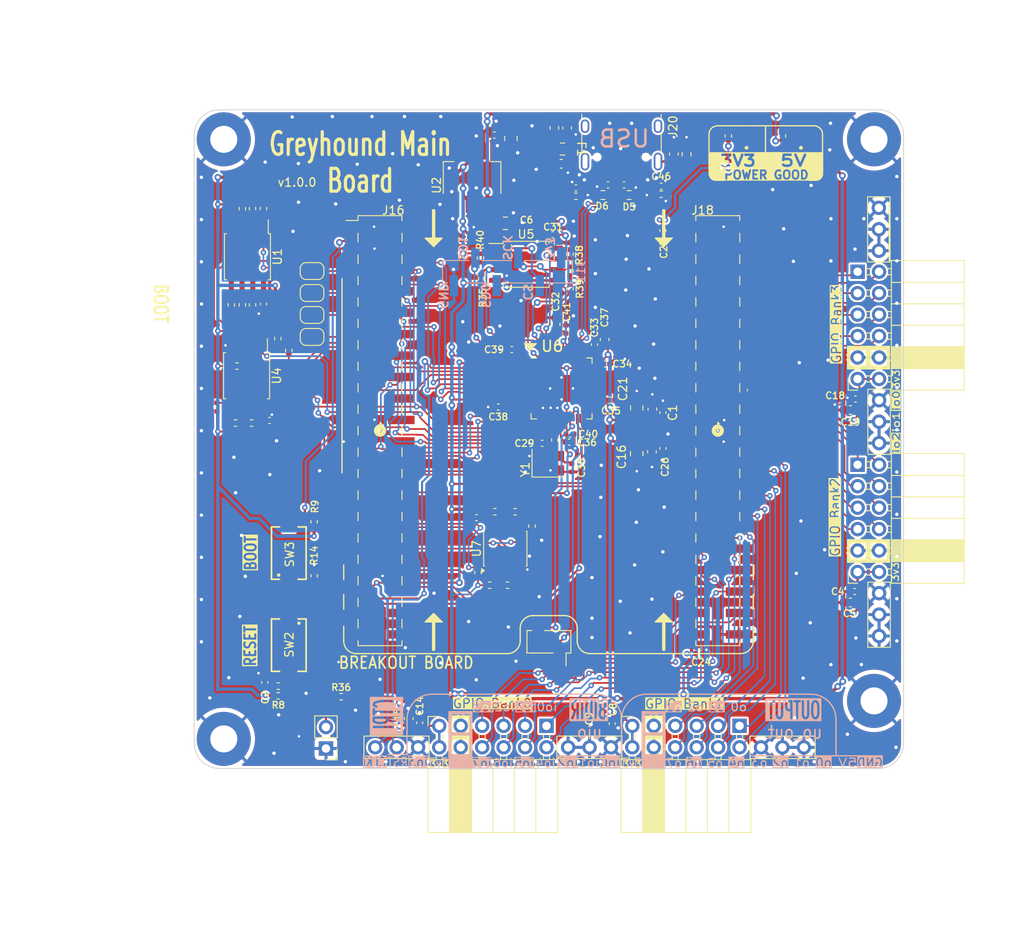
<source format=kicad_pcb>
(kicad_pcb (version 20241229) (generator "pcbnew") (generator_version "9.0")
  (title_block (title "Greyhound Main Board") (date "2025-02-11") (rev "1.0.0") (company "Psychogenic Technologies") (comment 1 "(C) 2025 Pat Deegan") (comment 2 "(C) Leo Moser"))
  (layers (0 "F.Cu" signal) (4 "In1.Cu" signal) (6 "In2.Cu" signal) (2 "B.Cu" signal) (13 "F.Paste" user) (15 "B.Paste" user) (5 "F.SilkS" user "F.Silkscreen") (7 "B.SilkS" user "B.Silkscreen") (1 "F.Mask" user) (3 "B.Mask" user) (25 "Edge.Cuts" user))
  (net 0 "")
  (net 1 "GND")
  (net 2 "+5V")
  (net 3 "+3V3")
  (net 4 "~{project_rst}")
  (net 5 "Net-(D1-A)")
  (net 6 "VBUS")
  (net 7 "Net-(J20-SHIELD)")
  (net 8 "Net-(D2-A)")
  (net 9 "Net-(U6-XIN)")
  (net 10 "Net-(C30-Pad1)")
  (net 11 "/RP2040/DVDD")
  (net 12 "project_clk")
  (net 13 "/RP2040/SWDIO")
  (net 14 "/RP2040/SWCLK")
  (net 15 "Net-(JP4-B)")
  (net 16 "/RP2040/RUN")
  (net 17 "boot_mode")
  (net 18 "/RP2040/QSPI_CLK")
  (net 19 "/RP2040/QSPI_SD0")
  (net 20 "/RP2040/QSPI_SD1")
  (net 21 "usb_d+")
  (net 22 "usb_d-")
  (net 23 "Net-(R14-Pad1)")
  (net 24 "/RP2040/QSPI_SD2")
  (net 25 "Net-(U6-XOUT)")
  (net 26 "/RP2040/QSPI_SD3")
  (net 27 "Net-(R13-Pad1)")
  (net 28 "/CC1")
  (net 29 "/CC2")
  (net 30 "/vfused")
  (net 33 "/GPIO3")
  (net 34 "/GPIO1")
  (net 35 "/GPIO4")
  (net 36 "/GPIO2")
  (net 37 "/GPIO7")
  (net 38 "/GPIO6")
  (net 39 "/GPIO5")
  (net 40 "/GPIO0")
  (net 41 "/GPIO8")
  (net 42 "/GPIO9")
  (net 43 "/GPIO11")
  (net 44 "/GPIO14")
  (net 45 "/GPIO10")
  (net 46 "/GPIO15")
  (net 47 "/GPIO12")
  (net 48 "/GPIO13")
  (net 49 "/GPIO22")
  (net 50 "/GPIO23")
  (net 51 "/GPIO20")
  (net 52 "/GPIO18")
  (net 53 "/GPIO21")
  (net 54 "/GPIO17")
  (net 55 "/GPIO16")
  (net 56 "/GPIO19")
  (net 57 "/GPIO31")
  (net 58 "/GPIO29")
  (net 59 "/GPIO24")
  (net 60 "/GPIO30")
  (net 61 "/GPIO25")
  (net 62 "/GPIO26")
  (net 63 "/GPIO28")
  (net 64 "/GPIO27")
  (net 67 "/PSRAM_IO0")
  (net 68 "/FLASH_CS_N")
  (net 69 "/FETCH_ENABLE")
  (net 70 "/FLASH_IO3")
  (net 71 "/PSRAM_CLK")
  (net 72 "/PSRAM_IO2")
  (net 73 "/FPGA_CS_N")
  (net 74 "/CONFIG_BUSY")
  (net 75 "/FPGA_MOSI")
  (net 76 "/CORE_SLEEP")
  (net 77 "/FLASH_CLK")
  (net 78 "/FLASH_IO1")
  (net 79 "/SER_RX")
  (net 80 "/PSRAM_IO3")
  (net 81 "/PSRAM_IO1")
  (net 82 "/FPGA_SCLK")
  (net 83 "/FPGA_MISO")
  (net 84 "/SER_TX")
  (net 85 "/PSRAM_CS_N")
  (net 86 "/FLASH_IO0")
  (net 87 "/FPGA_MODE")
  (net 88 "/FLASH_IO2")
  (net 89 "/RP2040/GPIO27{slash}AD1")
  (net 90 "/RP2040/GPIO21")
  (net 91 "Net-(U1-IO2)")
  (net 92 "/RP2040/GPIO25")
  (net 93 "/RP2040/GPIO20")
  (net 94 "/RP2040/GPIO23")
  (net 95 "/RP2040/GPIO28{slash}AD2")
  (net 96 "/RP2040/GPIO26{slash}AD0")
  (net 97 "/RP2040/GPIO24")
  (net 98 "/RP2040/GPIO22")
  (net 99 "Net-(U1-IO3)")
  (net 100 "Net-(JP1-A)")
  (net 101 "Net-(JP2-A)")
  (net 102 "Net-(JP3-B)")
  (net 103 "/RP2040/GPIO29{slash}AD3")
  (net 104 "/RP2040/GPIO19")
  (net 105 "/RP2040/GPIO18")
  (footprint "flyingcarsfootprints:StitchingVia-0.4mmDrill" (layer "F.Cu") (at 84.45 129.7)
    (property "Reference" "STITCHB1" (hide yes))
    (property "Value" "StitchingVia-0.4mmDrill" (hide yes))
  )
  (footprint "Resistor_SMD:R_0402_1005Metric" (layer "F.Cu") (at 144.65 56.6 90)
    (property "Reference" "R15" (hide yes))
    (property "Value" "1.2K" (hide yes))
  )
  (footprint "flyingcarsfootprints:StitchingVia-0.4mmDrill" (layer "F.Cu") (at 129.55 85.3)
    (property "Reference" "STITCHB1" (hide yes))
    (property "Value" "StitchingVia-0.4mmDrill" (hide yes))
  )
  (footprint "flyingcarsfootprints:StitchingVia-0.4mmDrill" (layer "F.Cu") (at 75.85 61.5)
    (property "Reference" "STITCHB14" (hide yes))
    (property "Value" "StitchingVia-0.4mmDrill" (hide yes))
  )
  (footprint "flyingcarsfootprints:StitchingVia-0.3mm" (layer "F.Cu") (at 134.6 130.7)
    (property "Reference" "STITCHP3" (hide yes))
    (property "Value" "StitchingVia-0.3mm" (hide yes))
  )
  (footprint "flyingcarsfootprints:StitchingVia-0.4mmDrill" (layer "F.Cu") (at 96.8 125)
    (property "Reference" "STITCHB1" (hide yes))
    (property "Value" "StitchingVia-0.4mmDrill" (hide yes))
  )
  (footprint "Capacitor_SMD:C_0603_1608Metric" (layer "F.Cu") (at 117.8 78.9 -90)
    (property "Reference" "C32")
    (property "Value" "1uF" (hide yes))
  )
  (footprint "Resistor_SMD:R_0402_1005Metric" (layer "F.Cu") (at 80.06 83.85)
    (property "Reference" "R11" (hide yes))
    (property "Value" "10k")
  )
  (footprint "Capacitor_SMD:C_0402_1005Metric" (layer "F.Cu") (at 130.5 67.8 90)
    (property "Reference" "C23")
    (property "Value" "100nF" (hide yes))
  )
  (footprint "Capacitor_SMD:C_0402_1005Metric" (layer "F.Cu") (at 119.4 92.85)
    (property "Reference" "C36")
    (property "Value" "100nF" (hide yes))
  )
  (footprint "flyingcarsfootprints:StitchingVia-0.4mmDrill" (layer "F.Cu") (at 107.5 114.1)
    (property "Reference" "STITCHB1" (hide yes))
    (property "Value" "StitchingVia-0.4mmDrill" (hide yes))
  )
  (footprint "Resistor_SMD:R_0402_1005Metric" (layer "F.Cu") (at 120.2 63.75 180)
    (property "Reference" "R20" (hide yes))
    (property "Value" "5.1k" (hide yes))
  )
  (footprint "flyingcarsfootprints:StitchingVia-0.4mmDrill" (layer "F.Cu") (at 115.85 111.15)
    (property "Reference" "STITCHB1" (hide yes))
    (property "Value" "StitchingVia-0.4mmDrill" (hide yes))
  )
  (footprint "MountingHole:MountingHole_3.2mm_M3_Pad" (layer "F.Cu") (at 78.5 57)
    (property "Reference" "MT3" (hide yes))
    (property "Value" "MountingHole_Pad" (hide yes))
  )
  (footprint "Capacitor_SMD:C_0402_1005Metric" (layer "F.Cu") (at 83.2 76.5 90)
    (property "Reference" "C20" (hide yes))
    (property "Value" "100nF")
  )
  (footprint "Capacitor_SMD:C_0402_1005Metric" (layer "F.Cu") (at 153.3 87.75 180)
    (property "Reference" "C18")
    (property "Value" "100nF" (hide yes))
  )
  (footprint "flyingcarsfootprints:StitchingVia-0.4mmDrill" (layer "F.Cu") (at 126.1 74.85)
    (property "Reference" "STITCHB5" (hide yes))
    (property "Value" "StitchingVia-0.4mmDrill" (hide yes))
  )
  (footprint "flyingcarsfootprints:StitchingVia-0.4mmDrill" (layer "F.Cu") (at 119.9 77.9)
    (property "Reference" "STITCHB4" (hide yes))
    (property "Value" "StitchingVia-0.4mmDrill" (hide yes))
  )
  (footprint "Capacitor_SMD:C_0805_2012Metric" (layer "F.Cu") (at 127.4 94.225 90)
    (property "Reference" "C16")
    (property "Value" "10uF" (hide yes))
  )
  (footprint "Fiducial:Fiducial_1mm_Mask2mm" (layer "F.Cu") (at 157.5 63.5)
    (property "Reference" "FID3" (hide yes))
    (property "Value" "Fiducial" (hide yes))
  )
  (footprint "Resistor_SMD:R_0402_1005Metric" (layer "F.Cu") (at 119.5 70.6 -90)
    (property "Reference" "R38")
    (property "Value" "10k" (hide yes))
  )
  (footprint "flyingcarsfootprints:StitchingVia-0.4mmDrill" (layer "F.Cu") (at 122.1 113.7)
    (property "Reference" "STITCHB1" (hide yes))
    (property "Value" "StitchingVia-0.4mmDrill" (hide yes))
  )
  (footprint "flyingcarsfootprints:StitchingVia-0.4mmDrill" (layer "F.Cu") (at 147.95 114.25)
    (property "Reference" "STITCHB1" (hide yes))
    (property "Value" "StitchingVia-0.4mmDrill" (hide yes))
  )
  (footprint "Capacitor_SMD:C_0603_1608Metric" (layer "F.Cu") (at 118.45 59.9)
    (property "Reference" "C48" (hide yes))
    (property "Value" "1uF" (hide yes))
  )
  (footprint "" (layer "F.Cu") (at 112.85 61.85)
    (property "Reference" "")
    (property "Value" "")
  )
  (footprint "" (layer "F.Cu") (at 130.65 100.55)
    (property "Reference" "")
    (property "Value" "")
  )
  (footprint "Capacitor_SMD:C_0805_2012Metric" (layer "F.Cu") (at 111.85 66.95)
    (property "Reference" "C6")
    (property "Value" "10uF" (hide yes))
  )
  (footprint "Resistor_SMD:R_0402_1005Metric" (layer "F.Cu") (at 113 101.1 180)
    (property "Reference" "R25" (hide yes))
    (property "Value" "10k")
  )
  (footprint "Package_SO:SOIC-8_3.9x4.9mm_P1.27mm" (layer "F.Cu") (at 111.835 105.475 90)
    (property "Reference" "U7")
    (property "Value" "APS1604M-3SQRx-SN")
  )
  (footprint "flyingcarsfootprints:StitchingVia-0.4mmDrill" (layer "F.Cu") (at 127.1 64.9)
    (property "Reference" "STITCHB1" (hide yes))
    (property "Value" "StitchingVia-0.4mmDrill" (hide yes))
  )
  (footprint "flyingcarsfootprints:StitchingVia-0.3mm" (layer "F.Cu") (at 122.3 79.8)
    (property "Reference" "STITCHP3" (hide yes))
    (property "Value" "StitchingVia-0.3mm" (hide yes))
  )
  (footprint "flyingcarsfootprints:StitchingVia-0.4mmDrill" (layer "F.Cu") (at 120.5 130.7)
    (property "Reference" "STITCHB1" (hide yes))
    (property "Value" "StitchingVia-0.4mmDrill" (hide yes))
  )
  (footprint "Capacitor_SMD:C_0402_1005Metric" (layer "F.Cu") (at 108.42 101.8)
    (property "Reference" "C27" (hide yes))
    (property "Value" "100nF")
  )
  (footprint "flyingcarsfootprints:StitchingVia-0.4mmDrill" (layer "F.Cu") (at 87.338188 59.865852)
    (property "Reference" "STITCHB1" (hide yes))
    (property "Value" "StitchingVia-0.4mmDrill" (hide yes))
  )
  (footprint "flyingcarsfootprints:StitchingVia-0.4mmDrill" (layer "F.Cu") (at 125.5 58.1)
    (property "Reference" "STITCHB7" (hide yes))
    (property "Value" "StitchingVia-0.4mmDrill" (hide yes))
  )
  (footprint "Capacitor_SMD:C_0402_1005Metric" (layer "F.Cu") (at 130.5 89.37 -90)
    (property "Reference" "C1")
    (property "Value" "100nF")
  )
  (footprint "flyingcarsfootprints:StitchingVia-0.4mmDrill" (layer "F.Cu") (at 79.9 98.85)
    (property "Reference" "STITCHB1" (hide yes))
    (property "Value" "StitchingVia-0.4mmDrill" (hide yes))
  )
  (footprint "" (layer "F.Cu") (at 149.65 105.6)
    (property "Reference" "")
    (property "Value" "")
  )
  (footprint "flyingcarsfootprints:StitchingVia-0.4mmDrill" (layer "F.Cu") (at 80.6 103.9)
    (property "Reference" "STITCHB1" (hide yes))
    (property "Value" "StitchingVia-0.4mmDrill" (hide yes))
  )
  (footprint "flyingcarsfootprints:StitchingVia-0.4mmDrill" (layer "F.Cu") (at 94.1 124.6)
    (property "Reference" "STITCHB1" (hide yes))
    (property "Value" "StitchingVia-0.4mmDrill" (hide yes))
  )
  (footprint "Capacitor_SMD:C_0402_1005Metric" (layer "F.Cu") (at 116.2 93 180)
    (property "Reference" "C29")
    (property "Value" "6pF" (hide yes))
  )
  (footprint "flyingcarsfootprints:StitchingVia-0.4mmDrill" (layer "F.Cu") (at 119.9 66.7)
    (property "Reference" "STITCHB7" (hide yes))
    (property "Value" "StitchingVia-0.4mmDrill" (hide yes))
  )
  (footprint "Capacitor_SMD:C_0402_1005Metric" (layer "F.Cu") (at 134.85 117.9 180)
    (property "Reference" "C24")
    (property "Value" "100nF" (hide yes))
  )
  (footprint "flyingcarsfootprints:StitchingVia-0.4mmDrill" (layer "F.Cu") (at 123.1 130.7)
    (property "Reference" "STITCHB1" (hide yes))
    (property "Value" "StitchingVia-0.4mmDrill" (hide yes))
  )
  (footprint "Capacitor_SMD:C_0402_1005Metric" (layer "F.Cu") (at 124.5 126.2 -90)
    (property "Reference" "C8")
    (property "Value" "100nF" (hide yes))
  )
  (footprint "flyingcarsfootprints:StitchingVia-0.4mmDrill" (layer "F.Cu") (at 150.4 66.4)
    (property "Reference" "STITCHB1" (hide yes))
    (property "Value" "StitchingVia-0.4mmDrill" (hide yes))
  )
  (footprint "flyingcarsfootprints:StitchingVia-0.4mmDrill" (layer "F.Cu") (at 154.3 66.4)
    (property "Reference" "STITCHB1" (hide yes))
    (property "Value" "StitchingVia-0.4mmDrill" (hide yes))
  )
  (footprint "" (layer "F.Cu") (at 129.6 75.9)
    (property "Reference" "")
    (property "Value" "")
  )
  (footprint "Crystal:Crystal_SMD_3225-4Pin_3.2x2.5mm" (layer "F.Cu") (at 117 95.35)
    (property "Reference" "Y1")
    (property "Value" "12.0MHz" (hide yes))
  )
  (footprint "" (layer "F.Cu") (at 145.95 71.45)
    (property "Reference" "")
    (property "Value" "")
  )
  (footprint "flyingcarsfootprints:StitchingVia-0.4mmDrill" (layer "F.Cu") (at 113.1 118.8)
    (property "Reference" "STITCHB1" (hide yes))
    (property "Value" "StitchingVia-0.4mmDrill" (hide yes))
  )
  (footprint "flyingcarsfootprints:StitchingVia-0.4mmDrill" (layer "F.Cu") (at 83.4 59.7)
    (property "Reference" "STITCHB1" (hide yes))
    (property "Value" "StitchingVia-0.4mmDrill" (hide yes))
  )
  (footprint "flyingcarsfootprints:StitchingVia-0.4mmDrill" (layer "F.Cu") (at 150.4 119.2)
    (property "Reference" "STITCHB1" (hide yes))
    (property "Value" "StitchingVia-0.4mmDrill" (hide yes))
  )
  (footprint "flyingcarsfootprints:StitchingVia-0.4mmDrill" (layer "F.Cu") (at 108.4 121)
    (property "Reference" "STITCHB1" (hide yes))
    (property "Value" "StitchingVia-0.4mmDrill" (hide yes))
  )
  (footprint "flyingcarsfootprints:StitchingVia-0.4mmDrill" (layer "F.Cu") (at 91.75 64.65)
    (property "Reference" "STITCHB1" (hide yes))
    (property "Value" "StitchingVia-0.4mmDrill" (hide yes))
  )
  (footprint "flyingcarsfootprints:StitchingVia-0.3mm" (layer "F.Cu") (at 117.15 86.5)
    (property "Reference" "STITCHP3" (hide yes))
    (property "Value" "StitchingVia-0.3mm" (hide yes))
  )
  (footprint "flyingcarsfootprints:StitchingVia-0.4mmDrill" (layer "F.Cu") (at 158.2 86.4)
    (property "Reference" "STITCHB19" (hide yes))
    (property "Value" "StitchingVia-0.4mmDrill" (hide yes))
  )
  (footprint "" (layer "F.Cu") (at 146.85 102.2)
    (property "Reference" "")
    (property "Value" "")
  )
  (footprint "flyingcarsfootprints:StitchingVia-0.3mm" (layer "F.Cu") (at 108.1 67.4)
    (property "Reference" "STITCHP3" (hide yes))
    (property "Value" "StitchingVia-0.3mm" (hide yes))
  )
  (footprint "flyingcarsfootprints:StitchingVia-0.4mmDrill" (layer "F.Cu") (at 128.85 72.35)
    (property "Reference" "STITCHB5" (hide yes))
    (property "Value" "StitchingVia-0.4mmDrill" (hide yes))
  )
  (footprint "flyingcarsfootprints:StitchingVia-0.4mmDrill" (layer "F.Cu") (at 150.4 71.4)
    (property "Reference" "STITCHB1" (hide yes))
    (property "Value" "StitchingVia-0.4mmDrill" (hide yes))
  )
  (footprint "flyingcarsfootprints:StitchingVia-0.4mmDrill" (layer "F.Cu") (at 99.3 64.2)
    (property "Reference" "STITCHB1" (hide yes))
    (property "Value" "StitchingVia-0.4mmDrill" (hide yes))
  )
  (footprint "flyingcarsfootprints:StitchingVia-0.4mmDrill" (layer "F.Cu") (at 124.2 55.1)
    (property "Reference" "STITCHB7" (hide yes))
    (property "Value" "StitchingVia-0.4mmDrill" (hide yes))
  )
  (footprint "flyingcarsfootprints:StitchingVia-0.4mmDrill" (layer "F.Cu") (at 87.35 64.45)
    (property "Reference" "STITCHB1" (hide yes))
    (property "Value" "StitchingVia-0.4mmDrill" (hide yes))
  )
  (footprint "flyingcarsfootprints:StitchingVia-0.3mm" (layer "F.Cu") (at 118.5 87.8)
    (property "Reference" "STITCHP3" (hide yes))
    (property "Value" "StitchingVia-0.3mm" (hide yes))
  )
  (footprint "TinyTapeout:TT_BREAKOUT_PINHEADER_PLACEHOLDER_WITHPAD" (layer "F.Cu") (at 137 91.5)
    (property "Reference" "J18")
    (property "Value" "2x20_P2.54mm_Pinheader" (hide yes))
  )
  (footprint "flyingcarsfootprints:StitchingVia-0.4mmDrill" (layer "F.Cu") (at 101.529436 60.017514)
    (property "Reference" "STITCHB1" (hide yes))
    (property "Value" "StitchingVia-0.4mmDrill" (hide yes))
  )
  (footprint "flyingcarsfootprints:StitchingVia-0.4mmDrill" (layer "F.Cu") (at 84.75 92.7)
    (property "Reference" "STITCHB1" (hide yes))
    (property "Value" "StitchingVia-0.4mmDrill" (hide yes))
  )
  (footprint "Capacitor_SMD:C_0402_1005Metric" (layer "F.Cu") (at 130.3 62.55)
    (property "Reference" "C46")
    (property "Value" "C_33p_0402_50V" (hide yes))
  )
  (footprint "Connector_PinHeader_2.54mm:PinHeader_1x03_P2.54mm_Vertical" (layer "F.Cu") (at 156.072308 65.111817)
    (property "Reference" "J1" (hide yes))
    (property "Value" "Conn_01x03" (hide yes))
  )
  (footprint "flyingcarsfootprints:StitchingVia-0.4mmDrill" (layer "F.Cu") (at 92.9 130.7)
    (property "Reference" "STITCHB1" (hide yes))
    (property "Value" "StitchingVia-0.4mmDrill" (hide yes))
  )
  (footprint "flyingcarsfootprints:StitchingVia-0.3mm" (layer "F.Cu") (at 119.85 86.5)
    (property "Reference" "STITCHP3" (hide yes))
    (property "Value" "StitchingVia-0.3mm" (hide yes))
  )
  (footprint "Resistor_SMD:R_0402_1005Metric" (layer "F.Cu") (at 81.9 65.2 -90)
    (property "Reference" "R5" (hide yes))
    (property "Value" "10k")
  )
  (footprint "flyingcarsfootprints:StitchingVia-0.4mmDrill" (layer "F.Cu") (at 158.2 81.4)
    (property "Reference" "STITCHB18" (hide yes))
    (property "Value" "StitchingVia-0.4mmDrill" (hide yes))
  )
  (footprint "" (layer "F.Cu") (at 150.25 58.25)
    (property "Reference" "")
    (property "Value" "")
  )
  (footprint "flyingcarsfootprints:StitchingVia-0.4mmDrill" (layer "F.Cu") (at 97.7 130.7)
    (property "Reference" "STITCHB1" (hide yes))
    (property "Value" "StitchingVia-0.4mmDrill" (hide yes))
  )
  (footprint "Capacitor_SMD:C_0402_1005Metric" (layer "F.Cu") (at 120.2 62.75 180)
    (property "Reference" "C47" (hide yes))
    (property "Value" "C_33p_0402_50V" (hide yes))
  )
  (footprint "flyingcarsfootprints:StitchingVia-0.4mmDrill" (layer "F.Cu") (at 81.05 108.75)
    (property "Reference" "STITCHB1" (hide yes))
    (property "Value" "StitchingVia-0.4mmDrill" (hide yes))
  )
  (footprint "Resistor_SMD:R_0402_1005Metric" (layer "F.Cu") (at 80.7 65.21 -90)
    (property "Reference" "R2" (hide yes))
    (property "Value" "10k")
  )
  (footprint "Package_SO:SOIC-8_5.23x5.23mm_P1.27mm" (layer "F.Cu") (at 81.2 85 -90)
    (property "Reference" "U4")
    (property "Value" "W25Q32JVSS" (hide yes))
  )
  (footprint "flyingcarsfootprints:StitchingVia-0.4mmDrill" (layer "F.Cu") (at 75.85 111.5)
    (property "Reference" "STITCHB24" (hide yes))
    (property "Value" "StitchingVia-0.4mmDrill" (hide yes))
  )
  (footprint "Connector_PinHeader_2.54mm:PinHeader_1x03_P2.54mm_Vertical" (layer "F.Cu") (at 124.355 129 -90)
    (property "Reference" "J8" (hide yes))
    (property "Value" "Conn_01x03" (hide yes))
  )
  (footprint "Capacitor_SMD:C_0402_1005Metric" (layer "F.Cu") (at 83.35 121.32 90)
    (property "Reference" "C2")
    (property "Value" "100nF" (hide yes))
  )
  (footprint "flyingcarsfootprints:StitchingVia-0.4mmDrill" (layer "F.Cu") (at 75.85 76.5)
    (property "Reference" "STITCHB17" (hide yes))
    (property "Value" "StitchingVia-0.4mmDrill" (hide yes))
  )
  (footprint "" (layer "F.Cu") (at 148.05 62.45)
    (property "Reference" "")
    (property "Value" "")
  )
  (footprint "flyingcarsfootprints:StitchingVia-0.4mmDrill" (layer "F.Cu") (at 100 117.2)
    (property "Reference" "STITCHB1" (hide yes))
    (property "Value" "StitchingVia-0.4mmDrill" (hide yes))
  )
  (footprint "flyingcarsfootprints:StitchingVia-0.4mmDrill" (layer "F.Cu") (at 75.85 101.5)
    (property "Reference" "STITCHB22" (hide yes))
    (property "Value" "StitchingVia-0.4mmDrill" (hide yes))
  )
  (footprint "TinyTapeout:434121025816" (layer "F.Cu") (at 86.2 116.9 -90)
    (property "Reference" "SW2")
    (property "Value" "434121025816" (hide yes))
  )
  (footprint "flyingcarsfootprints:StitchingVia-0.3mm" (layer "F.Cu") (at 118.5 85.2)
    (property "Reference" "STITCHP3" (hide yes))
    (property "Value" "StitchingVia-0.3mm" (hide yes))
  )
  (footprint "flyingcarsfootprints:StitchingVia-0.4mmDrill" (layer "F.Cu") (at 114.2 96.4)
    (property "Reference" "STITCHB1" (hide yes))
    (property "Value" "StitchingVia-0.4mmDrill" (hide yes))
  )
  (footprint "Resistor_SMD:R_0402_1005Metric" (layer "F.Cu") (at 84.95 122.9)
    (property "Reference" "R8")
    (property "Value" "10k" (hide yes))
  )
  (footprint "" (layer "F.Cu") (at 127.35 102.35)
    (property "Reference" "")
    (property "Value" "")
  )
  (footprint "flyingcarsfootprints:StitchingVia-0.4mmDrill" (layer "F.Cu") (at 158.2 71.4)
    (property "Reference" "STITCHB16" (hide yes))
    (property "Value" "StitchingVia-0.4mmDrill" (hide yes))
  )
  (footprint "Capacitor_SMD:C_0603_1608Metric" (layer "F.Cu") (at 119.15 55.65 -90)
    (property "Reference" "C49" (hide yes))
    (property "Value" "1uF" (hide yes))
  )
  (footprint "Capacitor_SMD:C_0402_1005Metric" (layer "F.Cu") (at 124.3 87.9)
    (property "Reference" "C35")
    (property "Value" "100nF" (hide yes))
  )
  (footprint "TinyTapeout:USB_C_Receptacle_HRO_TYPE-C-31-M-12" (layer "F.Cu") (at 125.6 56.5 180)
    (property "Reference" "J20")
    (property "Value" "USB_C" (hide yes))
  )
  (footprint "Jumper:SolderJumper-2_P1.3mm_Open_RoundedPad1.0x1.5mm" (layer "F.Cu") (at 88.95 75.2 180)
    (property "Reference" "JP3" (hide yes))
    (property "Value" "SolderJumper_2_Open")
  )
  (footprint "flyingcarsfootprints:StitchingVia-0.4mmDrill" (layer "F.Cu") (at 98.5 58.7)
    (property "Reference" "STITCHB1" (hide yes))
    (property "Value" "StitchingVia-0.4mmDrill" (hide yes))
  )
  (footprint "flyingcarsfootprints:StitchingVia-0.4mmDrill" (layer "F.Cu") (at 127.7 84.1)
    (property "Reference" "STITCHB1" (hide yes))
    (property "Value" "StitchingVia-0.4mmDrill" (hide yes))
  )
  (footprint "flyingcarsfootprints:StitchingVia-0.4mmDrill" (layer "F.Cu") (at 115.4 130.7)
    (property "Reference" "STITCHB1" (hide yes))
    (property "Value" "StitchingVia-0.4mmDrill" (hide yes))
  )
  (footprint "TinyTapeout:PinSocket_2x06_P2.54mm_PMODHost1A" (layer "F.Cu") (at 153.555 85.375 180)
    (property "Reference" "J13" (hide yes))
    (property "Value" "613012243121" (hide yes))
  )
  (footprint "flyingcarsfootprints:StitchingVia-0.4mmDrill" (layer "F.Cu") (at 102.7 130.7)
    (property "Reference" "STITCHB1" (hide yes))
    (property "Value" "StitchingVia-0.4mmDrill" (hide yes))
  )
  (footprint "" (layer "F.Cu") (at 146.65 83.45)
    (property "Reference" "")
    (property "Value" "")
  )
  (footprint "flyingcarsfootprints:StitchingVia-0.4mmDrill" (layer "F.Cu") (at 104.2 119)
    (property "Reference" "STITCHB1" (hide yes))
    (property "Value" "StitchingVia-0.4mmDrill" (hide yes))
  )
  (footprint "Capacitor_SMD:C_0603_1608Metric" (layer "F.Cu") (at 152.7 89.05)
    (property "Reference" "C19")
    (property "Value" "1uF" (hide yes))
  )
  (footprint "flyingcarsfootprints:StitchingVia-0.4mmDrill" (layer "F.Cu") (at 112.9 130.7)
    (property "Reference" "STITCHB1" (hide yes))
    (property "Value" "StitchingVia-0.4mmDrill" (hide yes))
  )
  (footprint "Connector_PinHeader_2.54mm:PinHeader_1x02_P2.54mm_Vertical_SMD_Pin1Right" (layer "F.Cu") (at 117 116.5 -90)
    (property "Reference" "J7" (hide yes))
    (property "Value" "Conn_01x02" (hide yes))
  )
  (footprint "" (layer "F.Cu") (at 123.15 99.4)
    (property "Reference" "")
    (property "Value" "")
  )
  (footprint "flyingcarsfootprints:StitchingVia-0.4mmDrill" (layer "F.Cu") (at 158.2 66.4)
    (property "Reference" "STITCHB15" (hide yes))
    (property "Value" "StitchingVia-0.4mmDrill" (hide yes))
  )
  (footprint "Capacitor_SMD:C_0603_1608Metric" (layer "F.Cu") (at 129.25 88.95 -90)
    (property "Reference" "C25" (hide yes))
    (property "Value" "1uF" (hide yes))
  )
  (footprint "MountingHole:MountingHole_3.2mm_M3_Pad" (layer "F.Cu") (at 155.5 57)
    (property "Reference" "MT4" (hide yes))
    (property "Value" "MountingHole_Pad" (hide yes))
  )
  (footprint "flyingcarsfootprints:StitchingVia-0.4mmDrill" (layer "F.Cu") (at 158.2 76.4)
    (property "Reference" "STITCHB17" (hide yes))
    (property "Value" "StitchingVia-0.4mmDrill" (hide yes))
  )
  (footprint "flyingcarsfootprints:StitchingVia-0.4mmDrill" (layer "F.Cu") (at 112.2 114.75)
    (property "Reference" "STITCHB1" (hide yes))
    (property "Value" "StitchingVia-0.4mmDrill" (hide yes))
  )
  (footprint "MountingHole:MountingHole_3.2mm_M3_Pad" (layer "F.Cu") (at 155.5 123.5)
    (property "Reference" "MT2" (hide yes))
    (property "Value" "MountingHole_Pad" (hide yes))
  )
  (footprint "Resistor_SMD:R_0402_1005Metric" (layer "F.Cu") (at 84.95 121.75 180)
    (property "Reference" "R13" (hide yes))
    (property "Value" "1k" (hide yes))
  )
  (footprint "flyingcarsfootprints:StitchingVia-0.4mmDrill" (layer "F.Cu") (at 146.3 108.4)
    (property "Reference" "STITCHB1" (hide yes))
    (property "Value" "StitchingVia-0.4mmDrill" (hide yes))
  )
  (footprint "Resistor_SMD:R_0402_1005Metric" (layer "F.Cu") (at 130.3 63.5)
    (property "Reference" "R21" (hide yes))
    (property "Value" "5.1k" (hide yes))
  )
  (footprint "flyingcarsfootprints:StitchingVia-0.4mmDrill" (layer "F.Cu") (at 122.1 116)
    (property "Reference" "STITCHB1" (hide yes))
    (property "Value" "StitchingVia-0.4mmDrill" (hide yes))
  )
  (footprint "flyingcarsfootprints:StitchingVia-0.4mmDrill" (layer "F.Cu") (at 75.85 81.5)
    (property "Reference" "STITCHB18" (hide yes))
    (property "Value" "StitchingVia-0.4mmDrill" (hide yes))
  )
  (footprint "" (layer "F.Cu") (at 130.5 105.85)
    (property "Reference" "")
    (property "Value" "")
  )
  (footprint "flyingcarsfootprints:StitchingVia-0.4mmDrill" (layer "F.Cu") (at 105.2 60.4)
    (property "Reference" "STITCHB1" (hide yes))
    (property "Value" "StitchingVia-0.4mmDrill" (hide yes))
  )
  (footprint "TinyTapeout:PinSocket_2x06_P2.54mm_PMODHost1A" (layer "F.Cu") (at 104.015 126.455 90)
    (property "Reference" "J3" (hide yes))
    (property "Value" "613012243121" (hide yes))
  )
  (footprint "flyingcarsfootprints:StitchingVia-0.4mmDrill" (layer "F.Cu") (at 75.85 106.5)
    (property "Reference" "STITCHB23" (hide yes))
    (property "Value" "StitchingVia-0.4mmDrill" (hide yes))
  )
  (footprint "Capacitor_SMD:C_0805_2012Metric" (layer "F.Cu") (at 127.4 88.8 -90)
    (property "Reference" "C21")
    (property "Value" "10uF" (hide yes))
  )
  (footprint "flyingcarsfootprints:StitchingVia-0.4mmDrill" (layer "F.Cu") (at 86.7 67.9)
    (property "Reference" "STITCHB1" (hide yes))
    (property "Value" "StitchingVia-0.4mmDrill" (hide yes))
  )
  (footprint "" (layer "F.Cu") (at 150.35 55.1)
    (property "Reference" "")
    (property "Value" "")
  )
  (footprint "Resistor_SMD:R_0603_1608Metric" (layer "F.Cu") (at 126.5 63.6 180)
    (property "Reference" "D5")
    (property "Value" "TVS" (hide yes))
  )
  (footprint "flyingcarsfootprints:StitchingVia-0.4mmDrill" (layer "F.Cu") (at 117.9 130.7)
    (property "Reference" "STITCHB1" (hide yes))
    (property "Value" "StitchingVia-0.4mmDrill" (hide yes))
  )
  (footprint "Capacitor_SMD:C_0402_1005Metric" (layer "F.Cu") (at 83.92 90.3 180)
    (property "Reference" "C22" (hide yes))
    (property "Value" "100nF")
  )
  (footprint "Capacitor_SMD:C_0402_1005Metric" (layer "F.Cu") (at 119.7 95.9 -90)
    (property "Reference" "C30")
    (property "Value" "6pF" (hide yes))
  )
  (footprint "flyingcarsfootprints:StitchingVia-0.4mmDrill" (layer "F.Cu") (at 111.2 79.1)
    (property "Reference" "STITCHB1" (hide yes))
    (property "Value" "StitchingVia-0.4mmDrill" (hide yes))
  )
  (footprint "" (layer "F.Cu") (at 127.15 107.4)
    (property "Reference" "")
    (property "Value" "")
  )
  (footprint "flyingcarsfootprints:StitchingVia-0.4mmDrill" (layer "F.Cu") (at 94.3 59.95)
    (property "Reference" "STITCHB1" (hide yes))
    (property "Value" "StitchingVia-0.4mmDrill" (hide yes))
  )
  (footprint "Capacitor_SMD:C_0402_1005Metric" (layer "F.Cu") (at 112.6 81.9 180)
    (property "Reference" "C39")
    (property "Value" "100nF" (hide yes))
  )
  (footprint "Jumper:SolderJumper-2_P1.3mm_Open_RoundedPad1.0x1.5mm" (layer "F.Cu") (at 88.95 77.8)
    (property "Reference" "JP1" (hide yes))
    (property "Value" "SolderJumper_2_Open")
  )
  (footprint "" (layer "F.Cu") (at 115 55.4)
    (property "Reference" "")
    (property "Value" "")
  )
  (footprint "Capacitor_SMD:C_0402_1005Metric" (layer "F.Cu") (at 111 88.7 180)
    (property "Reference" "C38")
    (property "Value" "100nF" (hide yes))
  )
  (footprint "" (layer "F.Cu") (at 127.6 98.5)
    (property "Reference" "")
    (property "Value" "")
  )
  (footprint "flyingcarsfootprints:StitchingVia-0.4mmDrill" (layer "F.Cu") (at 158.2 106.4)
    (property "Reference" "STITCHB23" (hide yes))
    (property "Value" "StitchingVia-0.4mmDrill" (hide yes))
  )
  (footprint "Resistor_SMD:R_0402_1005Metric" (layer "F.Cu") (at 83.2 65.2 -90)
    (property "Reference" "R6" (hide yes))
    (property "Value" "10k")
  )
  (footprint "flyingcarsfootprints:StitchingVia-0.4mmDrill" (layer "F.Cu") (at 158.2 101.4)
    (property "Reference" "STITCHB22" (hide yes))
    (property "Value" "StitchingVia-0.4mmDrill" (hide yes))
  )
  (footprint "Package_SO:SOIC-8_5.23x5.23mm_P1.27mm" (layer "F.Cu") (at 114.3 71.8)
    (property "Reference" "U5")
    (property "Value" "W25Q32JVSS" (hide yes))
  )
  (footprint "flyingcarsfootprints:StitchingVia-0.4mmDrill" (layer "F.Cu") (at 107.5 81)
    (property "Reference" "STITCHB1" (hide yes))
    (property "Value" "StitchingVia-0.4mmDrill" (hide yes))
  )
  (footprint "" (layer "F.Cu") (at 127.2 79.1)
    (property "Reference" "")
    (property "Value" "")
  )
  (footprint "flyingcarsfootprints:StitchingVia-0.4mmDrill" (layer "F.Cu") (at 126.3 68.4)
    (property "Reference" "STITCHB1" (hide yes))
    (property "Value" "StitchingVia-0.4mmDrill" (hide yes))
  )
  (footprint "" (layer "F.Cu") (at 144.8 67.6)
    (property "Reference" "")
    (property "Value" "")
  )
  (footprint "flyingcarsfootprints:StitchingVia-0.4mmDrill" (layer "F.Cu") (at 104.2 54.3)
    (property "Reference" "STITCHB1" (hide yes))
    (property "Value" "StitchingVia-0.4mmDrill" (hide yes))
  )
  (footprint "Capacitor_SMD:C_0603_1608Metric" (layer "F.Cu") (at 123.6 80.7 90)
    (property "Reference" "C37")
    (property "Value" "1uF" (hide yes))
  )
  (footprint "Resistor_SMD:R_0402_1005Metric" (layer "F.Cu") (at 109.05 73.5 90)
    (property "Reference" "R35")
    (property "Value" "10k" (hide yes))
  )
  (footprint "Connector_PinHeader_2.54mm:PinHeader_1x02_P2.54mm_Vertical" (layer "F.Cu") (at 90.6 129.14 180)
    (property "Reference" "J10" (hide yes))
    (property "Value" "Conn_01x02" (hide yes))
  )
  (footprint "Package_DFN_QFN:QFN-56-1EP_7x7mm_P0.4mm_EP3.2x3.2mm" (layer "F.Cu") (at 118.5 86.5)
    (property "Reference" "U6")
    (property "Value" "RP2040" (hide yes))
  )
  (footprint "Capacitor_SMD:C_0402_1005Metric" (layer "F.Cu") (at 122.4 81.3 90)
    (property "Reference" "C33")
    (property "Value" "100nF" (hide yes))
  )
  (footprint "Resistor_SMD:R_0402_1005Metric" (layer "F.Cu") (at 110 109.8)
    (property "Reference" "R23" (hide yes))
    (property "Value" "10k")
  )
  (footprint "flyingcarsfootprints:StitchingVia-0.4mmDrill" (layer "F.Cu") (at 158.2 111.4)
    (property "Reference" "STITCHB24" (hide yes))
    (property "Value" "StitchingVia-0.4mmDrill" (hide yes))
  )
  (footprint "flyingcarsfootprints:StitchingVia-0.4mmDrill" (layer "F.Cu") (at 76.85 123.15)
    (property "Reference" "STITCHB1" (hide yes))
    (property "Value" "StitchingVia-0.4mmDrill" (hide yes))
  )
  (footprint "Connector_PinHeader_2.54mm:PinHeader_1x03_P2.54mm_Vertical" (layer "F.Cu") (at 101.51 129 -90)
    (property "Reference" "J17" (hide yes))
    (property "Value" "Conn_01x03" (hide yes))
  )
  (footprint "" (layer "F.Cu") (at 125.45 111.7)
    (property "Reference" "")
    (property "Value" "")
  )
  (footprint "Capacitor_SMD:C_0603_1608Metric" (layer "F.Cu") (at 123.2 125.6 90)
    (property "Reference" "C9")
    (property "Value" "1uF" (hide yes))
  )
  (footprint "flyingcarsfootprints:StitchingVia-0.4mmDrill" (layer "F.Cu") (at 103.4 110.75)
    (property "Reference" "STITCHB1" (hide yes))
    (property "Value" "StitchingVia-0.4mmDrill" (hide yes))
  )
  (footprint "Fuse:Fuse_0805_2012Metric" (layer "F.Cu") (at 118.6 58.15 180)
    (property "Reference" "F1")
    (property "Value" "350mA" (hide yes))
  )
  (footprint "" (layer "F.Cu") (at 114.7 106.35)
    (property "Reference" "")
    (property "Value" "")
  )
  (footprint "" (layer "F.Cu") (at 123.2 95.6)
    (property "Reference" "")
    (property "Value" "")
  )
  (footprint "Resistor_SMD:R_0402_1005Metric" (layer "F.Cu") (at 80.7 76.6 90)
    (property "Reference" "R1" (hide yes))
    (property "Value" "10k")
  )
  (footprint "Capacitor_SMD:C_0402_1005Metric" (layer "F.Cu") (at 110.55 56.5)
    (property "Reference" "C12" (hide yes))
    (property "Value" "100nF" (hide yes))
  )
  (footprint "" (layer "F.Cu") (at 106.8 78.6)
    (property "Reference" "")
    (property "Value" "")
  )
  (footprint "flyingcarsfootprints:StitchingVia-0.4mmDrill" (layer "F.Cu") (at 154 119.2)
    (property "Reference" "STITCHB1" (hide yes))
    (property "Value" "StitchingVia-0.4mmDrill" (hide yes))
  )
  (footprint "Resistor_SMD:R_0402_1005Metric" (layer "F.Cu") (at 115 102.8 90)
    (property "Reference" "R24" (hide yes))
    (property "Value" "10k")
  )
  (footprint "flyingcarsfootprints:StitchingVia-0.4mmDrill" (layer "F.Cu") (at 153.25 70)
    (property "Reference" "STITCHB1" (hide yes))
    (property "Value" "StitchingVia-0.4mmDrill" (hide yes))
  )
  (footprint "Jumper:SolderJumper-2_P1.3mm_Open_RoundedPad1.0x1.5mm" (layer "F.Cu") (at 88.95 80.4)
    (property "Reference" "JP2" (hide yes))
    (property "Value" "SolderJumper_2_Open")
  )
  (footprint "Resistor_SMD:R_0402_1005Metric" (layer "F.Cu") (at 108.9 71.05 -90)
    (property "Reference" "R40")
    (property "Value" "10k" (hide yes))
  )
  (footprint "Capacitor_SMD:C_0402_1005Metric" (layer "F.Cu") (at 124 62.4 180)
    (property "Reference" "C45" (hide yes))
    (property "Value" "C_33p_0402_50V" (hide yes))
  )
  (footprint "flyingcarsfootprints:StitchingVia-0.4mmDrill" (layer "F.Cu") (at 108.4 56.6)
    (property "Reference" "STITCHB1" (hide yes))
    (property "Value" "StitchingVia-0.4mmDrill" (hide yes))
  )
  (footprint "" (layer "F.Cu") (at 126.6 115.45)
    (property "Reference" "")
    (property "Value" "")
  )
  (footprint "Connector_PinHeader_2.54mm:PinHeader_1x03_P2.54mm_Vertical" (layer "F.Cu") (at 156.1 110.74)
    (property "Reference" "J12" (hide yes))
    (property "Value" "Conn_01x03" (hide yes))
  )
  (footprint "Resistor_SMD:R_0402_1005Metric" (layer "F.Cu") (at 117.7 92.6 90)
    (property "Reference" "R37" (hide yes))
    (property "Value" "1k" (hide yes))
  )
  (footprint "Capacitor_SMD:C_0402_1005Metric" (layer "F.Cu") (at 130.5 93.6 90)
    (property "Reference" "C26")
    (property "Value" "100nF" (hide yes))
  )
  (footprint "Capacitor_SMD:C_0603_1608Metric" (layer "F.Cu") (at 100.4 125.6 -90)
    (property "Reference" "C15")
    (property "Value" "1uF" (hide yes))
  )
  (footprint "TinyTapeout:434121025816" (layer "F.Cu") (at 86.2 106 90)
    (property "Reference" "SW3")
    (property "Value" "434121025816" (hide yes))
  )
  (footprint "Resistor_SMD:R_0603_1608Metric" (layer "F.Cu") (at 133.3 58.75 90)
    (property "Reference" "R16" (hide yes))
    (property "Value" "1M" (hide yes))
  )
  (footprint "" (layer "F.Cu") (at 129.4 81.25)
    (property "Reference" "")
    (property "Value" "")
  )
  (footprint "flyingcarsfootprints:StitchingVia-0.4mmDrill" (layer "F.Cu") (at 158.2 91.4)
    (property "Reference" "STITCHB20" (hide yes))
    (property "Value" "StitchingVia-0.4mmDrill" (hide yes))
  )
  (footprint "Capacitor_SMD:C_0603_1608Metric" (layer "F.Cu") (at 129.2 94 90)
    (property "Reference" "C17" (hide yes))
    (property "Value" "1uF" (hide yes))
  )
  (footprint "flyingcarsfootprints:StitchingVia-0.4mmDrill" (layer "F.Cu") (at 89.85 96.25)
    (property "Reference" "STITCHB1" (hide yes))
    (property "Value" "StitchingVia-0.4mmDrill" (hide yes))
  )
  (footprint "Resistor_SMD:R_0402_1005Metric" (layer "F.Cu") (at 86.2 82 -90)
    (property "Reference" "R22" (hide yes))
    (property "Value" "10k")
  )
  (footprint "flyingcarsfootprints:StitchingVia-0.4mmDrill" (layer "F.Cu") (at 75.85 91.5)
    (property "Reference" "STITCHB20" (hide yes))
    (property "Value" "StitchingVia-0.4mmDrill" (hide yes))
  )
  (footprint "flyingcarsfootprints:StitchingVia-0.4mmDrill" (layer "F.Cu") (at 158.2 61.4)
    (property "Reference" "STITCHB14" (hide yes))
    (property "Value" "StitchingVia-0.4mmDrill" (hide yes))
  )
  (footprint "flyingcarsfootprints:StitchingVia-0.4mmDrill" (layer "F.Cu") (at 148.4 130.7)
    (property "Reference" "STITCHB1" (hide yes))
    (property "Value" "StitchingVia-0.4mmDrill" (hide yes))
  )
  (footprint "Capacitor_SMD:C_0603_1608Metric" (layer "F.Cu") (at 131.8 58.75 90)
    (property "Reference" "C3" (hide yes))
    (property "Value" "6800pF" (hide yes))
  )
  (footprint "flyingcarsfootprints:StitchingVia-0.4mmDrill" (layer "F.Cu") (at 152.35 127.45)
    (property "Reference" "STITCHB1" (hide yes))
    (property "Value" "StitchingVia-0.4mmDrill" (hide yes))
  )
  (footprint "flyingcarsfootprints:StitchingVia-0.4mmDrill" (layer "F.Cu") (at 122.5 76.9)
    (property "Reference" "STITCHB3" (hide yes))
    (property "Value" "StitchingVia-0.4mmDrill" (hide yes))
  )
  (footprint "" (layer "F.Cu") (at 150.05 83.15)
    (property "Reference" "")
    (property "Value" "")
  )
  (footprint "Fiducial:Fiducial_1mm_Mask2mm" (layer "F.Cu") (at 83.8 55.3)
    (property "Reference" "FID2" (hide yes))
    (property "Value" "Fiducial" (hide yes))
  )
  (footprint "flyingcarsfootprints:StitchingVia-0.4mmDrill" (layer "F.Cu") (at 108.4 62.75)
    (property "Reference" "STITCHB1" (hide yes))
    (property "Value" "StitchingVia-0.4mmDrill" (hide yes))
  )
  (footprint "Resistor_SMD:R_0402_1005Metric" (layer "F.Cu") (at 138.25 56.6 90)
    (property "Reference" "R17" (hide yes))
    (property "Value" "510" (hide yes))
  )
  (footprint "Capacitor_SMD:C_0402_1005Metric" (layer "F.Cu") (at 123.7 83.6)
    (property "Reference" "C34")
    (property "Value" "100nF" (hide yes))
  )
  (footprint "Connector_PinHeader_2.54mm:PinHeader_1x03_P2.54mm_Vertical" (layer "F.Cu") (at 142.114074 129.003497 90)
    (property "Reference" "J2" (hide yes))
    (property "Value" "Conn_01x03" (hide yes))
  )
  (footprint "flyingcarsfootprints:StitchingVia-0.4mmDrill" (layer "F.Cu") (at 122.25 58)
    (property "Reference" "STITCHB7" (hide yes))
    (property "Value" "StitchingVia-0.4mmDrill" (hide yes))
  )
  (footprint "flyingcarsfootprints:StitchingVia-0.4mmDrill" (layer "F.Cu") (at 79.1 120.75)
    (property "Reference" "STITCHB1" (hide yes))
    (property "Value" "StitchingVia-0.4mmDrill" (hide yes))
  )
  (footprint "flyingcarsfootprints:StitchingVia-0.4mmDrill" (layer "F.Cu") (at 122.1 108.9)
    (property "Reference" "STITCHB1" (hide yes))
    (property "Value" "StitchingVia-0.4mmDrill" (hide yes))
  )
  (footprint "" (layer "F.Cu") (at 126.15 71.2)
    (property "Reference" "")
    (property "Value" "")
  )
  (footprint "flyingcarsfootprints:StitchingVia-0.4mmDrill" (layer "F.Cu") (at 91.35 54.3)
    (property "Reference" "STITCHB1" (hide yes))
    (property "Value" "StitchingVia-0.4mmDrill" (hide yes))
  )
  (footprint "" (layer "F.Cu") (at 143.5 62.95)
    (property "Reference" "")
    (property "Value" "")
  )
  (footprint "Package_TO_SOT_SMD:SOT-223-3_TabPin2" (layer "F.Cu") (at 107.9 61.55 90)
    (property "Reference" "U2")
    (property "Value" "TLV1117LV33" (hide yes))
  )
  (footprint "flyingcarsfootprints:StitchingVia-0.4mmDrill" (layer "F.Cu") (at 75.85 86.5)
    (property "Reference" "STITCHB19" (hide yes))
    (property "Value" "StitchingVia-0.4mmDrill" (hide yes))
  )
  (footprint "flyingcarsfootprints:StitchingVia-0.3mm" (layer "F.Cu") (at 87.4 127.7)
    (property "Reference" "STITCHP3" (hide yes))
    (property "Value" "StitchingVia-0.3mm" (hide yes))
  )
  (footprint "flyingcarsfootprints:StitchingVia-0.4mmDrill" (layer "F.Cu") (at 158.2 96.4)
    (property "Reference" "STITCHB21" (hide yes))
    (property "Value" "StitchingVia-0.4mmDrill" (hide yes))
  )
  (footprint "Resistor_SMD:R_0402_1005Metric" (layer "F.Cu") (at 112.1 109.8)
    (property "Reference" "R28" (hide yes))
    (property "Value" "10k")
  )
  (footprint "flyingcarsfootprints:StitchingVia-0.4mmDrill" (layer "F.Cu") (at 97 120.95)
    (property "Reference" "STITCHB1" (hide yes))
    (property "Value" "StitchingVia-0.4mmDrill" (hide yes))
  )
  (footprint "flyingcarsfootprints:StitchingVia-0.4mmDrill" (layer "F.Cu") (at 75.85 96.5)
    (property "Reference" "STITCHB21" (hide yes))
    (property "Value" "StitchingVia-0.4mmDrill" (hide yes))
  )
  (footprint "flyingcarsfootprints:StitchingVia-0.4mmDrill" (layer "F.Cu") (at 126.8 55.1)
    (property "Reference" "STITCHB7" (hide yes))
    (property "Value" "StitchingVia-0.4mmDrill" (hide yes))
  )
  (footprint "flyingcarsfootprints:StitchingVia-0.4mmDrill" (layer "F.Cu") (at 79.7 94.65)
    (property "Reference" "STITCHB1" (hide yes))
    (property "Value" "StitchingVia-0.4mmDrill" (hide yes))
  )
  (footprint "flyingcarsfootprints:StitchingVia-0.4mmDrill" (layer "F.Cu") (at 88.25 122.6)
    (property "Reference" "STITCHB1" (hide yes))
    (property "Value" "StitchingVia-0.4mmDrill" (hide yes))
  )
  (footprint "Fiducial:Fiducial_1mm_Mask2mm" (layer "F.Cu") (at 157.5 118.5)
    (property "Reference" "FID1" (hide yes))
    (property "Value" "Fiducial" (hide yes))
  )
  (footprint "Resistor_SMD:R_0402_1005Metric" (layer "F.Cu") (at 81.9 76.6 90)
    (property "Reference" "R3" (hide yes))
    (property "Value" "10k")
  )
  (footprint "flyingcarsfootprints:StitchingVia-0.4mmDrill" (layer "F.Cu") (at 158.1 129)
    (property "Reference" "STITCHB26" (hide yes))
    (property "Value" "StitchingVia-0.4mmDrill" (hide yes))
  )
  (footprint "flyingcarsfootprints:StitchingVia-0.4mmDrill" (layer "F.Cu") (at 85 125.15)
    (property "Reference" "STITCHB1" (hide yes))
    (property "Value" "StitchingVia-0.4mmDrill" (hide yes))
  )
  (footprint "TinyTapeout:PinSocket_2x06_P2.54mm_PMODHost1A" (layer "F.Cu") (at 153.555 108.235 180)
    (property "Reference" "J6" (hide yes))
    (property "Value" "613012243121" (hide yes))
  )
  (footprint "Capacitor_SMD:C_0402_1005Metric" (layer "F.Cu") (at 153.2 110.55 180)
    (property "Reference" "C4")
    (property "Value" "100nF" (hide yes))
  )
  (footprint "flyingcarsfootprints:StitchingVia-0.4mmDrill" (layer "F.Cu") (at 99.9 54.3)
    (property "Reference" "STITCHB1" (hide yes))
    (property "Value" "StitchingVia-0.4mmDrill" (hide yes))
  )
  (footprint "flyingcarsfootprints:StitchingVia-0.4mmDrill" (layer "F.Cu") (at 75.85 116.5)
    (property "Reference" "STITCHB25" (hide yes))
    (property "Value" "StitchingVia-0.4mmDrill" (hide yes))
  )
  (footprint "Connector_PinHeader_2.54mm:PinHeader_1x03_P2.54mm_Vertical" (layer "F.Cu") (at 156.1 87.895)
    (property "Reference" "J9" (hide yes))
    (property "Value" "Conn_01x03" (hide yes))
  )
  (footprint "flyingcarsfootprints:StitchingVia-0.4mmDrill" (layer "F.Cu") (at 75.85 66.5)
    (property "Reference" "STITCHB15" (hide yes))
    (property "Value" "StitchingVia-0.4mmDrill" (hide yes))
  )
  (footprint "flyingcarsfootprints:StitchingVia-0.3mm" (layer "F.Cu") (at 92.1 118.9)
    (property "Reference" "STITCHP3" (hide yes))
    (property "Value" "StitchingVia-0.3mm" (hide yes))
  )
  (footprint "TinyTapeout:Greyhound_Carrier" (layer "F.Cu") (at 117 91.5)
    (property "Reference" "J4" (hide yes))
    (property "Value" "Greyhound_Breakout")
  )
  (footprint "Resistor_SMD:R_0402_1005Metric" (layer "F.Cu") (at 79.4 76.6 90)
    (property "Reference" "R4" (hide yes))
    (property "Value" "10k")
  )
  (footprint "flyingcarsfootprints:StitchingVia-0.4mmDrill" (layer "F.Cu") (at 122.5 68.9)
    (property "Reference" "STITCHB1" (hide yes))
    (property "Value" "StitchingVia-0.4mmDrill" (hide yes))
  )
  (footprint "flyingcarsfootprints:StitchingVia-0.4mmDrill" (layer "F.Cu") (at 153.35 116.05)
    (property "Reference" "STITCHB1" (hide yes))
    (property "Value" "StitchingVia-0.4mmDrill" (hide yes))
  )
  (footprint "flyingcarsfootprints:StitchingVia-0.4mmDrill" (layer "F.Cu") (at 113.7 76.1)
    (property "Reference" "STITCHB1" (hide yes))
    (property "Value" "StitchingVia-0.4mmDrill" (hide yes))
  )
  (footprint "flyingcarsfootprints:StitchingVia-0.4mmDrill" (layer "F.Cu") (at 146.1 125.5)
    (property "Reference" "STITCHB1" (hide yes))
    (property "Value" "StitchingVia-0.4mmDrill" (hide yes))
  )
  (footprint "flyingcarsfootprints:StitchingVia-0.4mmDrill" (layer "F.Cu") (at 80.4 113.5)
    (property "Reference" "STITCHB1" (hide yes))
    (property "Value" "StitchingVia-0.4mmDrill" (hide yes))
  )
  (footprint "" (layer "F.Cu") (at 116.143697 104.475525)
    (property "Reference" "")
    (property "Value" "")
  )
  (footprint "LED_SMD:LED_0603_1608Metric" (layer "F.Cu") (at 139.5 57.2 90)
    (property "Reference" "D2" (hide yes))
    (property "Value" "Yellow" (hide yes))
  )
  (footprint "" (layer "F.Cu") (at 115.5 60.55)
    (property "Reference" "")
    (property "Value" "")
  )
  (footprint "Resistor_SMD:R_0402_1005Metric" (layer "F.Cu") (at 84.9 80.6 -90)
    (property "Reference" "R10" (hide yes))
    (property "Value" "10k")
  )
  (footprint "Capacitor_SMD:C_0402_1005Metric" (layer "F.Cu") (at 119 79.5 90)
    (property "Reference" "C41")
    (property "Value" "100nF" (hide yes))
  )
  (footprint "flyingcarsfootprints:StitchingVia-0.4mmDrill" (layer "F.Cu") (at 120 68.45)
    (property "Reference" "STITCHB6" (hide yes))
    (property "Value" "StitchingVia-0.4mmDrill" (hide yes))
  )
  (footprint "flyingcarsfootprints:StitchingVia-0.3mm" (layer "F.Cu") (at 97.3 108.7)
    (property "Reference" "STITCHP3" (hide yes))
    (property "Value" "StitchingVia-0.3mm" (hide yes))
  )
  (footprint "Inductor_SMD:L_0603_1608Metric" (layer "F.Cu") (at 117.65 55.65 90)
    (property "Reference" "FB1" (hide yes))
    (property "Value" "120R" (hide yes))
  )
  (footprint "TinyTapeout:PinSocket_2x06_P2.54mm_PMODHost1A" (layer "F.Cu") (at 126.875 126.455 90)
    (property "Reference" "J5" (hide yes))
    (property "Value" "613012243121" (hide yes))
  )
  (footprint "Capacitor_SMD:C_0603_1608Metric" (layer "F.Cu") (at 152.7 111.85)
    (property "Reference" "C5")
    (property "Value" "1uF" (hide yes))
  )
  (footprint "Package_SO:SOIC-8_5.23x5.23mm_P1.27mm" (layer "F.Cu") (at 81.3 70.9 -90)
    (property "Reference" "U1")
    (property "Value" "W25Q32JVSS" (hide yes))
  )
  (footprint "Capacitor_SMD:C_0402_1005Metric" (layer "F.Cu") (at 101.7 126.1 90)
    (property "Reference" "C14")
    (property "Value" "100nF" (hide yes))
  )
  (footprint "Jumper:SolderJumper-2_P1.3mm_Open_RoundedPad1.0x1.5mm" (layer "F.Cu") (at 88.95 72.6 180)
    (property "Reference" "JP4" (hide yes))
    (property "Value" "SolderJumper_2_Open")
  )
  (footprint "Resistor_SMD:R_0402_1005Metric" (layer "F.Cu") (at 119.5 72.6 90)
    (property "Reference" "R34" (hide yes))
    (property "Value" "10k" (hide yes))
  )
  (footprint "Resistor_SMD:R_0402_1005Metric" (layer "F.Cu") (at 89.2 102.29 90)
    (property "Reference" "R9")
    (property "Value" "10k" (hide yes))
  )
  (footprint "LED_SMD:LED_0603_1608Metric" (layer "F.Cu") (at 145.95 57.2 90)
    (property "Reference" "D1" (hide yes))
    (property "Value" "Yellow" (hide yes))
  )
  (footprint "flyingcarsfootprints:StitchingVia-0.4mmDrill" (layer "F.Cu") (at 147.1 120.8)
    (property "Reference" "STITCHB1" (hide yes))
    (property "Value" "StitchingVia-0.4mmDrill" (hide yes))
  )
  (footprint "Resistor_SMD:R_0402_1005Metric" (layer "F.Cu") (at 119.5 74.7 -90)
    (property "Reference" "R39")
    (property "Value" "10k" (hide yes))
  )
  (footprint "Capacitor_SMD:C_0805_2012Metric" (layer "F.Cu") (at 112.5 56.9 -90)
    (property "Reference" "C10" (hide yes))
    (property "Value" "22uF" (hide yes))
  )
  (footprint "Resistor_SMD:R_0603_1608Metric" (layer "F.Cu") (at 123.4 63.6)
    (property "Reference" "D6")
    (property "Value" "TVS" (hide yes))
  )
  (footprint "Resistor_SMD:R_0402_1005Metric" (layer "F.Cu") (at 81.8 90.6)
    (property "Reference" "R12" (hide yes))
    (property "Value" "10k")
  )
  (footprint "flyingcarsfootprints:StitchingVia-0.4mmDrill" (layer "F.Cu") (at 96.05 54.3)
    (property "Reference" "STITCHB1" (hide yes))
    (property "Value" "StitchingVia-0.4mmDrill" (hide yes))
  )
  (footprint "" (layer "F.Cu") (at 123.05 104.05)
    (property "Reference" "")
    (property "Value" "")
  )
  (footprint "flyingcarsfootprints:StitchingVia-0.4mmDrill" (layer "F.Cu") (at 86.6 54.35)
    (property "Reference" "STITCHB1" (hide yes))
    (property "Value" "StitchingVia-0.4mmDrill" (hide yes))
  )
  (footprint "" (layer "F.Cu") (at 129.2 111.45)
    (property "Reference" "")
    (property "Value" "")
  )
  (footprint "MountingHole:MountingHole_3.2mm_M3_Pad" (layer "F.Cu") (at 78.5 128 90)
    (property "Reference" "MT1" (hide yes))
    (property "Value" "MountingHole_Pad" (hide yes))
  )
  (footprint "Resistor_SMD:R_0402_1005Metric" (layer "F.Cu") (at 77.7 88.71 90)
    (property "Reference" "R19" (hide yes))
    (property "Value" "10k")
  )
  (footprint "Resistor_SMD:R_0402_1005Metric" (layer "F.Cu") (at 110.6 101.1)
    (property "Reference" "R27" (hide yes))
    (property "Value" "10k")
  )
  (footprint "flyingcarsfootprints:StitchingVia-0.4mmDrill" (layer "F.Cu") (at 158.2 116.4)
    (property "Reference" "STITCHB25" (hide yes))
    (property "Value" "StitchingVia-0.4mmDrill" (hide yes))
  )
  (footprint "flyingcarsfootprints:StitchingVia-0.4mmDrill" (layer "F.Cu") (at 75.85 71.5)
    (property "Reference" "STITCHB16" (hide yes))
    (property "Value" "StitchingVia-0.4mmDrill" (hide yes))
  )
  (footprint "Capacitor_SMD:C_0402_1005Metric" (layer "F.Cu") (at 119.5 91.9)
    (property "Reference" "C40")
    (property "Value" "100nF" (hide yes))
  )
  (footprint "flyingcarsfootprints:StitchingVia-0.4mmDrill" (layer "F.Cu") (at 131.1 91.9)
    (property "Reference" "STITCHB1" (hide yes))
    (property "Value" "StitchingVia-0.4mmDrill" (hide yes))
  )
  (footprint "flyingcarsfootprints:StitchingVia-0.4mmDrill" (layer "F.Cu") (at 110.3 130.7)
    (property "Reference" "STITCHB1" (hide yes))
    (property "Value" "StitchingVia-0.4mmDrill" (hide yes))
  )
  (footprint "flyingcarsfootprints:StitchingVia-0.4mmDrill" (layer "F.Cu") (at 83.95 96.7)
    (property "Reference" "STITCHB1" (hide yes))
    (property "Value" "StitchingVia-0.4mmDrill" (hide yes))
  )
  (footprint "Capacitor_SMD:C_0402_1005Metric" (layer "F.Cu") (at 125.9 62.4)
    (property "Reference" "C44" (hide yes))
    (property "Value" "C_33p_0402_50V" (hide yes))
  )
  (footprint "Resistor_SMD:R_0402_1005Metric" (layer "F.Cu") (at 79.9 90.6)
    (property "Reference" "R7" (hide yes))
    (property "Value" "10k")
  )
  (footprint "Resistor_SMD:R_0402_1005Metric" (layer "F.Cu") (at 108.6 108.3 90)
    (property "Reference" "R26" (hide yes))
    (property "Value" "10k")
  )
  (footprint "Resistor_SMD:R_0402_1005Metric" (layer "F.Cu") (at 92.4 123 180)
    (property "Reference" "R36")
    (property "Value" "10k" (hide yes))
  )
  (footprint "TinyTapeout:TT_BREAKOUT_PINHEADER_PLACEHOLDER_WITHPAD" (layer "F.Cu") (at 97 91.5)
    (property "Reference" "J16")
    (property "Value" "2x20_P2.54mm_Pinheader" (hide yes))
  )
  (footprint "Capacitor_SMD:C_0402_1005Metric" (layer "F.Cu") (at 117.45 68.3)
    (property "Reference" "C31")
    (property "Value" "100nF" (hide yes))
  )
  (footprint "flyingcarsfootprints:StitchingVia-0.4mmDrill" (layer "F.Cu") (at 122.5 72.9)
    (property "Reference" "STITCHB2" (hide yes))
    (property "Value" "StitchingVia-0.4mmDrill" (hide yes))
  )
  (footprint "Resistor_SMD:R_0402_1005Metric" (layer "F.Cu") (at 89.2 108.69 90)
    (property "Reference" "R14")
    (property "Value" "1k" (hide yes))
  )
  (footprint "Connector_PinHeader_2.54mm:PinHeader_1x06_P2.54mm_Vertical_SMD_Pin1Right" (layer "B.Cu") (at 112.1 72.68 90)
    (property "Reference" "J11")
    (property "Value" "Conn_01x06")
  )
  (gr_line (start 128.3 130.2) (end 128.3 127.8) (stroke (width 0.2)) (layer "F.SilkS"))
  (gr_line (start 157.3 104.75) (end 154.9 104.75) (stroke (width 0.2)) (layer "F.SilkS"))
  (gr_circle (center 136.75 61.1) (end 137.5 61.1) (stroke (width 0.15)) (fill yes) (layer "F.SilkS"))
  (gr_line (start 128.1 125.3) (end 128.1 127.7) (stroke (width 0.2)) (layer "F.SilkS"))
  (gr_line (start 105.2 127.8) (end 105.2 130.2) (stroke (width 0.2)) (layer "F.SilkS"))
  (gr_line (start 130.7 128) (end 128.1 128) (stroke (width 0.2)) (layer "F.SilkS"))
  (gr_line (start 157.3 83.85) (end 154.9 83.85) (stroke (width 0.2)) (layer "F.SilkS"))
  (gr_poly (pts (xy 114.8 81.9) (xy 114.1 81.2) (xy 115.5 81.2)) (stroke (width 0.15)) (fill yes) (layer "F.SilkS"))
  (gr_line (start 135.957107 56.307107) (end 135.957107 60.7) (stroke (width 0.15)) (layer "F.SilkS"))
  (gr_line (start 115.1 113.4) (end 118.85 113.4) (stroke (width 0.15)) (layer "F.SilkS"))
  (gr_line (start 157.3 104.45) (end 154.9 104.45) (stroke (width 0.2)) (layer "F.SilkS"))
  (gr_line (start 130.7 125.5) (end 128.1 125.5) (stroke (width 0.2)) (layer "F.SilkS"))
  (gr_line (start 152.4 84.15) (end 154.8 84.15) (stroke (width 0.2)) (layer "F.SilkS"))
  (gr_line (start 154.8 81.75) (end 152.4 81.75) (stroke (width 0.2)) (layer "F.SilkS"))
  (gr_line (start 107.8 128) (end 105.2 128) (stroke (width 0.2)) (layer "F.SilkS"))
  (gr_line (start 154.8 81.85) (end 152.4 81.85) (stroke (width 0.2)) (layer "F.SilkS"))
  (gr_line (start 130.7 125.3) (end 128.1 125.3) (stroke (width 0.2)) (layer "F.SilkS"))
  (gr_poly (pts (xy 149.45 60.55) (xy 147.6 60.55) (xy 147.6 58.55) (xy 149.45 58.55)) (stroke (width 0.05)) (fill yes) (layer "F.SilkS"))
  (gr_line (start 141.2 109.15) (end 141.2 107.4) (stroke (width 0.15)) (layer "F.SilkS"))
  (gr_poly (pts (xy 137.75 61.9) (xy 136.9 61.9) (xy 136.9 60.6) (xy 137.75 60.6)) (stroke (width 0.05)) (fill yes) (layer "F.SilkS"))
  (gr_line (start 142.65 55.4) (end 142.65 60.4) (stroke (width 0.15)) (layer "F.SilkS"))
  (gr_line (start 107.6 130.2) (end 107.6 127.8) (stroke (width 0.2)) (layer "F.SilkS"))
  (gr_arc (start 135.957107 56.407107) (mid 136.249998 55.699998) (end 136.957107 55.407107) (stroke (width 0.15)) (layer "F.SilkS"))
  (gr_line (start 140.2 55.4) (end 136.95 55.4) (stroke (width 0.15)) (layer "F.SilkS"))
  (gr_line (start 105.2 127.7) (end 107.8 127.7) (stroke (width 0.2)) (layer "F.SilkS"))
  (gr_line (start 94.2 117.9) (end 112.08 117.9) (stroke (width 0.15)) (layer "F.SilkS"))
  (gr_line (start 154.8 104.45) (end 152.4 104.45) (stroke (width 0.2)) (layer "F.SilkS"))
  (gr_line (start 154.8 84.15) (end 154.8 81.55) (stroke (width 0.2)) (layer "F.SilkS"))
  (gr_poly (pts (xy 137.75 60.35) (xy 137.75 61.2) (xy 135.95 61.2) (xy 135.95 60.35)) (stroke (width 0.05)) (fill yes) (layer "F.SilkS"))
  (gr_line (start 128.1 127.5) (end 130.7 127.5) (stroke (width 0.2)) (layer "F.SilkS"))
  (gr_line (start 92.7 112.65) (end 92.7 110.9) (stroke (width 0.15)) (layer "F.SilkS"))
  (gr_line (start 107.8 125.5) (end 105.2 125.5) (stroke (width 0.2)) (layer "F.SilkS"))
  (gr_poly (pts (xy 149.45 60.35) (xy 149.45 61.2) (xy 147.8 61.2) (xy 147.8 60.35)) (stroke (width 0.05)) (fill yes) (layer "F.SilkS"))
  (gr_arc (start 121.85 117.9) (mid 120.78934 117.46066) (end 120.35 116.4) (stroke (width 0.15)) (layer "F.SilkS"))
  (gr_line (start 130.4 130.2) (end 130.4 127.8) (stroke (width 0.2)) (layer "F.SilkS"))
  (gr_line (start 103.35 113.9) (end 103.35 117.4) (stroke (width 0.4)) (layer "F.SilkS"))
  (gr_line (start 149.4 56.4) (end 149.4 60.8) (stroke (width 0.15)) (layer "F.SilkS"))
  (gr_line (start 107.8 127.8) (end 105.2 127.8) (stroke (width 0.2)) (layer "F.SilkS"))
  (gr_line (start 128.4 130.2) (end 128.4 127.8) (stroke (width 0.2)) (layer "F.SilkS"))
  (gr_line (start 107.5 130.2) (end 107.5 127.8) (stroke (width 0.2)) (layer "F.SilkS"))
  (gr_line (start 152.6 104.45) (end 152.6 107.05) (stroke (width 0.2)) (layer "F.SilkS"))
  (gr_line (start 107.6 127.7) (end 107.6 125.3) (stroke (width 0.2)) (layer "F.SilkS"))
  (gr_line (start 92.7 116.4) (end 92.7 114.65) (stroke (width 0.15)) (layer "F.SilkS"))
  (gr_line (start 152.6 81.55) (end 152.6 84.15) (stroke (width 0.2)) (layer "F.SilkS"))
  (gr_line (start 121.83 117.9) (end 139.7 117.9) (stroke (width 0.15)) (layer "F.SilkS"))
  (gr_line (start 154.8 106.75) (end 152.4 106.75) (stroke (width 0.2)) (layer "F.SilkS"))
  (gr_line (start 154.8 83.85) (end 152.4 83.85) (stroke (width 0.2)) (layer "F.SilkS"))
  (gr_line (start 157.3 81.75) (end 154.9 81.75) (stroke (width 0.2)) (layer "F.SilkS"))
  (gr_line (start 152.4 104.45) (end 152.4 107.05) (stroke (width 0.2)) (layer "F.SilkS"))
  (gr_line (start 157.3 106.75) (end 154.9 106.75) (stroke (width 0.2)) (layer "F.SilkS"))
  (gr_line (start 155.1 104.45) (end 155.1 107.05) (stroke (width 0.2)) (layer "F.SilkS"))
  (gr_line (start 105.4 127.7) (end 105.4 125.3) (stroke (width 0.2)) (layer "F.SilkS"))
  (gr_line (start 155.1 81.55) (end 155.1 84.15) (stroke (width 0.2)) (layer "F.SilkS"))
  (gr_line (start 152.4 107.05) (end 154.8 107.05) (stroke (width 0.2)) (layer "F.SilkS"))
  (gr_line (start 113.6 116.4) (end 113.6 114.9) (stroke (width 0.15)) (layer "F.SilkS"))
  (gr_line (start 130.5 127.7) (end 130.5 125.3) (stroke (width 0.2)) (layer "F.SilkS"))
  (gr_line (start 154.8 104.65) (end 152.4 104.65) (stroke (width 0.2)) (layer "F.SilkS"))
  (gr_line (start 107.8 130.2) (end 107.8 127.8) (stroke (width 0.2)) (layer "F.SilkS"))
  (gr_line (start 128.1 127.7) (end 130.7 127.7) (stroke (width 0.2)) (layer "F.SilkS"))
  (gr_poly (pts (xy 148.6 61.9) (xy 147.75 61.9) (xy 147.75 60.6) (xy 148.6 60.6)) (stroke (width 0.05)) (fill yes) (layer "F.SilkS"))
  (gr_line (start 145.25 55.4) (end 148.4 55.4) (stroke (width 0.15)) (layer "F.SilkS"))
  (gr_line (start 130.7 130.2) (end 130.7 127.8) (stroke (width 0.2)) (layer "F.SilkS"))
  (gr_line (start 154.6 107.05) (end 154.6 104.45) (stroke (width 0.2)) (layer "F.SilkS"))
  (gr_line (start 130.7 127.7) (end 130.7 125.3) (stroke (width 0.2)) (layer "F.SilkS"))
  (gr_line (start 157.3 106.85) (end 154.9 106.85) (stroke (width 0.2)) (layer "F.SilkS"))
  (gr_line (start 107.5 127.7) (end 107.5 125.3) (stroke (width 0.2)) (layer "F.SilkS"))
  (gr_circle (center 148.65 61.1) (end 149.4 61.1) (stroke (width 0.15)) (fill yes) (layer "F.SilkS"))
  (gr_line (start 120.35 114.9) (end 120.35 116.4) (stroke (width 0.15)) (layer "F.SilkS"))
  (gr_line (start 130.7 127.8) (end 128.1 127.8) (stroke (width 0.2)) (layer "F.SilkS"))
  (gr_line (start 92.7 109.15) (end 92.7 107.4) (stroke (width 0.15)) (layer "F.SilkS"))
  (gr_line (start 157.3 83.95) (end 154.9 83.95) (stroke (width 0.2)) (layer "F.SilkS"))
  (gr_arc (start 118.85 113.4) (mid 119.91066 113.83934) (end 120.35 114.9) (stroke (width 0.15)) (layer "F.SilkS"))
  (gr_line (start 105.2 125.3) (end 105.2 127.7) (stroke (width 0.2)) (layer "F.SilkS"))
  (gr_line (start 157.3 84.15) (end 157.3 81.55) (stroke (width 0.2)) (layer "F.SilkS"))
  (gr_line (start 157.3 81.85) (end 154.9 81.85) (stroke (width 0.2)) (layer "F.SilkS"))
  (gr_line (start 157.3 81.55) (end 154.9 81.55) (stroke (width 0.2)) (layer "F.SilkS"))
  (gr_rect (start 137.75 60.4) (end 149.35 60.492006) (stroke (width 0.1)) (fill no) (layer "F.SilkS"))
  (gr_line (start 141.2 112.65) (end 141.2 110.9) (stroke (width 0.15)) (layer "F.SilkS"))
  (gr_line (start 154.6 84.15) (end 154.6 81.55) (stroke (width 0.2)) (layer "F.SilkS"))
  (gr_poly (pts (xy 103.35 113.15) (xy 102.35 114.15) (xy 104.35 114.15)) (stroke (width 0.15)) (fill yes) (layer "F.SilkS"))
  (gr_line (start 154.8 83.95) (end 152.4 83.95) (stroke (width 0.2)) (layer "F.SilkS"))
  (gr_arc (start 94.2 117.9) (mid 93.13934 117.46066) (end 92.7 116.4) (stroke (width 0.15)) (layer "F.SilkS"))
  (gr_line (start 140.3 55.4) (end 145.3 55.4) (stroke (width 0.15)) (layer "F.SilkS"))
  (gr_line (start 157.305 71.405) (end 157.305 64.5) (stroke (width 0.15)) (layer "F.SilkS"))
  (gr_arc (start 113.6 116.4) (mid 113.16066 117.46066) (end 112.1 117.9) (stroke (width 0.15)) (layer "F.SilkS"))
  (gr_line (start 130.6 68.95) (end 130.6 65.45) (stroke (width 0.4)) (layer "F.SilkS"))
  (gr_line (start 128.3 127.7) (end 128.3 125.3) (stroke (width 0.2)) (layer "F.SilkS"))
  (gr_poly (pts (xy 144.45 60.4) (xy 141.5 60.4) (xy 141.5 58.55) (xy 144.45 58.55)) (stroke (width 0.08)) (fill yes) (layer "F.SilkS"))
  (gr_arc (start 148.4 55.4) (mid 149.107107 55.692893) (end 149.4 56.4) (stroke (width 0.15)) (layer "F.SilkS"))
  (gr_line (start 128.1 130.2) (end 130.7 130.2) (stroke (width 0.2)) (layer "F.SilkS"))
  (gr_line (start 128.1 127.8) (end 128.1 130.2) (stroke (width 0.2)) (layer "F.SilkS"))
  (gr_poly (pts (xy 130.6 113.15) (xy 129.6 114.15) (xy 131.6 114.15)) (stroke (width 0.15)) (fill yes) (layer "F.SilkS"))
  (gr_line (start 154.9 104.45) (end 154.9 107.05) (stroke (width 0.2)) (layer "F.SilkS"))
  (gr_line (start 154.8 81.55) (end 152.4 81.55) (stroke (width 0.2)) (layer "F.SilkS"))
  (gr_line (start 152.4 81.55) (end 152.4 84.15) (stroke (width 0.2)) (layer "F.SilkS"))
  (gr_line (start 154.8 107.05) (end 154.8 104.45) (stroke (width 0.2)) (layer "F.SilkS"))
  (gr_line (start 154.8 106.85) (end 152.4 106.85) (stroke (width 0.2)) (layer "F.SilkS"))
  (gr_line (start 130.6 113.9) (end 130.6 117.4) (stroke (width 0.4)) (layer "F.SilkS"))
  (gr_line (start 157.1 107.05) (end 157.1 104.45) (stroke (width 0.2)) (layer "F.SilkS"))
  (gr_line (start 157.3 104.65) (end 154.9 104.65) (stroke (width 0.2)) (layer "F.SilkS"))
  (gr_arc (start 113.6 114.9) (mid 114.03934 113.83934) (end 115.1 113.4) (stroke (width 0.15)) (layer "F.SilkS"))
  (gr_line (start 105.2 130) (end 107.8 130) (stroke (width 0.2)) (layer "F.SilkS"))
  (gr_arc (start 141.2 116.4) (mid 140.76066 117.46066) (end 139.7 117.9) (stroke (width 0.15)) (layer "F.SilkS"))
  (gr_line (start 154.8 104.75) (end 152.4 104.75) (stroke (width 0.2)) (layer "F.SilkS"))
  (gr_line (start 130.4 127.7) (end 130.4 125.3) (stroke (width 0.2)) (layer "F.SilkS"))
  (gr_line (start 105.4 130.2) (end 105.4 127.8) (stroke (width 0.2)) (layer "F.SilkS"))
  (gr_line (start 157.3 107.05) (end 157.3 104.45) (stroke (width 0.2)) (layer "F.SilkS"))
  (gr_line (start 154.9 81.55) (end 154.9 84.15) (stroke (width 0.2)) (layer "F.SilkS"))
  (gr_poly (pts (xy 130.6 69.7) (xy 131.6 68.7) (xy 129.6 68.7)) (stroke (width 0.15)) (fill yes) (layer "F.SilkS"))
  (gr_line (start 130.5 130.2) (end 130.5 127.8) (stroke (width 0.2)) (layer "F.SilkS"))
  (gr_line (start 157.1 84.15) (end 157.1 81.55) (stroke (width 0.2)) (layer "F.SilkS"))
  (gr_poly (pts (xy 103.35 69.7) (xy 104.35 68.7) (xy 102.35 68.7)) (stroke (width 0.15)) (fill yes) (layer "F.SilkS"))
  (gr_line (start 154.9 107.05) (end 157.3 107.05) (stroke (width 0.2)) (layer "F.SilkS"))
  (gr_line (start 105.5 127.7) (end 105.5 125.3) (stroke (width 0.2)) (layer "F.SilkS"))
  (gr_line (start 141.2 116.4) (end 141.2 114.65) (stroke (width 0.15)) (layer "F.SilkS"))
  (gr_line (start 107.8 125.3) (end 105.2 125.3) (stroke (width 0.2)) (layer "F.SilkS"))
  (gr_poly (pts (xy 137.3 60.55) (xy 136.05 60.55) (xy 136.05 58.55) (xy 137.3 58.55)) (stroke (width 0.05)) (fill yes) (layer "F.SilkS"))
  (gr_line (start 128.1 130) (end 130.7 130) (stroke (width 0.2)) (layer "F.SilkS"))
  (gr_line (start 103.35 68.95) (end 103.35 65.45) (stroke (width 0.4)) (layer "F.SilkS"))
  (gr_line (start 154.9 84.15) (end 157.3 84.15) (stroke (width 0.2)) (layer "F.SilkS"))
  (gr_line (start 107.8 127.7) (end 107.8 125.3) (stroke (width 0.2)) (layer "F.SilkS"))
  (gr_line (start 105.2 130.2) (end 107.8 130.2) (stroke (width 0.2)) (layer "F.SilkS"))
  (gr_line (start 92.5 73.5) (end 92.5 96.5) (stroke (width 0.15)) (layer "F.SilkS"))
  (gr_line (start 128.4 127.7) (end 128.4 125.3) (stroke (width 0.2)) (layer "F.SilkS"))
  (gr_line (start 105.2 127.5) (end 107.8 127.5) (stroke (width 0.2)) (layer "F.SilkS"))
  (gr_line (start 105.5 130.2) (end 105.5 127.8) (stroke (width 0.2)) (layer "F.SilkS"))
  (gr_line (start 105.4 131.5) (end 105.4 124.805) (stroke (width 0.2)) (layer "B.SilkS"))
  (gr_line (start 105.2 129.905) (end 107.85 129.905) (stroke (width 0.2)) (layer "B.SilkS"))
  (gr_line (start 125.6 125.705) (end 125.6 129.905) (stroke (width 0.15)) (layer "B.SilkS"))
  (gr_line (start 103.2 122.705) (end 122.6 122.705) (stroke (width 0.15)) (layer "B.SilkS"))
  (gr_line (start 107.85 131.5) (end 107.85 124.805) (stroke (width 0.2)) (layer "B.SilkS"))
  (gr_line (start 128.275 131.5) (end 128.275 124.805) (stroke (width 0.2)) (layer "B.SilkS"))
  (gr_line (start 128.6 122.705) (end 148 122.705) (stroke (width 0.15)) (layer "B.SilkS"))
  (gr_line (start 105.2 127.305) (end 107.85 127.305) (stroke (width 0.2)) (layer "B.SilkS"))
  (gr_line (start 130.575 131.5) (end 130.575 124.805) (stroke (width 0.2)) (layer "B.SilkS"))
  (gr_line (start 140.5 86.6) (end 140.5 86.8) (stroke (width 0.15)) (layer "B.SilkS"))
  (gr_line (start 125.6 129.905) (end 125.6 125.705) (stroke (width 0.15)) (layer "B.SilkS"))
  (gr_line (start 128.075 131.5) (end 130.725 131.5) (stroke (width 0.2)) (layer "B.SilkS"))
  (gr_arc (start 148 122.705) (mid 150.12132 123.58368) (end 151 125.705) (stroke (width 0.15)) (layer "B.SilkS"))
  (gr_rect (start 128.175 129.905) (end 130.575 131.405) (stroke (width 0.15)) (fill yes) (layer "B.SilkS"))
  (gr_line (start 105.2 124.805) (end 107.85 124.805) (stroke (width 0.2)) (layer "B.SilkS"))
  (gr_line (start 125.485 130.005) (end 117.985 130.005) (stroke (width 0.15)) (layer "B.SilkS"))
  (gr_line (start 100.2 129.905) (end 100.2 125.705) (stroke (width 0.15)) (layer "B.SilkS"))
  (gr_line (start 128.075 127.505) (end 130.725 127.505) (stroke (width 0.2)) (layer "B.SilkS"))
  (gr_line (start 95.05 131.45) (end 95.05 130.005) (stroke (width 0.15)) (layer "B.SilkS"))
  (gr_line (start 105.2 131.5) (end 107.85 131.5) (stroke (width 0.2)) (layer "B.SilkS"))
  (gr_line (start 105.2 127.505) (end 107.85 127.505) (stroke (width 0.2)) (layer "B.SilkS"))
  (gr_line (start 128.075 127.305) (end 130.725 127.305) (stroke (width 0.2)) (layer "B.SilkS"))
  (gr_arc (start 100.2 125.705) (mid 101.07868 123.58368) (end 103.2 122.705) (stroke (width 0.15)) (layer "B.SilkS"))
  (gr_line (start 151 125.705) (end 151 129.905) (stroke (width 0.15)) (layer "B.SilkS"))
  (gr_line (start 128.075 124.805) (end 130.725 124.805) (stroke (width 0.2)) (layer "B.SilkS"))
  (gr_line (start 105.2 127.405) (end 107.85 127.405) (stroke (width 0.2)) (layer "B.SilkS"))
  (gr_line (start 128.075 131.5) (end 128.075 124.805) (stroke (width 0.2)) (layer "B.SilkS"))
  (gr_line (start 156.5 130.005) (end 140.845 130.005) (stroke (width 0.15)) (layer "B.SilkS"))
  (gr_line (start 107.7 131.5) (end 107.7 124.805) (stroke (width 0.2)) (layer "B.SilkS"))
  (gr_line (start 105.2 125.005) (end 107.85 125.005) (stroke (width 0.2)) (layer "B.SilkS"))
  (gr_arc (start 125.6 125.705) (mid 126.47868 123.58368) (end 128.6 122.705) (stroke (width 0.15)) (layer "B.SilkS"))
  (gr_line (start 105.2 131.5) (end 105.2 124.805) (stroke (width 0.2)) (layer "B.SilkS"))
  (gr_line (start 128.075 125.005) (end 130.725 125.005) (stroke (width 0.2)) (layer "B.SilkS"))
  (gr_arc (start 122.6 122.705) (mid 124.72132 123.58368) (end 125.6 125.705) (stroke (width 0.15)) (layer "B.SilkS"))
  (gr_line (start 128.075 129.905) (end 130.725 129.905) (stroke (width 0.2)) (layer "B.SilkS"))
  (gr_line (start 130.725 131.5) (end 130.725 124.805) (stroke (width 0.2)) (layer "B.SilkS"))
  (gr_line (start 128.075 127.405) (end 130.725 127.405) (stroke (width 0.2)) (layer "B.SilkS"))
  (gr_rect (start 105.3 129.905) (end 107.7 131.405) (stroke (width 0.15)) (fill yes) (layer "B.SilkS"))
  (gr_arc (start 156 53.5) (mid 158.12132 54.37868) (end 159 56.5) (stroke (width 0.1)) (layer "Edge.Cuts"))
  (gr_line (start 78 53.5) (end 156 53.5) (stroke (width 0.1)) (layer "Edge.Cuts"))
  (gr_line (start 156 131.5) (end 78 131.5) (stroke (width 0.1)) (layer "Edge.Cuts"))
  (gr_line (start 159 56.5) (end 159 128.5) (stroke (width 0.1)) (layer "Edge.Cuts"))
  (gr_arc (start 78 131.5) (mid 75.87868 130.62132) (end 75 128.5) (stroke (width 0.1)) (layer "Edge.Cuts"))
  (gr_arc (start 75 56.5) (mid 75.87868 54.37868) (end 78 53.5) (stroke (width 0.1)) (layer "Edge.Cuts"))
  (gr_line (start 75 128.5) (end 75 56.5) (stroke (width 0.1)) (layer "Edge.Cuts"))
  (gr_arc (start 159 128.5) (mid 158.12132 130.62132) (end 156 131.5) (stroke (width 0.1)) (layer "Edge.Cuts"))
  (gr_text "3v3" (at 158.6 86.65 90) (layer "F.SilkS") (effects (font (size 0.8 0.85)) (justify left bottom)))
  (gr_text "GPIO Bank0" (at 105.55 124.45 0) (layer "F.SilkS" knockout) (effects (font (size 1.1 1.05)) (justify left bottom)))
  (gr_text "BOOT" (at 70.1 76.446359 270) (layer "F.SilkS") (effects (font (size 1.6 1.2) (thickness 0.25) (bold yes)) (justify bottom)))
  (gr_text "io1" (at 158.6 91.8 90) (layer "F.SilkS") (effects (font (size 0.8 1.05)) (justify left bottom)))
  (gr_text "5V" (at 145.95 60.3 0) (layer "F.SilkS" knockout) (effects (font (size 1.3 1.7) (thickness 0.3) (bold yes)) (justify bottom)))
  (gr_text "3V3" (at 139.4 60.3 0) (layer "F.SilkS" knockout) (effects (font (size 1.3 1.5) (thickness 0.3) (bold yes)) (justify bottom)))
  (gr_text "3v3" (at 158.5 109.45 90) (layer "F.SilkS") (effects (font (size 0.8 0.85)) (justify left bottom)))
  (gr_text "Greyhound Main\nBoard" (at 94.661305 63.484079 0) (layer "F.SilkS") (effects (font (size 2.7 1.8) (thickness 0.375) (bold yes)) (justify bottom)))
  (gr_text "BREAKOUT BOARD" (at 92 119.8 0) (layer "F.SilkS") (effects (font (size 1.4 1.2) (thickness 0.2) (bold yes)) (justify left bottom)))
  (gr_text "POWER GOOD" (at 142.75 61.8 0) (layer "F.SilkS" knockout) (effects (font (size 1 1) (thickness 0.225) (bold yes)) (justify bottom)))
  (gr_text "3v3" (at 125.6 131.5 0) (layer "F.SilkS") (effects (font (size 0.8 0.85)) (justify left bottom)))
  (gr_text "v1.0.0" (at 89.561305 62.684079 0) (layer "F.SilkS") (effects (font (size 1 1)) (justify right bottom)))
  (gr_text "io2" (at 158.6 94.25 90) (layer "F.SilkS" knockout) (effects (font (size 0.8 1.05)) (justify left bottom)))
  (gr_text "io0" (at 158.6 89.3 90) (layer "F.SilkS" knockout) (effects (font (size 0.8 1.05)) (justify left bottom)))
  (gr_text "GPIO Bank1" (at 128.3 124.5 0) (layer "F.SilkS" knockout) (effects (font (size 1.1 1.05)) (justify left bottom)))
  (gr_text "BOOT" (at 82.45 106 90) (layer "F.SilkS" knockout) (effects (font (size 1.3 1.05) (thickness 0.25) (bold yes)) (justify bottom)))
  (gr_text "GPIO Bank2" (at 151.55 106.5 90) (layer "F.SilkS" knockout) (effects (font (size 1.1 1.05)) (justify left bottom)))
  (gr_text "GPIO Bank3" (at 151.7 83.65 90) (layer "F.SilkS" knockout) (effects (font (size 1.1 1.05)) (justify left bottom)))
  (gr_text "3v3" (at 102.75 131.5 0) (layer "F.SilkS") (effects (font (size 0.8 0.85)) (justify left bottom)))
  (gr_text "RESET" (at 82.4 117 90) (layer "F.SilkS" knockout) (effects (font (size 1.3 1.05) (thickness 0.25) (bold yes)) (justify bottom)))
  (gr_text "o2" (at 133.25 124.8 0) (layer "B.SilkS") (effects (font (size 1 1.05)) (justify right bottom mirror)))
  (gr_text "io0" (at 115.45 124.8 0) (layer "B.SilkS") (effects (font (size 1 1.05)) (justify right bottom mirror)))
  (gr_text "o3" (at 130.7 124.8 0) (layer "B.SilkS" knockout) (effects (font (size 1 1.05)) (justify right bottom mirror)))
  (gr_text "io2" (at 110.4 124.8 0) (layer "B.SilkS") (effects (font (size 1 1.05)) (justify right bottom mirror)))
  (gr_text "io4" (at 115.35 131.45 0) (layer "B.SilkS") (effects (font (size 1 1)) (justify right bottom mirror)))
  (gr_text "SD0" (at 108.9 77.1 -90) (layer "B.SilkS") (effects (font (size 1 1) (thickness 0.2)) (justify left bottom mirror)))
  (gr_text "o3" (at 140.85 131.4 0) (layer "B.SilkS") (effects (font (size 1 1.05)) (justify right bottom mirror)))
  (gr_text "OUTPUT" (at 149.3 125.8 0) (layer "B.SilkS" knockout) (effects (font (size 2 1.1) (thickness 0.275) (bold yes)) (justify left bottom mirror)))
  (gr_text "uo_out" (at 142.8 128.1 -0) (layer "B.SilkS") (effects (font (size 1.5 1.3) (thickness 0.2) (bold yes)) (justify right bottom mirror)))
  (gr_text "3v3" (at 116.5 68.5 -90) (layer "B.SilkS") (effects (font (size 1 1) (thickness 0.2)) (justify right bottom mirror)))
  (gr_text "~{RST}" (at 97.75 131.4 0) (layer "B.SilkS") (effects (font (size 1.1 0.9)) (justify right bottom mirror)))
  (gr_text "o1" (at 145.85 131.4 0) (layer "B.SilkS") (effects (font (size 1 1.05)) (justify right bottom mirror)))
  (gr_text "CS" (at 113.9 76.2 -90) (layer "B.SilkS") (effects (font (size 1 1) (thickness 0.2)) (justify left bottom mirror)))
  (gr_text "GND" (at 103.9 77.2 -90) (layer "B.SilkS") (effects (font (size 1 1) (thickness 0.2)) (justify left bottom mirror)))
  (gr_text "3v3" (at 102.7 131.4 0) (layer "B.SilkS") (effects (font (size 1 0.85)) (justify right bottom mirror)))
  (gr_text "io3" (at 100.25 131.4 0) (layer "B.SilkS" knockout) (effects (font (size 1.1 1)) (justify right bottom mirror)))
  (gr_text "o1" (at 135.8 124.8 0) (layer "B.SilkS" knockout) (effects (font (size 1 1.05)) (justify right bottom mirror)))
  (gr_text "io1" (at 120.4 131.4 0) (layer "B.SilkS") (effects (font (size 1 1.05)) (justify right bottom mirror)))
  (gr_text "CLK" (at 95.15 131.4 0) (layer "B.SilkS" knockout) (effects (font (size 1.1 0.9)) (justify right bottom mirror)))
  (gr_text "o2" (at 143.4 131.4 0) (layer "B.SilkS" knockout) (effects (font (size 1 1)) (justify right bottom mirror)))
  (gr_text "USB" (at 129.1 58.1 0) (layer "B.SilkS") (effects (font (size 2 2) (thickness 0.3)) (justify left bottom mirror)))
  (gr_text "GND" (at 153.4 131.4 0) (layer "B.SilkS" knockout) (effects (font (size 1 1)) (justify right bottom mirror)))
  (gr_text "BIDIR" (at 124.1 125.8 0) (layer "B.SilkS" knockout) (effects (font (size 2 1.1) (thickness 0.275) (bold yes)) (justify left bottom mirror)))
  (gr_text "io3" (at 107.9 124.8 0) (layer "B.SilkS" knockout) (effects (font (size 1 1.05)) (justify right bottom mirror)))
  (gr_text "io2" (at 117.95 131.4 0) (layer "B.SilkS" knockout) (effects (font (size 1 1.05)) (justify right bottom mirror)))
  (gr_text "io1" (at 112.9 124.8 0) (layer "B.SilkS" knockout) (effects (font (size 1 1.05)) (justify right bottom mirror)))
  (gr_text "o7" (at 130.8 131.45 0) (layer "B.SilkS") (effects (font (size 1 1)) (justify right bottom mirror)))
  (gr_text "SCK" (at 111.5 68.2 -90) (layer "B.SilkS") (effects (font (size 1 1) (thickness 0.2)) (justify right bottom mirror)))
  (gr_text "uio" (at 120.2 128.1 -0) (layer "B.SilkS") (effects (font (size 1.5 1.3) (thickness 0.2) (bold yes)) (justify right bottom mirror)))
  (gr_text "o6" (at 133.15 131.45 0) (layer "B.SilkS" knockout) (effects (font (size 1 1)) (justify right bottom mirror)))
  (gr_text "CTRL" (at 99.643577 123.105 90) (layer "B.SilkS" knockout) (effects (font (size 3 1.1) (thickness 0.275) (bold yes)) (justify left bottom mirror)))
  (gr_text "o0" (at 148.45 131.4 0) (layer "B.SilkS" knockout) (effects (font (size 1 1.05)) (justify right bottom mirror)))
  (gr_text "5V " (at 150.2 131.4 0) (layer "B.SilkS") (effects (font (size 1 1.25)) (justify right bottom mirror)))
  (gr_text "io0" (at 122.9 131.4 0) (layer "B.SilkS" knockout) (effects (font (size 1 1.05)) (justify right bottom mirror)))
  (gr_text "io5" (at 112.8 131.45 0) (layer "B.SilkS" knockout) (effects (font (size 1 1)) (justify right bottom mirror)))
  (gr_text "o4" (at 138.2 131.45 0) (layer "B.SilkS" knockout) (effects (font (size 1 1)) (justify right bottom mirror)))
  (gr_text "o0" (at 138.4 124.8 0) (layer "B.SilkS") (effects (font (size 1 1.05)) (justify right bottom mirror)))
  (gr_text "3v3" (at 125.55 131.4 0) (layer "B.SilkS") (effects (font (size 1 0.85)) (justify right bottom mirror)))
  (gr_text "io7" (at 107.8 131.45 0) (layer "B.SilkS" knockout) (effects (font (size 1 1)) (justify right bottom mirror)))
  (gr_text "SD1" (at 106.2 68.3 -90) (layer "B.SilkS") (effects (font (size 1 1) (thickness 0.2)) (justify right bottom mirror)))
  (gr_text "io6" (at 110.3 131.45 0) (layer "B.SilkS") (effects (font (size 1 1)) (justify right bottom mirror)))
  (gr_text "o5" (at 135.65 131.45 0) (layer "B.SilkS") (effects (font (size 1 1)) (justify right bottom mirror)))
  (segment (start 122.35 60.545) (end 122.35 61.15) (width 0.4) (layer "F.Cu") (net 1))
  (segment (start 92.73 92.77) (end 92.7 92.8) (width 0.2) (layer "F.Cu") (net 1))
  (segment (start 131.8 57.975) (end 131.8 56.75) (width 0.3) (layer "F.Cu") (net 1))
  (segment (start 96.28 67.37) (end 96.3 67.35) (width 0.2) (layer "F.Cu") (net 1))
  (segment (start 110.9 56.73) (end 111 56.83) (width 0.245) (layer "F.Cu") (net 1))
  (segment (start 133.3 57.925) (end 133.3 56.75) (width 0.3) (layer "F.Cu") (net 1))
  (segment (start 110.7 73.705) (end 111.445 73.705) (width 0.3) (layer "F.Cu") (net 1))
  (segment (start 129.45 61.8) (end 128.7 61.8) (width 0.4) (layer "F.Cu") (net 1))
  (segment (start 119.72 62.08) (end 119.75 62.05) (width 0.3) (layer "F.Cu") (net 1))
  (segment (start 119.15 56.425) (end 120.17499 56.425) (width 0.3) (layer "F.Cu") (net 1))
  (segment (start 127.4 87.85) (end 127.4 86.8) (width 0.2) (layer "F.Cu") (net 1))
  (segment (start 127.325 63.6) (end 128.6 63.6) (width 0.2) (layer "F.Cu") (net 1))
  (segment (start 105.6 64.7) (end 105.6 66.4) (width 0.3) (layer "F.Cu") (net 1))
  (segment (start 119.7 96.38) (end 118.28 96.38) (width 0.245) (layer "F.Cu") (net 1))
  (segment (start 139.77 115.63) (end 140.5 114.9) (width 0.2) (layer "F.Cu") (net 1))
  (segment (start 101.7 124.902008) (end 101.680492 124.8825) (width 0.245) (layer "F.Cu") (net 1))
  (segment (start 112.8 66.95) (end 113.75 66.95) (width 0.3) (layer "F.Cu") (net 1))
  (segment (start 111.445 73.705) (end 112 73.15) (width 0.3) (layer "F.Cu") (net 1))
  (segment (start 151.9 88.4) (end 151.925 88.425) (width 0.2) (layer "F.Cu") (net 1))
  (segment (start 105.6 64.7) (end 105.5 64.6) (width 0.3) (layer "F.Cu") (net 1))
  (segment (start 126.985924 62.4) (end 127.293311 62.707387) (width 0.2) (layer "F.Cu") (net 1))
  (segment (start 121.6 61.2) (end 120.59999 61.2) (width 0.4) (layer "F.Cu") (net 1))
  (segment (start 125.18 126.68) (end 125.2 126.7) (width 0.245) (layer "F.Cu") (net 1))
  (segment (start 137.77 90.23) (end 137.75 90.25) (width 0.2) (layer "F.Cu") (net 1))
  (segment (start 117.5 89.9375) (end 117.5 88.8) (width 0.2) (layer "F.Cu") (net 1))
  (segment (start 119.72 62.75) (end 119.72 62.08) (width 0.3) (layer "F.Cu") (net 1))
  (segment (start 130.81 63.5) (end 130.85 63.54) (width 0.2) (layer "F.Cu") (net 1))
  (segment (start 130.5 88.89) (end 130.5 87.95) (width 0.2) (layer "F.Cu") (net 1))
  (segment (start 137.72 67.37) (end 137.7 67.35) (width 0.4) (layer "F.Cu") (net 1))
  (segment (start 121.7 61.8) (end 121.95 61.55) (width 0.4) (layer "F.Cu") (net 1))
  (segment (start 130.78 62.55) (end 130.78 61.92) (width 0.2) (layer "F.Cu") (net 1))
  (segment (start 122.075 126.375) (end 122 126.3) (width 0.245) (layer "F.Cu") (net 1))
  (segment (start 122.9 62.4) (end 122.7 62.6) (width 0.2) (layer "F.Cu") (net 1))
  (segment (start 79.295 81.4) (end 78.7 81.4) (width 0.2) (layer "F.Cu") (net 1))
  (segment (start 129.25 88.175) (end 129.25 87.2) (width 0.2) (layer "F.Cu") (net 1))
  (segment (start 121.38 63.72) (end 121.5 63.6) (width 0.2) (layer "F.Cu") (net 1))
  (segment (start 119.225 60.925) (end 119.25 60.95) (width 0.3) (layer "F.Cu") (net 1))
  (segment (start 116.97 68.3) (end 116.4 68.3) (width 0.3) (layer "F.Cu") (net 1))
  (segment (start 139.525 92.77) (end 137.73 92.77) (width 0.2) (layer "F.Cu") (net 1))
  (segment (start 119.69 62.78) (end 119.72 62.75) (width 0.3) (layer "F.Cu") (net 1))
  (segment (start 112.55 57.85) (end 113.3 58.6) (width 0.245) (layer "F.Cu") (net 1))
  (segment (start 115.72 93) (end 114.7 93) (width 0.245) (layer "F.Cu") (net 1))
  (segment (start 122.35 61.15) (end 121.8 61.7) (width 0.4) (layer "F.Cu") (net 1))
  (segment (start 139.525 67.37) (end 137.72 67.37) (width 0.4) (layer "F.Cu") (net 1))
  (segment (start 112.12 81.9) (end 111.2 81.9) (width 0.245) (layer "F.Cu") (net 1))
  (segment (start 120.17499 56.425) (end 120.174995 56.425005) (width 0.3) (layer "F.Cu") (net 1))
  (segment (start 100.4 124.452879) (end 100.329621 124.3825) (width 0.245) (layer "F.Cu") (net 1))
  (segment (start 116.4 68.3) (end 115.6 69.1) (width 0.3) (layer "F.Cu") (net 1))
  (segment (start 151.925 88.425) (end 151.925 89.05) (width 0.2) (layer "F.Cu") (net 1))
  (segment (start 83.35 120.84) (end 83.239999 120.84) (width 0.2) (layer "F.Cu") (net 1))
  (segment (start 84.4 89.8) (end 84.2 89.6) (width 0.2) (layer "F.Cu") (net 1))
  (segment (start 128.85 61.2) (end 129.45 61.8) (width 0.4) (layer "F.Cu") (net 1))
  (segment (start 101.7 125.62) (end 101.7 124.902008) (width 0.245) (layer "F.Cu") (net 1))
  (segment (start 129.5 61.8) (end 129.75 61.55) (width 0.4) (layer "F.Cu") (net 1))
  (segment (start 100.4 124.825) (end 100.4 124.452879) (width 0.245) (layer "F.Cu") (net 1))
  (segment (start 118.28 96.38) (end 118.1 96.2) (width 0.245) (layer "F.Cu") (net 1))
  (segment (start 139.535 67.38) (end 139.525 67.37) (width 0.4) (layer "F.Cu") (net 1))
  (segment (start 117.5 88.8) (end 116.3 88.8) (width 0.2) (layer "F.Cu") (net 1))
  (segment (start 113.75 66.95) (end 113.85 66.85) (width 0.3) (layer "F.Cu") (net 1))
  (segment (start 139.525 115.63) (end 139.77 115.63) (width 0.2) (layer "F.Cu") (net 1))
  (segment (start 121.6 63.6) (end 122.575 63.6) (width 0.2) (layer "F.Cu") (net 1))
  (segment (start 96.32 90.23) (end 96.35 90.2) (width 0.2) (layer "F.Cu") (net 1))
  (segment (start 121.2 61.8) (end 121.7 61.8) (width 0.4) (layer "F.Cu") (net 1))
  (segment (start 119.225 59.9) (end 119.225 60.925) (width 0.3) (layer "F.Cu") (net 1))
  (segment (start 112.8 65.5) (end 112.75 65.45) (width 0.3) (layer "F.Cu") (net 1))
  (segment (start 124.5 126.68) (end 125.18 126.68) (width 0.245) (layer "F.Cu") (net 1))
  (segment (start 123.52 62.4) (end 122.9 62.4) (width 0.2) (layer "F.Cu") (net 1))
  (segment (start 96.31 69.91) (end 96.35 69.95) (width 0.2) (layer "F.Cu") (net 1))
  (segment (start 152.82 87.75) (end 152.495 87.75) (width 0.2) (layer "F.Cu") (net 1))
  (segment (start 130.78 61.92) (end 130.8 61.9) (width 0.2) (layer "F.Cu") (net 1))
  (segment (start 84.4 90.3) (end 84.4 89.8) (width 0.2) (layer "F.Cu") (net 1))
  (segment (start 115.9 94.5) (end 114.7 94.5) (width 0.245) (layer "F.Cu") (net 1))
  (segment (start 135.33 117.775) (end 135.655 117.45) (width 0.2) (layer "F.Cu") (net 1))
  (segment (start 129.2 94.775) (end 129.2 95.8) (width 0.2) (layer "F.Cu") (net 1))
  (segment (start 127.4 95.175) (end 127.4 96.3) (width 0.2) (layer "F.Cu") (net 1))
  (segment (start 121.5 63.6) (end 121.6 63.6) (width 0.2) (layer "F.Cu") (net 1))
  (segment (start 83.2 77.09171) (end 82.649348 77.642362) (width 0.25) (layer "F.Cu") (net 1))
  (segment (start 121.95 61.55) (end 121.6 61.2) (width 0.4) (layer "F.Cu") (net 1))
  (segment (start 105.5 64.6) (end 105.5 63.2) (width 0.3) (layer "F.Cu") (net 1))
  (segment (start 83.239999 120.84) (end 82.614248 120.214249) (width 0.2) (layer "F.Cu") (net 1))
  (segment (start 124.18 83.6) (end 124.78 83) (width 0.245) (layer "F.Cu") (net 1))
  (segment (start 137.73 92.77) (end 137.7 92.8) (width 0.2) (layer "F.Cu") (net 1))
  (segment (start 118.1 96.2) (end 117.180002 96.2) (width 0.245) (layer "F.Cu") (net 1))
  (segment (start 111 56.83) (end 111 57.65) (width 0.245) (layer "F.Cu") (net 1))
  (segment (start 152.495 87.75) (end 152.345 87.6) (width 0.2) (layer "F.Cu") (net 1))
  (segment (start 89.2 108.18) (end 89.2 107.4) (width 0.2) (layer "F.Cu") (net 1))
  (segment (start 119.69 63.75) (end 119.69 62.78) (width 0.3) (layer "F.Cu") (net 1))
  (segment (start 119.88 92.85) (end 119.88 93.368651) (width 0.245) (layer "F.Cu") (net 1))
  (segment (start 83.2 76.98) (end 83.2 77.09171) (width 0.25) (layer "F.Cu") (net 1))
  (segment (start 135.33 117.9) (end 135.33 117.775) (width 0.2) (layer "F.Cu") (net 1))
  (segment (start 94.475 92.77) (end 92.73 92.77) (width 0.2) (layer "F.Cu") (net 1))
  (segment (start 117.2 88.8) (end 118 88.8) (width 0.245) (layer "F.Cu") (net 1))
  (segment (start 94.475 67.37) (end 96.28 67.37) (width 0.2) (layer "F.Cu") (net 1))
  (segment (start 123.2 126.375) (end 122.075 126.375) (width 0.245) (layer "F.Cu") (net 1))
  (segment (start 128.85 60.545) (end 128.85 61.2) (width 0.4) (layer "F.Cu") (net 1))
  (segment (start 113.74 107.95) (end 114.45 107.95) (width 0.2) (layer "F.Cu") (net 1))
  (segment (start 130.85 63.54) (end 130.85 64.3) (width 0.2) (layer "F.Cu") (net 1))
  (segment (start 105.6 64.7) (end 104.1 64.7) (width 0.3) (layer "F.Cu") (net 1))
  (segment (start 119.88 93.368651) (end 120.105242 93.593893) (width 0.245) (layer "F.Cu") (net 1))
  (segment (start 112.8 66.95) (end 112.8 65.5) (width 0.3) (layer "F.Cu") (net 1))
  (segment (start 110.52 88.7) (end 109.8 88.7) (width 0.2) (layer "F.Cu") (net 1))
  (segment (start 139.525 90.23) (end 137.77 90.23) (width 0.2) (layer "F.Cu") (net 1))
  (segment (start 150.85 88.4) (end 151.9 88.4) (width 0.2) (layer "F.Cu") (net 1))
  (segment (start 124.78 87.9) (end 124.78 87.973486) (width 0.245) (layer "F.Cu") (net 1))
  (segment (start 124.78 83) (end 126 83) (width 0.245) (layer "F.Cu") (net 1))
  (segment (start 130.5 94.9) (end 130.5 94.08) (width 0.2) (layer "F.Cu") (net 1))
  (segment (start 94.475 90.23) (end 96.32 90.23) (width 0.2) (layer "F.Cu") (net 1))
  (segment (start 126.38 62.4) (end 126.985924 62.4) (width 0.2) (layer "F.Cu") (net 1))
  (segment (start 94.475 69.91) (end 96.31 69.91) (width 0.2) (layer "F.Cu") (net 1))
  (segment (start 111 57.65) (end 110.9 57.75) (width 0.245) (layer "F.Cu") (net 1))
  (via (at 129.25 87.2) (size 0.65) (drill 0.3) (layers "F.Cu" "B.Cu") (net 1))
  (via (at 137.7 92.8) (size 0.65) (drill 0.3) (layers "F.Cu" "B.Cu") (net 1))
  (via (at 122 126.3) (size 0.8) (drill 0.4) (layers "F.Cu" "B.Cu") (net 1))
  (via (at 120.174995 56.425005) (size 0.65) (drill 0.3) (layers "F.Cu" "B.Cu") (net 1))
  (via (at 117.180002 96.2) (size 0.7) (drill 0.3) (layers "F.Cu" "B.Cu") (net 1))
  (via (at 117.2 88.8) (size 0.7) (drill 0.3) (layers "F.Cu" "B.Cu") (net 1))
  (via (at 92.7 92.8) (size 0.65) (drill 0.3) (layers "F.Cu" "B.Cu") (net 1))
  (via (at 111.2 81.9) (size 0.7) (drill 0.3) (layers "F.Cu" "B.Cu") (net 1))
  (via (at 133.3 56.75) (size 0.65) (drill 0.3) (layers "F.Cu" "B.Cu") (net 1))
  (via (at 82.614248 120.214249) (size 0.65) (drill 0.3) (layers "F.Cu" "B.Cu") (net 1))
  (via (at 130.5 94.9) (size 0.65) (drill 0.3) (layers "F.Cu" "B.Cu") (net 1))
  (via (at 114.7 94.5) (size 0.7) (drill 0.3) (layers "F.Cu" "B.Cu") (net 1))
  (via (at 127.293311 62.707387) (size 0.7) (drill 0.3) (layers "F.Cu" "B.Cu") (net 1))
  (via (at 100.329621 124.3825) (size 0.8) (drill 0.4) (layers "F.Cu" "B.Cu") (net 1))
  (via (at 118 88.8) (size 0.7) (drill 0.3) (layers "F.Cu" "B.Cu") (net 1))
  (via (at 105.7 72.4) (size 0.8) (drill 0.4) (layers "F.Cu" "B.Cu") (net 1))
  (via (at 122.7 62.6) (size 0.7) (drill 0.3) (layers "F.Cu" "B.Cu") (net 1))
  (via (at 113.3 58.6) (size 0.8) (drill 0.4) (layers "F.Cu" "B.Cu") (net 1))
  (via (at 130.8 61.9) (size 0.7) (drill 0.3) (layers "F.Cu" "B.Cu") (net 1))
  (via (at 110.9 57.75) (size 0.8) (drill 0.4) (layers "F.Cu" "B.Cu") (net 1))
  (via (at 114.7 93) (size 0.7) (drill 0.3) (layers "F.Cu" "B.Cu") (net 1))
  (via (at 128.6 63.6) (size 0.7) (drill 0.3) (layers "F.Cu" "B.Cu") (net 1))
  (via (at 127.4 96.3) (size 0.65) (drill 0.3) (layers "F.Cu" "B.Cu") (net 1))
  (via (at 120.59999 61.2) (size 0.8) (drill 0.4) (layers "F.Cu" "B.Cu") (net 1))
  (via (at 96.35 69.95) (size 0.65) (drill 0.3) (layers "F.Cu" "B.Cu") (net 1))
  (via (at 152.345 87.6) (size 0.65) (drill 0.3) (layers "F.Cu" "B.Cu") (net 1))
  (via (at 116.3 88.8) (size 0.7) (drill 0.3) (layers "F.Cu" "B.Cu") (net 1))
  (via (at 114.45 107.95) (size 0.65) (drill 0.3) (layers "F.Cu" "B.Cu") (net 1))
  (via (at 96.3 67.35) (size 0.65) (drill 0.3) (layers "F.Cu" "B.Cu") (net 1))
  (via (at 115.6 69.1) (size 0.8) (drill 0.4) (layers "F.Cu" "B.Cu") (net 1))
  (via (at 126 83) (size 0.7) (drill 0.3) (layers "F.Cu" "B.Cu") (net 1))
  (via (at 89.2 107.4) (size 0.65) (drill 0.3) (layers "F.Cu" "B.Cu") (net 1))
  (via (at 104.1 64.7) (size 0.8) (drill 0.4) (layers "F.Cu" "B.Cu") (net 1))
  (via (at 82.649348 77.642362) (size 0.65) (drill 0.3) (layers "F.Cu" "B.Cu") (net 1))
  (via (at 127.4 86.8) (size 0.65) (drill 0.3) (layers "F.Cu" "B.Cu") (net 1))
  (via (at 128.7 61.8) (size 0.8) (drill 0.4) (layers "F.Cu" "B.Cu") (net 1))
  (via (at 150.85 88.4) (size 0.65) (drill 0.3) (layers "F.Cu" "B.Cu") (net 1))
  (via (at 135.655 117.45) (size 0.65) (drill 0.3) (layers "F.Cu" "B.Cu") (net 1))
  (via (at 140.5 114.9) (size 0.65) (drill 0.3) (layers "F.Cu" "B.Cu") (net 1))
  (via (at 109.8 88.7) (size 0.65) (drill 0.3) (layers "F.Cu" "B.Cu") (net 1))
  (via (at 78.7 81.4) (size 0.65) (drill 0.3) (layers "F.Cu" "B.Cu") (net 1))
  (via (at 130.85 64.3) (size 0.7) (drill 0.3) (layers "F.Cu" "B.Cu") (net 1))
  (via (at 113.85 66.85) (size 0.8) (drill 0.4) (layers "F.Cu" "B.Cu") (net 1))
  (via (at 131.8 56.75) (size 0.65) (drill 0.3) (layers "F.Cu" "B.Cu") (net 1))
  (via (at 84.2 89.6) (size 0.65) (drill 0.3) (layers "F.Cu" "B.Cu") (net 1))
  (via (at 96.35 90.2) (size 0.65) (drill 0.3) (layers "F.Cu" "B.Cu") (net 1))
  (via (at 130.5 87.95) (size 0.65) (drill 0.3) (layers "F.Cu" "B.Cu") (net 1))
  (via (at 119.75 62.05) (size 0.65) (drill 0.3) (layers "F.Cu" "B.Cu") (net 1))
  (via (at 121.2 61.8) (size 0.8) (drill 0.4) (layers "F.Cu" "B.Cu") (net 1))
  (via (at 121.6 63.6) (size 0.7) (drill 0.3) (layers "F.Cu" "B.Cu") (net 1))
  (via (at 137.75 90.25) (size 0.65) (drill 0.3) (layers "F.Cu" "B.Cu") (net 1))
  (via (at 129.2 95.8) (size 0.65) (drill 0.3) (layers "F.Cu" "B.Cu") (net 1))
  (via (at 137.7 67.35) (size 0.65) (drill 0.3) (layers "F.Cu" "B.Cu") (net 1))
  (via (at 112.8 65.7) (size 0.8) (drill 0.4) (layers "F.Cu" "B.Cu") (net 1))
  (via (at 101.680492 124.8825) (size 0.8) (drill 0.4) (layers "F.Cu" "B.Cu") (net 1))
  (via (at 125.2 126.7) (size 0.8) (drill 0.4) (layers "F.Cu" "B.Cu") (net 1))
  (via (at 120.105242 93.593893) (size 0.7) (drill 0.3) (layers "F.Cu" "B.Cu") (net 1))
  (via (at 105.5 63.2) (size 0.8) (drill 0.4) (layers "F.Cu" "B.Cu") (net 1))
  (via (at 129.75 61.55) (size 0.8) (drill 0.4) (layers "F.Cu" "B.Cu") (net 1))
  (via (at 105.6 66.4) (size 0.8) (drill 0.4) (layers "F.Cu" "B.Cu") (net 1))
  (via (at 119.25 60.95) (size 0.65) (drill 0.3) (layers "F.Cu" "B.Cu") (net 1))
  (via (at 112 73.15) (size 0.65) (drill 0.3) (layers "F.Cu" "B.Cu") (net 1))
  (via (at 110.75 54.85) (size 0.8) (drill 0.4) (layers "F.Cu" "B.Cu") (net 1))
  (segment (start 105.75 72.45) (end 105.7 72.4) (width 0.3) (layer "B.Cu") (net 1))
  (segment (start 105.75 74.335) (end 105.75 72.45) (width 0.3) (layer "B.Cu") (net 1))
  (segment (start 143.95 54.2) (end 143.75 54) (width 0.4) (layer "F.Cu") (net 2))
  (segment (start 119.15 54) (end 119.15 54.875) (width 0.4) (layer "F.Cu") (net 2))
  (segment (start 109.7 54.2) (end 109.7 54) (width 0.4) (layer "F.Cu") (net 2))
  (segment (start 143.75 54) (end 117.65 54) (width 0.4) (layer "F.Cu") (net 2))
  (segment (start 109.7 54.890623) (end 109.690571 54.900052) (width 0.4) (layer "F.Cu") (net 2))
  (segment (start 117.65 54) (end 117.65 54.8625) (width 0.4) (layer "F.Cu") (net 2))
  (segment (start 109.7 64.5) (end 109.7 63.249996) (width 0.4) (layer "F.Cu") (net 2))
  (segment (start 110.2 64.7) (end 109.9 64.7) (width 0.3) (layer "F.Cu") (net 2))
  (segment (start 144.65 57.11) (end 143.94 57.11) (width 0.245) (layer "F.Cu") (net 2))
  (segment (start 110.95 66.9) (end 110.9 66.95) (width 0.245) (layer "F.Cu") (net 2))
  (segment (start 109.7 54) (end 109.7 54.890623) (width 0.4) (layer "F.Cu") (net 2))
  (segment (start 116.8 54) (end 117.65 54) (width 0.4) (layer "F.Cu") (net 2))
  (segment (start 110.9 66.95) (end 110.9 65.4) (width 0.4) (layer "F.Cu") (net 2))
  (segment (start 110.9 65.4) (end 110.2 64.7) (width 0.4) (layer "F.Cu") (net 2))
  (segment (start 109.7 54) (end 116.8 54) (width 0.4) (layer "F.Cu") (net 2))
  (segment (start 109.9 64.7) (end 109.7 64.5) (width 0.3) (layer "F.Cu") (net 2))
  (via (at 109.690571 54.900052) (size 0.8) (drill 0.4) (layers "F.Cu" "B.Cu") (net 2))
  (via (at 109.7 54.2) (size 0.8) (drill 0.4) (layers "F.Cu" "B.Cu") (net 2))
  (via (at 143.95 54.2) (size 0.8) (drill 0.4) (layers "F.Cu" "B.Cu") (net 2))
  (via (at 109.7 63.249996) (size 0.8) (drill 0.4) (layers "F.Cu" "B.Cu") (net 2))
  (via (at 143.85 57.2) (size 0.8) (drill 0.4) (layers "F.Cu" "B.Cu") (net 2))
  (segment (start 109.7 63.249996) (end 109.7 54.909481) (width 0.4) (layer "B.Cu") (net 2))
  (segment (start 109.7 54.890623) (end 109.690571 54.900052) (width 0.4) (layer "B.Cu") (net 2))
  (segment (start 109.7 54.2) (end 109.7 54.890623) (width 0.4) (layer "B.Cu") (net 2))
  (segment (start 109.7 54.909481) (end 109.690571 54.900052) (width 0.4) (layer "B.Cu") (net 2))
  (segment (start 143.85 57.2) (end 143.85 54.3) (width 0.245) (layer "B.Cu") (net 2))
  (segment (start 123.97 123.2) (end 124 123.23) (width 0.4) (layer "F.Cu") (net 3))
  (segment (start 106.842451 67.6) (end 106.842451 66.742451) (width 0.4) (layer "F.Cu") (net 3))
  (segment (start 118.4 92.33) (end 118.92 92.85) (width 0.2) (layer "F.Cu") (net 3))
  (segment (start 109.05 74.01) (end 106.890002 74.01) (width 0.245) (layer "F.Cu") (net 3))
  (segment (start 105.5 87.6) (end 105.717462 87.817462) (width 0.245) (layer "F.Cu") (net 3))
  (segment (start 107.9 59.248209) (end 106.855775 60.292434) (width 0.4) (layer "F.Cu") (net 3))
  (segment (start 119.4 73.21) (end 119.4 73.5) (width 0.245) (layer "F.Cu") (net 3))
  (segment (start 115.9 98.9) (end 119.125 98.9) (width 0.245) (layer "F.Cu") (net 3))
  (segment (start 119.4 73.5) (end 119.8 73.5) (width 0.245) (layer "F.Cu") (net 3))
  (segment (start 120.7 82.2) (end 120.9 82) (width 0.2) (layer "F.Cu") (net 3))
  (segment (start 123.82 88.310254) (end 124.235617 88.725871) (width 0.2) (layer "F.Cu") (net 3))
  (segment (start 111.8375 55.75) (end 112.0375 55.95) (width 0.4) (layer "F.Cu") (net 3))
  (segment (start 123.2725 124.7525) (end 124.2 124.7525) (width 0.4) (layer "F.Cu") (net 3))
  (segment (start 153.475 111.85) (end 153.475 112.725) (width 0.3) (layer "F.Cu") (net 3))
  (segment (start 130.5 66.93) (end 130.5 67.32) (width 0.3) (layer "F.Cu") (net 3))
  (segment (start 121.9375 87.5) (end 123.42 87.5) (width 0.2) (layer "F.Cu") (net 3))
  (segment (start 122.4 83.9) (end 122.7 83.6) (width 0.2) (layer "F.Cu") (net 3))
  (segment (start 82.99 76.02) (end 83.2 76.02) (width 0.25) (layer "F.Cu") (net 3))
  (segment (start 138.25 57.11) (end 138.25 57.8) (width 0.245) (layer "F.Cu") (net 3))
  (segment (start 110.141 110.451) (end 110.939 110.451) (width 0.2) (layer "F.Cu") (net 3))
  (segment (start 104.015 126.455) (end 101.825 126.455) (width 0.245) (layer "F.Cu") (net 3))
  (segment (start 118.866096 68.3) (end 117.93 68.3) (width 0.245) (layer "F.Cu") (net 3))
  (segment (start 124.5 125.72) (end 124.5 125.0525) (width 0.245) (layer "F.Cu") (net 3))
  (segment (start 105.851777 122.648223) (end 104.9475 123.5525) (width 0.4) (layer "F.Cu") (net 3))
  (segment (start 115.9 98.9) (end 116.5 99.5) (width 0.245) (layer "F.Cu") (net 3))
  (segment (start 101.825 126.455) (end 101.7 126.58) (width 0.245) (layer "F.Cu") (net 3))
  (segment (start 79.4 77.11) (end 80.7 77.11) (width 0.25) (layer "F.Cu") (net 3))
  (segment (start 151.75 61.3) (end 150.85 60.4) (width 0.4) (layer "F.Cu") (net 3))
  (segment (start 99.481432 123.5525) (end 99.281432 123.7525) (width 0.4) (layer "F.Cu") (net 3))
  (segment (start 134.475 67.37) (end 134.475 67.375) (width 0.25) (layer "F.Cu") (net 3))
  (segment (start 77.8 91.6) (end 79.1 91.6) (width 0.245) (layer "F.Cu") (net 3))
  (segment (start 100.605 126.58) (end 100.4 126.375) (width 0.245) (layer "F.Cu") (net 3))
  (segment (start 79.1 91.6) (end 79.1 91.4) (width 0.2) (layer "F.Cu") (net 3))
  (segment (start 100.4 126.375) (end 99.424996 126.375) (width 0.4) (layer "F.Cu") (net 3))
  (segment (start 118.7 91.2) (end 118.4 91.5) (width 0.2) (layer "F.Cu") (net 3))
  (segment (start 83.45 122.85) (end 84.39 122.85) (width 0.4) (layer "F.Cu") (net 3))
  (segment (start 81.29 90.919999) (end 81.29 90.6) (width 0.2) (layer "F.Cu") (net 3))
  (segment (start 124 81.875) (end 123.6 81.475) (width 0.2) (layer "F.Cu") (net 3))
  (segment (start 79.55 83.85) (end 77.8 83.85) (width 0.2) (layer "F.Cu") (net 3))
  (segment (start 123.82 87.9) (end 123.82 88.310254) (width 0.2) (layer "F.Cu") (net 3))
  (segment (start 119.4 74.09) (end 119.5 74.19) (width 0.245) (layer "F.Cu") (net 3))
  (segment (start 123.22 83.28) (end 124 82.5) (width 0.2) (layer "F.Cu") (net 3))
  (segment (start 123.22 83.6) (end 123.22 83.28) (width 0.2) (layer "F.Cu") (net 3))
  (segment (start 119.8 73.5) (end 120 73.7) (width 0.245) (layer "F.Cu") (net 3))
  (segment (start 106.583557 122.55) (end 105.95 122.55) (width 0.4) (layer "F.Cu") (net 3))
  (segment (start 153.68 110.55) (end 153.68 111.645) (width 0.3) (layer "F.Cu") (net 3))
  (segment (start 122.32 81.7) (end 122.4 81.78) (width 0.2) (layer "F.Cu") (net 3))
  (segment (start 123.375 81.7) (end 122.48 81.7) (width 0.2) (layer "F.Cu") (net 3))
  (segment (start 104.015 128.995) (end 104.015 126.455) (width 0.3) (layer "F.Cu") (net 3))
  (segment (start 105.5 87.6) (end 105.5 88.5) (width 0.245) (layer "F.Cu") (net 3))
  (segment (start 105.717462 87.817462) (end 110.717462 87.817462) (width 0.245) (layer "F.Cu") (net 3))
  (segment (start 105.5 100.8) (end 108.7 100.8) (width 0.4) (layer "F.Cu") (net 3))
  (segment (start 110.717462 87.817462) (end 111.48 88.58) (width 0.245) (layer "F.Cu") (net 3))
  (segment (start 107.469575 122.648223) (end 108.051352 123.23) (width 0.4) (layer "F.Cu") (net 3))
  (segment (start 106.842451 67.6) (end 107.367451 68.125) (width 0.3) (layer "F.Cu") (net 3))
  (segment (start 123.1 123.2) (end 123.97 123.2) (width 0.4) (layer "F.Cu") (net 3))
  (segment (start 83.44 90.56) (end 82.4 91.6) (width 0.245) (layer "F.Cu") (net 3))
  (segment (start 108.6 109.8) (end 109.49 109.8) (width 0.2) (layer "F.Cu") (net 3))
  (segment (start 124.37 90.23) (end 134.475 90.23) (width 0.3) (layer "F.Cu") (net 3))
  (segment (start 116.5 101.81) (end 115 103.31) (width 0.245) (layer "F.Cu") (net 3))
  (segment (start 108.9 101) (end 108.9 101.8) (width 0.4) (layer "F.Cu") (net 3))
  (segment (start 108.9 101.8) (end 109.93 102.83) (width 0.4) (layer "F.Cu") (net 3))
  (segment (start 114.6 83.9) (end 114.4 83.7) (width 0.2) (layer "F.Cu") (net 3))
  (segment (start 82.4 91.6) (end 80.609999 91.6) (width 0.245) (layer "F.Cu") (net 3))
  (segment (start 122.7 83.6) (end 123.22 83.6) (width 0.2) (layer "F.Cu") (net 3))
  (segment (start 80.3 64.7) (end 77.8 64.7) (width 0.25) (layer "F.Cu") (net 3))
  (segment (start 81.9 77.11) (end 82.99 76.02) (width 0.25) (layer "F.Cu") (net 3))
  (segment (start 83.68 76.02) (end 83.2 76.02) (width 0.4) (layer "F.Cu") (net 3))
  (segment (start 106.68178 122.648223) (end 107.469575 122.648223) (width 0.4) (layer "F.Cu") (net 3))
  (segment (start 84.6 74.3) (end 84.6 75.1) (width 0.4) (layer "F.Cu") (net 3))
  (segment (start 124 82.5) (end 124 81.875) (width 0.2) (layer "F.Cu") (net 3))
  (segment (start 106.85 63.65) (end 106.85 62.82246) (width 0.4) (layer "F.Cu") (net 3))
  (segment (start 149.77 123.23) (end 151.8 121.2) (width 0.4) (layer "F.Cu") (net 3))
  (segment (start 123.6 81.475) (end 123.375 81.7) (width 0.2) (layer "F.Cu") (net 3))
  (segment (start 83.2 64.69) (end 81.9 64.69) (width 0.25) (layer "F.Cu") (net 3))
  (segment (start 108.8 58.4) (end 109.25 57.95) (width 0.4) (layer "F.Cu") (net 3))
  (segment (start 107.9 64.7) (end 106.85 63.65) (width 0.4) (layer "F.Cu") (net 3))
  (segment (start 105.7025 82.6025) (end 112.427882 82.6025) (width 0.245) (layer "F.Cu") (net 3))
  (segment (start 119.13 93.06) (end 119.13 93.93) (width 0.2) (layer "F.Cu") (net 3))
  (segment (start 119.1 83.0625) (end 119.1 81.3) (width 0.2) (layer "F.Cu") (net 3))
  (segment (start 119.5 70.09) (end 119.305 69.895) (width 0.245) (layer "F.Cu") (net 3))
  (segment (start 121.9375 83.9) (end 122.4 83.9) (width 0.2) (layer "F.Cu") (net 3))
  (segment (start 153.475 112.725) (end 153.1 113.1) (width 0.3) (layer "F.Cu") (net 3))
  (segment (start 153.78 85.6) (end 153.555 85.375) (width 0.2) (layer "F.Cu") (net 3))
  (segment (start 121.1 82.2) (end 120.9 82) (width 0.2) (layer "F.Cu") (net 3))
  (segment (start 118.7 80.9) (end 118.7 83.0625) (width 0.2) (layer "F.Cu") (net 3))
  (segment (start 109.7 55.75) (end 110.05 55.75) (width 0.4) (layer "F.Cu") (net 3))
  (segment (start 153.475 89.05) (end 153.475 89.825) (width 0.2) (layer "F.Cu") (net 3))
  (segment (start 106.85 62.82246) (end 106.842451 62.814911) (width 0.4) (layer "F.Cu") (net 3))
  (segment (start 108.7 100.8) (end 108.9 101) (width 0.4) (layer "F.Cu") (net 3))
  (segment (start 105.5 82.4) (end 105.7025 82.6025) (width 0.245) (layer "F.Cu") (net 3))
  (segment (start 118.7 89.9375) (end 118.7 91.2) (width 0.2) (layer "F.Cu") (net 3))
  (segment (start 92.91 123) (end 98.528932 123) (width 0.25) (layer "F.Cu") (net 3))
  (segment (start 110.09 101.1) (end 109 101.1) (width 0.2) (layer "F.Cu") (net 3))
  (segment (start 86.2 80.9) (end 86.2 81.49) (width 0.2) (layer "F.Cu") (net 3))
  (segment (start 77.7 91.5) (end 77.7 89.22) (width 0.2) (layer "F.Cu") (net 3))
  (segment (start 83.2 74.505) (end 83.205 74.5) (width 0.25) (layer "F.Cu") (net 3))
  (segment (start 119.4 73.5) (end 119.4 74.09) (width 0.245) (layer "F.Cu") (net 3))
  (segment (start 124.47 92.77) (end 134.475 92.77) (width 0.3) (layer "F.Cu") (net 3))
  (segment (start 84.9 80.09) (end 85.39 80.09) (width 0.2) (layer "F.Cu") (net 3))
  (segment (start 133.9 117.9) (end 133.9 116.205) (width 0.4) (layer "F.Cu") (net 3))
  (segment (start 134.475 67.375) (end 134.5 67.4) (width 0.25) (layer "F.Cu") (net 3))
  (segment (start 105.5 82.4) (end 105.5 81.6) (width 0.245) (layer "F.Cu") (net 3))
  (segment (start 98.528932 123) (end 99.281432 123.7525) (width 0.25) (layer "F.Cu") (net 3))
  (segment (start 106.890002 74.01) (end 106.880002 74) (width 0.245) (layer "F.Cu") (net 3))
  (segment (start 108.86 70.5) (end 106.842451 70.5) (width 0.245) (layer "F.Cu") (net 3))
  (segment (start 105.95 122.55) (end 105.851777 122.648223) (width 0.4) (layer "F.Cu") (net 3))
  (segment (start 99.424996 126.375) (end 99.3 126.499996) (width 0.4) (layer "F.Cu") (net 3))
  (segment (start 113.1 98.9) (end 113.51 99.31) (width 0.245) (layer "F.Cu") (net 3))
  (segment (start 130.68 67.37) (end 134.475 67.37) (width 0.4) (layer "F.Cu") (net 3))
  (segment (start 110.05 56.48) (end 110.05 55.75) (width 0.3) (layer "F.Cu") (net 3))
  (segment (start 109.49 109.8) (end 110.141 110.451) (width 0.2) (layer "F.Cu") (net 3))
  (segment (start 153.475 89.05) (end 153.475 88.055) (width 0.2) (layer "F.Cu") (net 3))
  (segment (start 105.5 97.8) (end 112 97.8) (width 0.245) (layer "F.Cu") (net 3))
  (segment (start 85.39 80.09) (end 86.2 80.9) (width 0.2) (layer "F.Cu") (net 3))
  (segment (start 77.8 61.5) (end 105.648209 61.5) (width 0.4) (layer "F.Cu") (net 3))
  (segment (start 121.2 81.7) (end 122.32 81.7) (width 0.2) (layer "F.Cu") (net 3))
  (segment (start 109.93 102.83) (end 109.93 103) (width 0.4) (layer "F.Cu") (net 3))
  (segment (start 110.05 55.75) (end 111.8375 55.75) (width 0.4) (layer "F.Cu") (net 3))
  (segment (start 130.5 66.85) (end 130.8 66.55) (width 0.245) (layer "F.Cu") (net 3))
  (segment (start 153.475 88.055) (end 153.78 87.75) (width 0.2) (layer "F.Cu") (net 3))
  (segment (start 113.1 98.9) (end 115.9 98.9) (width 0.245) (layer "F.Cu") (net 3))
  (segment (start 153.555 85.375) (end 156.095 85.375) (width 0.2) (layer "F.Cu") (net 3))
  (segment (start 130.63 67.32) (end 130.68 67.37) (width 0.245) (layer "F.Cu") (net 3))
  (segment (start 111.48 88.58) (end 111.48 88.7) (width 0.245) (layer "F.Cu") (net 3))
  (segment (start 106.68178 122.648223) (end 105.851777 122.648223) (width 0.4) (layer "F.Cu") (net 3))
  (segment (start 119.13 93.93) (end 119.5 94.3) (width 0.2) (layer "F.Cu") (net 3))
  (segment (start 156.095 108.235) (end 153.555 108.235) (width 0.2) (layer "F.Cu") (net 3))
  (segment (start 115.998976 66.7) (end 118.5 66.7) (width 0.3) (layer "F.Cu") (net 3))
  (segment (start 107.367451 68.125) (end 114.573976 68.125) (width 0.3) (layer "F.Cu") (net 3))
  (segment (start 114.4 83.7) (end 114.4 83.32) (width 0.2) (layer "F.Cu") (net 3))
  (segment (start 126.875 126.455) (end 126.14 125.72) (width 0.245) (layer "F.Cu") (net 3))
  (segment (start 115.0625 83.9) (end 114.6 83.9) (width 0.2) (layer "F.Cu") (net 3))
  (segment (start 79.1 91.6) (end 80.609999 91.6) (width 0.245) (layer "F.Cu") (net 3))
  (segment (start 123.2 124.825) (end 123.2725 124.7525) (width 0.4) (layer "F.Cu") (net 3))
  (segment (start 101.7 126.58) (end 100.605 126.58) (width 0.245) (layer "F.Cu") (net 3))
  (segment (start 110.07 56.5) (end 110.05 56.48) (width 0.3) (layer "F.Cu") (net 3))
  (segment (start 104.9475 123.5525) (end 99.481432 123.5525) (width 0.4) (layer "F.Cu") (net 3))
  (segment (start 112.427882 82.6025) (end 113.08 81.950382) (width 0.245) (layer "F.Cu") (net 3))
  (segment (start 114.573976 68.125) (end 115.998976 66.7) (width 0.3) (layer "F.Cu") (net 3))
  (segment (start 84.09 80.09) (end 84.9 80.09) (width 0.2) (layer "F.Cu") (net 3))
  (segment (start 113.08 81.950382) (end 113.08 81.9) (width 0.245) (layer "F.Cu") (net 3))
  (segment (start 109.25 57.95) (end 109.25 56.2) (width 0.4) (layer "F.Cu") (net 3))
  (segment (start 107.9 58.4) (end 108.8 58.4) (width 0.4) (layer "F.Cu") (net 3))
  (segment (start 121.1 83.0625) (end 121.1 82.2) (width 0.2) (layer "F.Cu") (net 3))
  (segment (start 80.7 64.7) (end 80.3 64.7) (width 0.25) (layer "F.Cu") (net 3))
  (segment (start 108.9 70.54) (end 108.86 70.5) (width 0.245) (layer "F.Cu") (net 3))
  (segment (start 112 97.8) (end 113.1 98.9) (width 0.245) (layer "F.Cu") (net 3))
  (segment (start 79.39 91.11) (end 79.39 90.6) (width 0.2) (layer "F.Cu") (net 3))
  (segment (start 105.648209 61.5) (end 106.855775 60.292434) (width 0.4) (layer "F.Cu") (net 3))
  (segment (start 80.609999 91.6) (end 81.29 90.919999) (width 0.2) (layer "F.Cu") (net 3))
  (segment (start 119.1 81.3) (end 118.7 80.9) (width 0.2) (layer "F.Cu") (net 3))
  (segment (start 83.105 89.505) (end 83.44 89.84) (width 0.245) (layer "F.Cu") (net 3))
  (segment (start 109.25 56.2) (end 109.7 55.75) (width 0.4) (layer "F.Cu") (net 3))
  (segment (start 114.4 83.32) (end 113.08 82) (width 0.2) (layer "F.Cu") (net 3))
  (segment (start 109 101.1) (end 108.9 101) (width 0.2) (layer "F.Cu") (net 3))
  (segment (start 153.555 110.425) (end 153.68 110.55) (width 0.3) (layer "F.Cu") (net 3))
  (segment (start 80.7 64.7) (end 81.89 64.7) (width 0.25) (layer "F.Cu") (net 3))
  (segment (start 120.7 83.0625) (end 120.7 82.2) (width 0.2) (layer "F.Cu") (net 3))
  (segment (start 108.6 108.81) (end 108.6 109.8) (width 0.2) (layer "F.Cu") (net 3))
  (segment (start 106.68178 122.648223) (end 106.583557 122.55) (width 0.4) (layer "F.Cu") (net 3))
  (segment (start 132.95 122.73) (end 132.95 123.23) (width 0.3) (layer "F.Cu") (net 3))
  (segment (start 130.5 67.32) (end 130.5 66.85) (width 0.245) (layer "F.Cu") (net 3))
  (segment (start 89.2 104) (end 89.2 102.8) (width 0.4) (layer "F.Cu") (net 3))
  (segment (start 124.5 125.0525) (end 124.2 124.7525) (width 0.245) (layer "F.Cu") (net 3))
  (segment (start 77.8 79.7) (end 83.7 79.7) (width 0.2) (layer "F.Cu") (net 3))
  (segment (start 150.85 60.4) (end 137.4 60.4) (width 0.4) (layer "F.Cu") (net 3))
  (segment (start 83.105 88.6) (end 83.105 89.505) (width 0.245) (layer "F.Cu") (net 3))
  (segment (start 120.9 82) (end 121.2 81.7) (width 0.2) (layer "F.Cu") (net 3))
  (segment (start 126.875 128.995) (end 126.875 126.455) (width 0.3) (layer "F.Cu") (net 3))
  (segment (start 107.9 58.4) (end 107.9 59.248209) (width 0.4) (layer "F.Cu") (net 3))
  (segment (start 119.4 70.09) (end 119.5 70.09) (width 0.245) (layer "F.Cu") (net 3))
  (segment (start 117.65 68.58) (end 117.93 68.3) (width 0.245) (layer "F.Cu") (net 3))
  (segment (start 124.3 92.4) (end 124.3 92.6) (width 0.2) (layer "F.Cu") (net 3))
  (segment (start 113.51 99.31) (end 113.51 101.1) (width 0.245) (layer "F.Cu") (net 3))
  (segment (start 153.555 108.235) (end 153.555 110.425) (width 0.3) (layer "F.Cu") (net 3))
  (segment (start 106.842451 66.742451) (end 106.8 66.7) (width 0.3) (layer "F.Cu") (net 3))
  (segment (start 117.65 69.645) (end 117.65 68.58) (width 0.245) (layer "F.Cu") (net 3))
  (segment (start 123.42 87.5) (end 123.82 87.9) (width 0.2) (layer "F.Cu") (net 3))
  (segment (start 119.5 73.11) (end 119.4 73.21) (width 0.245) (layer "F.Cu") (net 3))
  (segment (start 122.48 81.7) (end 122.4 81.78) (width 0.2) (layer "F.Cu") (net 3))
  (segment (start 118.961435 68.395339) (end 118.866096 68.3) (width 0.245) (layer "F.Cu") (net 3))
  (segment (start 117.9 69.895) (end 117.65 69.645) (width 0.245) (layer "F.Cu") (net 3))
  (segment (start 110.939 110.451) (end 111.59 109.8) (width 0.2) (layer "F.Cu") (net 3))
  (segment (start 130.5 67.32) (end 130.63 67.32) (width 0.245) (layer "F.Cu") (net 3))
  (segment (start 115.0625 87.5) (end 112.7 87.5) (width 0.2) (layer "F.Cu") (net 3))
  (segment (start 77.8 91.6) (end 77.7 91.5) (width 0.2) (layer "F.Cu") (net 3))
  (segment (start 153.68 111.645) (end 153.475 111.85) (width 0.2) (layer "F.Cu") (net 3))
  (segment (start 83.2 76.02) (end 83.2 74.505) (width 0.25) (layer "F.Cu") (net 3))
  (segment (start 84.6 75.1) (end 83.68 76.02) (width 0.4) (layer "F.Cu") (net 3))
  (segment (start 153.475 89.825) (end 153.1 90.2) (width 0.2) (layer "F.Cu") (net 3))
  (segment (start 130.1 66.53) (end 130.78 66.53) (width 0.3) (layer "F.Cu") (net 3))
  (segment (start 119.305 69.895) (end 117.9 69.895) (width 0.245) (layer "F.Cu") (net 3))
  (segment (start 84.39 122.85) (end 84.44 122.9) (width 0.4) (layer "F.Cu") (net 3))
  (segment (start 130.1 66.53) (end 130.5 66.93) (width 0.3) (layer "F.Cu") (net 3))
  (segment (start 83.44 89.84) (end 83.44 90.3) (width 0.245) (layer "F.Cu") (net 3))
  (segment (start 80.7 77.11) (end 81.9 77.11) (width 0.25) (layer "F.Cu") (net 3))
  (segment (start 79.1 91.4) (end 79.39 91.11) (width 0.2) (layer "F.Cu") (net 3))
  (segment (start 108.051352 123.23) (end 132.95 123.23) (width 0.4) (layer "F.Cu") (net 3))
  (segment (start 81.89 64.7) (end 81.9 64.69) (width 0.25) (layer "F.Cu") (net 3))
  (segment (start 126.14 125.72) (end 124.5 125.72) (width 0.245) (layer "F.Cu") (net 3))
  (segment (start 112.7 87.5) (end 111.5 88.7) (width 0.2) (layer "F.Cu") (net 3))
  (segment (start 83.7 79.7) (end 84.09 80.09) (width 0.2) (layer "F.Cu") (net 3))
  (segment (start 132.95 123.23) (end 149.77 123.23) (width 0.4) (layer "F.Cu") (net 3))
  (segment (start 153.78 87.75) (end 153.78 85.6) (width 0.2) (layer "F.Cu") (net 3))
  (segment (start 111.5 88.7) (end 111.48 88.7) (width 0.2) (layer "F.Cu") (net 3))
  (segment (start 118.4 91.5) (end 118.4 92.33) (width 0.2) (layer "F.Cu") (net 3))
  (segment (start 116.5 99.5) (end 116.5 101.81) (width 0.245) (layer "F.Cu") (net 3))
  (segment (start 118.92 92.85) (end 119.13 93.06) (width 0.2) (layer "F.Cu") (net 3))
  (segment (start 130.78 66.53) (end 130.8 66.55) (width 0.3) (layer "F.Cu") (net 3))
  (segment (start 124.3 92.6) (end 124.47 92.77) (width 0.3) (layer "F.Cu") (net 3))
  (segment (start 133.9 116.205) (end 134.475 115.63) (width 0.4) (layer "F.Cu") (net 3))
  (via (at 137.4 60.4) (size 0.8) (drill 0.4) (layers "F.Cu" "B.Cu") (net 3))
  (via (at 99.3 126.499996) (size 0.8) (drill 0.4) (layers "F.Cu" "B.Cu") (net 3))
  (via (at 106.8 66.7) (size 0.8) (drill 0.4) (layers "F.Cu" "B.Cu") (net 3))
  (via (at 138.25 60.4) (size 0.8) (drill 0.4) (layers "F.Cu" "B.Cu") (net 3))
  (via (at 99.281432 123.7525) (size 0.8) (drill 0.4) (layers "F.Cu" "B.Cu") (net 3))
  (via (at 84.6 74.3) (size 0.65) (drill 0.3) (layers "F.Cu" "B.Cu") (net 3))
  (via (at 106.880002 74) (size 0.8) (drill 0.4) (layers "F.Cu" "B.Cu") (net 3))
  (via (at 153.1 90.2) (size 0.65) (drill 0.3) (layers "F.Cu" "B.Cu") (net 3))
  (via (at 118.5 66.7) (size 0.8) (drill 0.4) (layers "F.Cu" "B.Cu") (net 3))
  (via (at 77.8 61.5) (size 0.8) (drill 0.4) (layers "F.Cu" "B.Cu") (net 3))
  (via (at 133.9 117.9) (size 0.65) (drill 0.3) (layers "F.Cu" "B.Cu") (net 3))
  (via (at 120 73.7) (size 0.8) (drill 0.4) (layers "F.Cu" "B.Cu") (net 3))
  (via (at 77.8 79.7) (size 0.65) (drill 0.3) (layers "F.Cu" "B.Cu") (net 3))
  (via (at 125.1 123.2) (size 0.8) (drill 0.4) (layers "F.Cu" "B.Cu") (net 3))
  (via (at 124.235617 88.725871) (size 0.8) (drill 0.4) (layers "F.Cu" "B.Cu") (net 3))
  (via (at 105.851777 122.648223) (size 0.8) (drill 0.4) (layers "F.Cu" "B.Cu") (net 3))
  (via (at 118.7 80.9) (size 0.7) (drill 0.3) (layers "F.Cu" "B.Cu") (net 3))
  (via (at 124 123.23) (size 0.65) (drill 0.3) (layers "F.Cu" "B.Cu") (net 3))
  (via (at 105.5 81.6) (size 0.8) (drill 0.4) (layers "F.Cu" "B.Cu") (net 3))
  (via (at 77.8 64.7) (size 0.65) (drill 0.3) (layers "F.Cu" "B.Cu") (net 3))
  (via (at 153.1 113.1) (size 0.65) (drill 0.3) (layers "F.Cu" "B.Cu") (net 3))
  (via (at 124 82.5) (size 0.8) (drill 0.4) (layers "F.Cu" "B.Cu") (net 3))
  (via (at 151.2 121.8) (size 0.8) (drill 0.4) (layers "F.Cu" "B.Cu") (net 3))
  (via (at 105.5 87.6) (size 0.7) (drill 0.3) (layers "F.Cu" "B.Cu") (net 3))
  (via (at 77.8 83.85) (size 0.65) (drill 0.3) (layers "F.Cu" "B.Cu") (net 3))
  (via (at 118.961435 68.395339) (size 0.8) (drill 0.4) (layers "F.Cu" "B.Cu") (net 3))
  (via (at 106.68178 122.648223) (size 0.8) (drill 0.4) (layers "F.Cu" "B.Cu") (net 3))
  (via (at 119.125 98.9) (size 0.7) (drill 0.3) (layers "F.Cu" "B.Cu") (net 3))
  (via (at 105.5 100.8) (size 0.65) (drill 0.3) (layers "F.Cu" "B.Cu") (net 3))
  (via (at 106.855775 60.292434) (size 0.8) (drill 0.4) (layers "F.Cu" "B.Cu") (net 3))
  (via (at 130.1 66.53) (size 0.65) (drill 0.3) (layers "F.Cu" "B.Cu") (net 3))
  (via (at 106.842451 62.814911) (size 0.8) (drill 0.4) (layers "F.Cu" "B.Cu") (net 3))
  (via (at 119.5 94.3) (size 0.7) (drill 0.3) (layers "F.Cu" "B.Cu") (net 3))
  (via (at 106.842451 70.5) (size 0.8) (drill 0.4) (layers "F.Cu" "B.Cu") (net 3))
  (via (at 133.339373 117.9) (size 0.65) (drill 0.3) (layers "F.Cu" "B.Cu") (net 3))
  (via (at 89.2 104) (size 0.65) (drill 0.3) (layers "F.Cu" "B.Cu") (net 3))
  (via (at 138.25 57.8) (size 0.8) (drill 0.4) (layers "F.Cu" "B.Cu") (net 3))
  (via (at 83.45 122.85) (size 0.65) (drill 0.3) (layers "F.Cu" "B.Cu") (net 3))
  (via (at 124.3 92.4) (size 0.8) (drill 0.4) (layers "F.Cu" "B.Cu") (net 3))
  (via (at 106.842451 67.6) (size 0.8) (drill 0.4) (layers "F.Cu" "B.Cu") (net 3))
  (via (at 124.2 90.2) (size 0.8) (drill 0.4) (layers "F.Cu" "B.Cu") (net 3))
  (via (at 151.8 121.2) (size 0.8) (drill 0.4) (layers "F.Cu" "B.Cu") (net 3))
  (via (at 132.95 122.73) (size 0.8) (drill 0.4) (layers "F.Cu" "B.Cu") (net 3))
  (via (at 123.1 123.2) (size 0.8) (drill 0.4) (layers "F.Cu" "B.Cu") (net 3))
  (via (at 105.5 82.4) (size 0.7) (drill 0.3) (layers "F.Cu" "B.Cu") (net 3))
  (via (at 130.8 66.55) (size 0.65) (drill 0.3) (layers "F.Cu" "B.Cu") (net 3))
  (via (at 108.6 109.8) (size 0.65) (drill 0.3) (layers "F.Cu" "B.Cu") (net 3))
  (via (at 151.75 61.3) (size 0.8) (drill 0.4) (layers "F.Cu" "B.Cu") (net 3))
  (via (at 105.5 97.8) (size 0.7) (drill 0.3) (layers "F.Cu" "B.Cu") (net 3))
  (via (at 105.5 88.5) (size 0.8) (drill 0.4) (layers "F.Cu" "B.Cu") (net 3))
  (via (at 77.8 91.6) (size 0.65) (drill 0.3) (layers "F.Cu" "B.Cu") (net 3))
  (via (at 124.2 124.7525) (size 0.8) (drill 0.4) (layers "F.Cu" "B.Cu") (net 3))
  (segment (start 119.2 94.6) (end 119.5 94.3) (width 0.245) (layer "B.Cu") (net 3))
  (segment (start 124 123.23) (end 123.13 123.23) (width 0.4) (layer "B.Cu") (net 3))
  (segment (start 124.2 123.03) (end 124.2 124.7525) (width 0.4) (layer "B.Cu") (net 3))
  (segment (start 153.05 113.15) (end 153.1 113.1) (width 0.4) (layer "B.Cu") (net 3))
  (segment (start 153.05 90.25) (end 153.1 90.2) (width 0.4) (layer "B.Cu") (net 3))
  (segment (start 106.842451 67.6) (end 106.842451 67.8) (width 0.4) (layer "B.Cu") (net 3))
  (segment (start 106.68178 122.648223) (end 106.583557 122.55) (width 0.4) (layer "B.Cu") (net 3))
  (segment (start 105.5 100.8) (end 105.5 110.9) (width 0.4) (layer "B.Cu") (net 3))
  (segment (start 77.8 98.1) (end 77.8 122.2) (width 0.4) (layer "B.Cu") (net 3))
  (segment (start 106.842451 67.8) (end 106.842451 70.5) (width 0.4) (layer "B.Cu") (net 3))
  (segment (start 77.8 98.1) (end 77.8 79.9) (width 0.4) (layer "B.Cu") (net 3))
  (segment (start 119.05 68.483904) (end 119.05 71.025) (width 0.245) (layer "B.Cu") (net 3))
  (segment (start 119 74.7) (end 119 80.6) (width 0.245) (layer "B.Cu") (net 3))
  (segment (start 119.2 98.825) (end 119.2 94.6) (width 0.245) (layer "B.Cu") (net 3))
  (segment (start 99.3 123.771068) (end 99.281432 123.7525) (width 0.4) (layer "B.Cu") (net 3))
  (segment (start 81.6 101.9) (end 77.8 98.1) (width 0.4) (layer "B.Cu") (net 3))
  (segment (start 106.68178 122.648223) (end 105.851777 122.648223) (width 0.4) (layer "B.Cu") (net 3))
  (segment (start 124 82.5) (end 124.253961 82.753961) (width 0.4) (layer "B.Cu") (net 3))
  (segment (start 105.5 100.8) (end 105.5 100.6) (width 0.4) (layer "B.Cu") (net 3))
  (segment (start 82.7 101.9) (end 84.8 104) (width 0.4) (layer "B.Cu") (net 3))
  (segment (start 105.5 122.296446) (end 105.5 110.9) (width 0.4) (layer "B.Cu") (net 3))
  (segment (start 126.875 128.995) (end 126.875 126.455) (width 0.3) (layer "B.Cu") (net 3))
  (segment (start 105.5 77.5) (end 105.5 100.8) (width 0.4) (layer "B.Cu") (net 3))
  (segment (start 124.253961 82.753961) (end 124.253961 90.346039) (width 0.4) (layer "B.Cu") (net 3))
  (segment (start 119.05 71.025) (end 119.3 71.275) (width 0.245) (layer "B.Cu") (net 3))
  (segment (start 151.589 87.286854) (end 151.75 87.125854) (width 0.4) (layer "B.Cu") (net 3))
  (segment (start 151.75 90.25) (end 151.75 88.074146) (width 0.4) (layer "B.Cu") (net 3))
  (segment (start 119 80.6) (end 118.7 80.9) (width 0.245) (layer "B.Cu") (net 3))
  (segment (start 130.78 66.53) (end 130.5 66.53) (width 0.3) (layer "B.Cu") (net 3))
  (segment (start 151.75 113.15) (end 153.05 113.15) (width 0.4) (layer "B.Cu") (net 3))
  (segment (start 77.9 122.1) (end 81.796229 122.1) (width 0.4) (layer "B.Cu") (net 3))
  (segment (start 151.75 121.15) (end 151.75 113.15) (width 0.4) (layer "B.Cu") (net 3))
  (segment (start 131.95 63.5) (end 135.05 60.4) (width 0.3) (layer "B.Cu") (net 3))
  (segment (start 107.5 110.9) (end 105.5 110.9) (width 0.2) (layer "B.Cu") (net 3))
  (segment (start 119.3 73.7) (end 120 73.7) (width 0.245) (layer "B.Cu") (net 3))
  (segment (start 82.546229 122.85) (end 83.45 122.85) (width 0.4) (layer "B.Cu") (net 3))
  (segment (start 105.5 97.8) (end 105.5 100.6) (width 0.245) (layer "B.Cu") (net 3))
  (segment (start 106.842451 62.814911) (end 106.842451 60.305758) (width 0.4) (layer "B.Cu") (net 3))
  (segment (start 151.2 121.8) (end 151.8 121.2) (width 0.4) (layer "B.Cu") (net 3))
  (segment (start 106.842451 62.814911) (end 106.842451 67.6) (width 0.4) (layer "B.Cu") (net 3))
  (segment (start 106.842451 70.5) (end 106.842451 76.157549) (width 0.4) (layer "B.Cu") (net 3))
  (segment (start 118.961435 68.395339) (end 119.05 68.483904) (width 0.245) (layer "B.Cu") (net 3))
  (segment (start 84.8 104) (end 89.2 104) (width 0.4) (layer "B.Cu") (net 3))
  (segment (start 133.9 118.825) (end 133.9 117.9) (width 0.3) (layer "B.Cu") (net 3))
  (segment (start 123.13 123.23) (end 123.1 123.2) (width 0.4) (layer "B.Cu") (net 3))
  (segment (start 118.961435 68.395339) (end 118.5 67.933904) (width 0.245) (layer "B.Cu") (net 3))
  (segment (start 81.796229 122.1) (end 82.546229 122.85) (width 0.4) (layer "B.Cu") (net 3))
  (segment (start 138.25 57.8) (end 138.25 60.4) (width 0.245) (layer "B.Cu") (net 3))
  (segment (start 130.1 66.53) (end 130.5 66.53) (width 0.3) (layer "B.Cu") (net 3))
  (segment (start 124.253961 122.976039) (end 124 123.23) (width 0.4) (layer "B.Cu") (net 3))
  (segment (start 106.8 67.557549) (end 106.842451 67.6) (width 0.3) (layer "B.Cu") (net 3))
  (segment (start 133.25 117.9) (end 133.9 117.9) (width 0.3) (layer "B.Cu") (net 3))
  (segment (start 151.75 113.15) (end 151.75 90.25) (width 0.4) (layer "B.Cu") (net 3))
  (segment (start 151.75 88.074146) (end 151.589 87.913146) (width 0.4) (layer "B.Cu") (net 3))
  (segment (start 99.3 126.499996) (end 99.3 123.771068) (width 0.4) (layer "B.Cu") (net 3))
  (segment (start 104.015 128.995) (end 104.015 126.455) (width 0.3) (layer "B.Cu") (net 3))
  (segment (start 130.8 66.55) (end 130.78 66.53) (width 0.3) (layer "B.Cu") (net 3))
  (segment (start 124.253961 122.976039) (end 124.2 123.03) (width 0.4) (layer "B.Cu") (net 3))
  (segment (start 105.5 81.6) (end 105.5 82.4) (width 0.245) (layer "B.Cu") (net 3))
  (segment (start 132.95 122.73) (end 132.95 119.775) (width 0.3) (layer "B.Cu") (net 3))
  (segment (start 105.753554 122.55) (end 105.5 122.296446) (width 0.4) (layer "B.Cu") (net 3))
  (segment (start 106.842451 60.305758) (end 106.855775 60.292434) (width 0.4) (layer "B.Cu") (net 3))
  (segment (start 118.5 67.933904) (end 118.5 66.7) (width 0.245) (layer "B.Cu") (net 3))
  (segment (start 131.95 65.08) (end 131.95 63.5) (width 0.3) (layer "B.Cu") (net 3))
  (segment (start 151.589 87.913146) (end 151.589 87.286854) (width 0.4) (layer "B.Cu") (net 3))
  (segment (start 77.8 74.3) (end 84.6 74.3) (width 0.4) (layer "B.Cu") (net 3))
  (segment (start 82.7 101.9) (end 81.6 101.9) (width 0.4) (layer "B.Cu") (net 3))
  (segment (start 151.75 87.125854) (end 151.75 61.5) (width 0.4) (layer "B.Cu") (net 3))
  (segment (start 119.3 71.275) (end 119.3 73.7) (width 0.245) (layer "B.Cu") (net 3))
  (segment (start 151.8 121.2) (end 151.75 121.15) (width 0.4) (layer "B.Cu") (net 3))
  (segment (start 151.75 90.25) (end 153.05 90.25) (width 0.4) (layer "B.Cu") (net 3))
  (segment (start 132.95 119.775) (end 133.9 118.825) (width 0.3) (layer "B.Cu") (net 3))
  (segment (start 125.1 123.2) (end 124.03 123.2) (width 0.4) (layer "B.Cu") (net 3))
  (segment (start 124.253961 90.346039) (end 124.253961 122.976039) (width 0.4) (layer "B.Cu") (net 3))
  (segment (start 106.8 66.7) (end 106.8 67.557549) (width 0.3) (layer "B.Cu") (net 3))
  (segment (start 119.125 98.9) (end 119.2 98.825) (width 0.245) (layer "B.Cu") (net 3))
  (segment (start 105.5 88.5) (end 105.5 87.6) (width 0.245) (layer "B.Cu") (net 3))
  (segment (start 120 73.7) (end 119 74.7) (width 0.245) (layer "B.Cu") (net 3))
  (segment (start 106.583557 122.55) (end 105.753554 122.55) (width 0.4) (layer "B.Cu") (net 3))
  (segment (start 108.6 109.8) (end 107.5 110.9) (width 0.2) (layer "B.Cu") (net 3))
  (segment (start 135.05 60.4) (end 137.4 60.4) (width 0.3) (layer "B.Cu") (net 3))
  (segment (start 106.842451 76.157549) (end 105.5 77.5) (width 0.4) (layer "B.Cu") (net 3))
  (segment (start 77.8 122.2) (end 77.9 122.1) (width 0.4) (layer "B.Cu") (net 3))
  (segment (start 124.03 123.2) (end 124 123.23) (width 0.2) (layer "B.Cu") (net 3))
  (segment (start 130.5 66.53) (end 131.95 65.08) (width 0.3) (layer "B.Cu") (net 3))
  (segment (start 77.8 79.9) (end 77.8 61.5) (width 0.4) (layer "B.Cu") (net 3))
  (segment (start 88.7 111.3725) (end 101.6275 111.3725) (width 0.245) (layer "F.Cu") (net 4))
  (segment (start 84.44 121.75) (end 83.4 121.75) (width 0.2) (layer "F.Cu") (net 4))
  (segment (start 94.475 108.01) (end 92.0625 108.01) (width 0.2) (layer "F.Cu") (net 4))
  (segment (start 101.6275 111.3725) (end 102.2225 110.7775) (width 0.245) (layer "F.Cu") (net 4))
  (segment (start 83.4 121.75) (end 83.35 121.8) (width 0.2) (layer "F.Cu") (net 4))
  (segment (start 84.44 121.75) (end 84.44 117.989328) (width 0.2) (layer "F.Cu") (net 4))
  (segment (start 109.675005 84.0775) (end 103.08927 84.0775) (width 0.2) (layer "F.Cu") (net 4))
  (segment (start 92.0625 108.01) (end 88.7 111.3725) (width 0.2) (layer "F.Cu") (net 4))
  (segment (start 86.05 116.379328) (end 87.8 114.629328) (width 0.245) (layer "F.Cu") (net 4))
  (segment (start 87.8 112.2725) (end 88.7 111.3725) (width 0.245) (layer "F.Cu") (net 4))
  (segment (start 113.5775 84.1775) (end 109.775005 84.1775) (width 0.2) (layer "F.Cu") (net 4))
  (segment (start 84.44 117.989328) (end 86.05 116.379328) (width 0.2) (layer "F.Cu") (net 4))
  (segment (start 115.0625 84.7) (end 114.1 84.7) (width 0.2) (layer "F.Cu") (net 4))
  (segment (start 114.1 84.7) (end 113.5775 84.1775) (width 0.2) (layer "F.Cu") (net 4))
  (segment (start 103.08927 84.0775) (end 102.317135 83.305365) (width 0.2) (layer "F.Cu") (net 4))
  (segment (start 87.8 114.629328) (end 87.8 112.2725) (width 0.245) (layer "F.Cu") (net 4))
  (segment (start 109.775005 84.1775) (end 109.675005 84.0775) (width 0.2) (layer "F.Cu") (net 4))
  (via (at 102.2225 110.7775) (size 0.65) (drill 0.3) (layers "F.Cu" "B.Cu") (net 4))
  (via (at 102.317135 83.305365) (size 0.8) (drill 0.4) (layers "F.Cu" "B.Cu") (net 4))
  (segment (start 98.5 111.5) (end 101.5 111.5) (width 0.245) (layer "B.Cu") (net 4))
  (segment (start 102.2765 83.738445) (end 102.2765 86.131382) (width 0.245) (layer "B.Cu") (net 4))
  (segment (start 102.8 87.3485) (end 102.8 96.7775) (width 0.245) (layer "B.Cu") (net 4))
  (segment (start 101.9775 106.5775) (end 102.3 106.9) (width 0.245) (layer "B.Cu") (net 4))
  (segment (start 102.3 106.9) (end 102.2225 106.9775) (width 0.245) (layer "B.Cu") (net 4))
  (segment (start 98.97 129) (end 98.5 128.53) (width 0.245) (layer "B.Cu") (net 4))
  (segment (start 101.9775 97.6) (end 101.9775 106.5775) (width 0.245) (layer "B.Cu") (net 4))
  (segment (start 102.8 96.7775) (end 101.9775 97.6) (width 0.245) (layer "B.Cu") (net 4))
  (segment (start 102.513358 83.501588) (end 102.2765 83.738445) (width 0.245) (layer "B.Cu") (net 4))
  (segment (start 102.356382 87.3485) (end 102.8 87.3485) (width 0.245) (layer "B.Cu") (net 4))
  (segment (start 102.2765 86.131382) (end 101.9765 86.431382) (width 0.245) (layer "B.Cu") (net 4))
  (segment (start 101.9765 86.431382) (end 101.9765 86.968618) (width 0.245) (layer "B.Cu") (net 4))
  (segment (start 98.5 128.53) (end 98.5 111.5) (width 0.245) (layer "B.Cu") (net 4))
  (segment (start 102.2225 106.9775) (end 102.2225 110.7775) (width 0.245) (layer "B.Cu") (net 4))
  (segment (start 101.5 111.5) (end 102.2225 110.7775) (width 0.245) (layer "B.Cu") (net 4))
  (segment (start 101.9765 86.968618) (end 102.356382 87.3485) (width 0.245) (layer "B.Cu") (net 4))
  (segment (start 102.317135 83.305365) (end 102.513358 83.501588) (width 0.245) (layer "B.Cu") (net 4))
  (segment (start 144.65 56.09) (end 145.6275 56.09) (width 0.245) (layer "F.Cu") (net 5))
  (segment (start 145.95 56.4125) (end 145.6275 56.09) (width 0.2) (layer "F.Cu") (net 5))
  (segment (start 127.7 59.4) (end 127.7 57.4) (width 0.4) (layer "F.Cu") (net 6))
  (segment (start 128.05 59.75) (end 127.7 59.4) (width 0.4) (layer "F.Cu") (net 6))
  (segment (start 121.735305 57.1) (end 120.5875 57.1) (width 0.4) (layer "F.Cu") (net 6))
  (segment (start 120.5875 57.1) (end 119.5375 58.15) (width 0.4) (layer "F.Cu") (net 6))
  (segment (start 123.435 59.400305) (end 123.435 57.1) (width 0.4) (layer "F.Cu") (net 6))
  (segment (start 127.7 57.4) (end 127.4 57.1) (width 0.4) (layer "F.Cu") (net 6))
  (segment (start 127.4 57.1) (end 121.735305 57.1) (width 0.4) (layer "F.Cu") (net 6))
  (segment (start 123.15 60.545) (end 123.15 59.685305) (width 0.4) (layer "F.Cu") (net 6))
  (segment (start 123.435 57.1) (end 121.735305 57.1) (width 0.4) (layer "F.Cu") (net 6))
  (segment (start 128.05 60.545) (end 128.05 59.75) (width 0.4) (layer "F.Cu") (net 6))
  (segment (start 123.15 59.685305) (end 123.435 59.400305) (width 0.4) (layer "F.Cu") (net 6))
  (segment (start 133.245 59.63) (end 133.3 59.575) (width 0.3) (layer "F.Cu") (net 7))
  (segment (start 129.92 59.63) (end 133.245 59.63) (width 0.3) (layer "F.Cu") (net 7))
  (segment (start 138.25 56.09) (end 139.1775 56.09) (width 0.245) (layer "F.Cu") (net 8))
  (segment (start 139.5 56.4125) (end 139.1775 56.09) (width 0.2) (layer "F.Cu") (net 8))
  (segment (start 116.68 93) (end 116.93 93.25) (width 0.2) (layer "F.Cu") (net 9))
  (segment (start 116.93 93.25) (end 116.93 95.47) (width 0.2) (layer "F.Cu") (net 9))
  (segment (start 116.7 92.1) (end 116.7 92.98) (width 0.2) (layer "F.Cu") (net 9))
  (segment (start 117.9 90.6) (end 116.7 91.8) (width 0.18) (layer "F.Cu") (net 9))
  (segment (start 117.9 89.9375) (end 117.9 90.6) (width 0.2) (layer "F.Cu") (net 9))
  (segment (start 116.7 91.8) (end 116.7 92.1) (width 0.18) (layer "F.Cu") (net 9))
  (segment (start 116.7 92.98) (end 116.68 93) (width 0.2) (layer "F.Cu") (net 9))
  (segment (start 116.2 96.2) (end 115.9 96.2) (width 0.2) (layer "F.Cu") (net 9))
  (segment (start 116.93 95.47) (end 116.2 96.2) (width 0.2) (layer "F.Cu") (net 9))
  (segment (start 118.8475 95.2475) (end 118.1 94.5) (width 0.245) (layer "F.Cu") (net 10))
  (segment (start 117.7 93.11) (end 117.7 94.1) (width 0.245) (layer "F.Cu") (net 10))
  (segment (start 117.7 94.1) (end 118.1 94.5) (width 0.245) (layer "F.Cu") (net 10))
  (segment (start 119.5275 95.2475) (end 118.8475 95.2475) (width 0.245) (layer "F.Cu") (net 10))
  (segment (start 119.7 95.42) (end 119.5275 95.2475) (width 0.245) (layer "F.Cu") (net 10))
  (segment (start 119.1 89.9375) (end 119.1 88.7) (width 0.2) (layer "F.Cu") (net 11))
  (segment (start 120.3 84) (end 120.2 84.1) (width 0.2) (layer "F.Cu") (net 11))
  (segment (start 118.695 79.675) (end 119 79.98) (width 0.2) (layer "F.Cu") (net 11))
  (segment (start 120.2 84.1) (end 119.1 84.1) (width 0.2) (layer "F.Cu") (net 11))
  (segment (start 118.3 83.8) (end 118.6 84.1) (width 0.2) (layer "F.Cu") (net 11))
  (segment (start 118.3 81.5) (end 118.3 83.0625) (width 0.2) (layer "F.Cu") (net 11))
  (segment (start 117.8 79.675) (end 117.8 81) (width 0.2) (layer "F.Cu") (net 11))
  (segment (start 118.3 83.0625) (end 118.3 83.8) (width 0.2) (layer "F.Cu") (net 11))
  (segment (start 117.8 79.675) (end 118.695 79.675) (width 0.2) (layer "F.Cu") (net 11))
  (segment (start 120.3 83.0625) (end 120.3 84) (width 0.2) (layer "F.Cu") (net 11))
  (segment (start 119.1 91.82) (end 119.02 91.9) (width 0.2) (layer "F.Cu") (net 11))
  (segment (start 118.6 84.1) (end 119.1 84.1) (width 0.2) (layer "F.Cu") (net 11))
  (segment (start 119.1 89.9375) (end 119.1 91.82) (width 0.2) (layer "F.Cu") (net 11))
  (segment (start 117.8 81) (end 118.3 81.5) (width 0.2) (layer "F.Cu") (net 11))
  (via (at 119.1 88.7) (size 0.7) (drill 0.3) (layers "F.Cu" "B.Cu") (net 11))
  (via (at 119.1 84.1) (size 0.7) (drill 0.3) (layers "F.Cu" "B.Cu") (net 11))
  (segment (start 119.15 84.15) (end 119.1 84.1) (width 0.18) (layer "B.Cu") (net 11))
  (segment (start 119.1 88.7) (end 119.15 88.65) (width 0.18) (layer "B.Cu") (net 11))
  (segment (start 119.15 88.65) (end 119.15 84.15) (width 0.18) (layer "B.Cu") (net 11))
  (segment (start 96.6 109.5) (end 106.4 109.5) (width 0.245) (layer "F.Cu") (net 12))
  (segment (start 115.0625 84.3) (end 114.4 84.3) (width 0.2) (layer "F.Cu") (net 12))
  (segment (start 106.511018 83.511018) (end 112.843884 83.511018) (width 0.245) (layer "F.Cu") (net 12))
  (segment (start 94.475 110.55) (end 95.55 110.55) (width 0.245) (layer "F.Cu") (net 12))
  (segment (start 93.45 110.55) (end 94.475 110.55) (width 0.245) (layer "F.Cu") (net 12))
  (segment (start 106.4 83.4) (end 106.511018 83.511018) (width 0.245) (layer "F.Cu") (net 12))
  (segment (start 114.4 84.3) (end 113.611018 83.511018) (width 0.2) (layer "F.Cu") (net 12))
  (segment (start 95.55 110.55) (end 96.6 109.5) (width 0.245) (layer "F.Cu") (net 12))
  (segment (start 113.611018 83.511018) (end 112.843884 83.511018) (width 0.2) (layer "F.Cu") (net 12))
  (via (at 96.6 109.5) (size 0.65) (drill 0.3) (layers "F.Cu" "B.Cu") (net 12))
  (via (at 106.4 109.5) (size 0.8) (drill 0.4) (layers "F.Cu" "B.Cu") (net 12))
  (via (at 106.4 83.4) (size 0.7) (drill 0.3) (layers "F.Cu" "B.Cu") (net 12))
  (segment (start 97.1 110) (end 96.6 109.5) (width 0.3) (layer "B.Cu") (net 12))
  (segment (start 96.429999 129.000001) (end 97.9 127.53) (width 0.3) (layer "B.Cu") (net 12))
  (segment (start 106.4 83.4) (end 106.4 109.5) (width 0.3) (layer "B.Cu") (net 12))
  (segment (start 97.1 110.8) (end 97.1 110) (width 0.3) (layer "B.Cu") (net 12))
  (segment (start 96.43 129) (end 96.429999 129.000001) (width 0.245) (layer "B.Cu") (net 12))
  (segment (start 97.9 127.53) (end 97.9 111.6) (width 0.3) (layer "B.Cu") (net 12))
  (segment (start 97.9 111.6) (end 97.1 110.8) (width 0.3) (layer "B.Cu") (net 12))
  (segment (start 119.9 89.270821) (end 120.198797 88.972024) (width 0.2) (layer "F.Cu") (net 13))
  (segment (start 119.9 89.9375) (end 119.9 89.270821) (width 0.2) (layer "F.Cu") (net 13))
  (segment (start 118.27 116.53) (end 118.8 116) (width 0.245) (layer "F.Cu") (net 13))
  (segment (start 118.27 118.155) (end 118.27 116.53) (width 0.245) (layer "F.Cu") (net 13))
  (via (at 120.198797 88.972024) (size 0.7) (drill 0.3) (layers "F.Cu" "B.Cu") (net 13))
  (via (at 118.8 116) (size 0.7) (drill 0.3) (layers "F.Cu" "B.Cu") (net 13))
  (segment (start 118.8 116) (end 119.8275 114.9725) (width 0.245) (layer "B.Cu") (net 13))
  (segment (start 119.8275 95.0725) (end 120.807742 94.092258) (width 0.245) (layer "B.Cu") (net 13))
  (segment (start 120.807742 94.092258) (end 120.807742 93.302907) (width 0.245) (layer "B.Cu") (net 13))
  (segment (start 120.4525 92.947665) (end 120.4525 89.225727) (width 0.245) (layer "B.Cu") (net 13))
  (segment (start 120.4525 89.225727) (end 120.198797 88.972024) (width 0.245) (layer "B.Cu") (net 13))
  (segment (start 120.807742 93.302907) (end 120.4525 92.947665) (width 0.245) (layer "B.Cu") (net 13))
  (segment (start 119.8275 114.9725) (end 119.8275 95.0725) (width 0.245) (layer "B.Cu") (net 13))
  (segment (start 119.5 89.9375) (end 119.5 90.730508) (width 0.2) (layer "F.Cu") (net 14))
  (segment (start 119.5 90.730508) (end 119.758175 90.988683) (width 0.2) (layer "F.Cu") (net 14))
  (segment (start 115.73 114.845) (end 115.775 114.8) (width 0.245) (layer "F.Cu") (net 14))
  (segment (start 115.775 114.8) (end 117.8 114.8) (width 0.245) (layer "F.Cu") (net 14))
  (via (at 119.758175 90.988683) (size 0.7) (drill 0.3) (layers "F.Cu" "B.Cu") (net 14))
  (via (at 117.8 114.8) (size 0.7) (drill 0.3) (layers "F.Cu" "B.Cu") (net 14))
  (segment (start 117.748196 99.106514) (end 117.748196 114.748196) (width 0.245) (layer "B.Cu") (net 14))
  (segment (start 117.748196 114.748196) (end 117.8 114.8) (width 0.245) (layer "B.Cu") (net 14))
  (segment (start 119.758175 90.988683) (end 118.5 92.246858) (width 0.245) (layer "B.Cu") (net 14))
  (segment (start 118.5 92.246858) (end 118.5 98.35471) (width 0.245) (layer "B.Cu") (net 14))
  (segment (start 118.5 98.35471) (end 117.748196 99.106514) (width 0.245) (layer "B.Cu") (net 14))
  (segment (start 83.9 71.4) (end 82.1 71.4) (width 0.2) (layer "F.Cu") (net 15))
  (segment (start 80.665 74.5) (end 80.665 76.055) (width 0.2) (layer "F.Cu") (net 15))
  (segment (start 88.3 72.6) (end 87.1 71.4) (width 0.2) (layer "F.Cu") (net 15))
  (segment (start 87.1 71.4) (end 83.9 71.4) (width 0.2) (layer "F.Cu") (net 15))
  (segment (start 80.665 72.835) (end 80.665 74.5) (width 0.2) (layer "F.Cu") (net 15))
  (segment (start 82.1 71.4) (end 80.665 72.835) (width 0.2) (layer "F.Cu") (net 15))
  (segment (start 80.665 76.055) (end 80.7 76.09) (width 0.2) (layer "F.Cu") (net 15))
  (segment (start 90.6 126.6) (end 90.6 122.7) (width 0.245) (layer "F.Cu") (net 16))
  (segment (start 120.409175 91.009175) (end 120.9 91.5) (width 0.2) (layer "F.Cu") (net 16))
  (segment (start 120.6 107.8) (end 116.4 112) (width 0.245) (layer "F.Cu") (net 16))
  (segment (start 120.409175 90.719029) (end 120.409175 91.009175) (width 0.2) (layer "F.Cu") (net 16))
  (segment (start 90.9 123) (end 90.6 122.7) (width 0.2) (layer "F.Cu") (net 16))
  (segment (start 116.4 112) (end 91.7 112) (width 0.245) (layer "F.Cu") (net 16))
  (segment (start 120.9 94.95106) (end 120.709051 95.142009) (width 0.2) (layer "F.Cu") (net 16))
  (segment (start 120.9 91.5) (end 120.9 94.95106) (width 0.2) (layer "F.Cu") (net 16))
  (segment (start 120.3 89.9375) (end 120.3 90.609854) (width 0.2) (layer "F.Cu") (net 16))
  (segment (start 120.3 90.609854) (end 120.409175 90.719029) (width 0.2) (layer "F.Cu") (net 16))
  (segment (start 91.89 123) (end 90.9 123) (width 0.2) (layer "F.Cu") (net 16))
  (segment (start 91.7 112) (end 90.6 113.1) (width 0.245) (layer "F.Cu") (net 16))
  (segment (start 90.6 113.1) (end 90.6 122.7) (width 0.245) (layer "F.Cu") (net 16))
  (via (at 120.709051 95.142009) (size 0.7) (drill 0.3) (layers "F.Cu" "B.Cu") (net 16))
  (via (at 120.6 107.8) (size 0.7) (drill 0.3) (layers "F.Cu" "B.Cu") (net 16))
  (segment (start 120.5 107.7) (end 120.5 95.35106) (width 0.245) (layer "B.Cu") (net 16))
  (segment (start 120.5 95.35106) (end 120.709051 95.142009) (width 0.245) (layer "B.Cu") (net 16))
  (segment (start 120.6 107.8) (end 120.5 107.7) (width 0.245) (layer "B.Cu") (net 16))
  (segment (start 92.35 69.05) (end 109.3 69.05) (width 0.245) (layer "F.Cu") (net 17))
  (segment (start 87.085 102.115) (end 87.5 101.7) (width 0.2) (layer "F.Cu") (net 17))
  (segment (start 114.952996 69.895) (end 114.981998 69.924002) (width 0.245) (layer "F.Cu") (net 17))
  (segment (start 92.2 69.2) (end 92.35 69.05) (width 0.245) (layer "F.Cu") (net 17))
  (segment (start 88.1 100.6) (end 88.1 101.1) (width 0.245) (layer "F.Cu") (net 17))
  (segment (start 110.7 69.895) (end 114.952996 69.895) (width 0.245) (layer "F.Cu") (net 17))
  (segment (start 115.9 83.0625) (end 115.9 83.01924) (width 0.2) (layer "F.Cu") (net 17))
  (segment (start 88.1 101.1) (end 87.5 101.7) (width 0.245) (layer "F.Cu") (net 17))
  (segment (start 87.58 101.78) (end 89.2 101.78) (width 0.2) (layer "F.Cu") (net 17))
  (segment (start 110.145 69.895) (end 110.7 69.895) (width 0.245) (layer "F.Cu") (net 17))
  (segment (start 87.5 101.7) (end 87.58 101.78) (width 0.2) (layer "F.Cu") (net 17))
  (segment (start 86.835 102.115) (end 87.085 102.115) (width 0.2) (layer "F.Cu") (net 17))
  (segment (start 109.3 69.05) (end 110.145 69.895) (width 0.245) (layer "F.Cu") (net 17))
  (segment (start 115.9 83.01924) (end 115.19038 82.30962) (width 0.2) (layer "F.Cu") (net 17))
  (segment (start 86.2 102.75) (end 86.835 102.115) (width 0.2) (layer "F.Cu") (net 17))
  (via (at 88.1 100.6) (size 0.65) (drill 0.3) (layers "F.Cu" "B.Cu") (net 17))
  (via (at 92.2 69.2) (size 0.8) (drill 0.4) (layers "F.Cu" "B.Cu") (net 17))
  (via (at 114.981998 69.924002) (size 0.8) (drill 0.4) (layers "F.Cu" "B.Cu") (net 17))
  (via (at 115.19038 82.30962) (size 0.7) (drill 0.3) (layers "F.Cu" "B.Cu") (net 17))
  (segment (start 88.21 100.49) (end 88.1 100.6) (width 0.245) (layer "B.Cu") (net 17))
  (segment (start 115.91 74.335) (end 115.91 73.61) (width 0.245) (layer "B.Cu") (net 17))
  (segment (start 115.19038 82.30962) (end 114.520774 81.640014) (width 0.2) (layer "B.Cu") (net 17))
  (segment (start 92.2 70.2) (end 91.4 71) (width 0.245) (layer "B.Cu") (net 17))
  (segment (start 91.4 91.91) (end 88.21 95.1) (width 0.245) (layer "B.Cu") (net 17))
  (segment (start 115.91 75.04) (end 115.91 74.335) (width 0.2) (layer "B.Cu") (net 17))
  (segment (start 114.520774 81.640014) (end 114.520774 76.429226) (width 0.2) (layer "B.Cu") (net 17))
  (segment (start 114.520774 76.429226) (end 115.91 75.04) (width 0.2) (layer "B.Cu") (net 17))
  (segment (start 88.21 95.1) (end 88.21 100.49) (width 0.245) (layer "B.Cu") (net 17))
  (segment (start 115.91 73.61) (end 114.981998 72.681998) (width 0.245) (layer "B.Cu") (net 17))
  (segment (start 91.4 71) (end 91.4 91.91) (width 0.245) (layer "B.Cu") (net 17))
  (segment (start 114.981998 72.681998) (end 114.981998 69.924002) (width 0.245) (layer "B.Cu") (net 17))
  (segment (start 92.2 69.2) (end 92.2 70.2) (width 0.245) (layer "B.Cu") (net 17))
  (segment (start 117.9 72.435) (end 116.335 72.435) (width 0.2) (layer "F.Cu") (net 18))
  (segment (start 116.335 72.435) (end 115.983984 72.083984) (width 0.2) (layer "F.Cu") (net 18))
  (segment (start 116.2 80.531372) (end 116.2 79.828016) (width 0.2) (layer "F.Cu") (net 18))
  (segment (start 116.2 79.828016) (end 115.763197 79.391213) (width 0.2) (layer "F.Cu") (net 18))
  (segment (start 114 72.1) (end 114.057247 72.042753) (width 0.2) (layer "F.Cu") (net 18))
  (segment (start 119.155 72.435) (end 119.5 72.09) (width 0.2) (layer "F.Cu") (net 18))
  (segment (start 117.9 72.435) (end 119.155 72.435) (width 0.2) (layer "F.Cu") (net 18))
  (segment (start 115.983984 72.083984) (end 115.983984 72.042753) (width 0.2) (layer "F.Cu") (net 18))
  (segment (start 117.5 83.0625) (end 117.5 81.831372) (width 0.2) (layer "F.Cu") (net 18))
  (segment (start 114.057247 72.042753) (end 115.983984 72.042753) (width 0.2) (layer "F.Cu") (net 18))
  (segment (start 117.5 81.831372) (end 116.2 80.531372) (width 0.2) (layer "F.Cu") (net 18))
  (via (at 114 72.1) (size 0.8) (drill 0.4) (layers "F.Cu" "B.Cu") (net 18))
  (via (at 115.983984 72.042753) (size 0.8) (drill 0.4) (layers "F.Cu" "B.Cu") (net 18))
  (via (at 115.763197 79.391213) (size 0.7) (drill 0.3) (layers "F.Cu" "B.Cu") (net 18))
  (segment (start 114 71.655) (end 113.37 71.025) (width 0.2) (layer "B.Cu") (net 18))
  (segment (start 116.71 72.768769) (end 115.983984 72.042753) (width 0.2) (layer "B.Cu") (net 18))
  (segment (start 116.71 78.44441) (end 116.71 72.768769) (width 0.2) (layer "B.Cu") (net 18))
  (segment (start 115.763197 79.391213) (end 116.71 78.44441) (width 0.2) (layer "B.Cu") (net 18))
  (segment (start 114 72.1) (end 114 71.655) (width 0.2) (layer "B.Cu") (net 18))
  (segment (start 115.303021 80.334393) (end 115.303021 80.164674) (width 0.2) (layer "F.Cu") (net 19))
  (segment (start 117.1 83.0625) (end 117.1 82.131372) (width 0.2) (layer "F.Cu") (net 19))
  (segment (start 115.73995 76.2) (end 115.619975 76.319975) (width 0.2) (layer "F.Cu") (net 19))
  (segment (start 118.54 74.25) (end 118.15 74.25) (width 0.2) (layer "F.Cu") (net 19))
  (segment (start 118.51 76.2) (end 115.73995 76.2) (width 0.2) (layer "F.Cu") (net 19))
  (segment (start 117.9 74) (end 117.9 73.705) (width 0.2) (layer "F.Cu") (net 19))
  (segment (start 112.795 73.705) (end 112 74.5) (width 0.3) (layer "F.Cu") (net 19))
  (segment (start 117.1 82.131372) (end 115.303021 80.334393) (width 0.2) (layer "F.Cu") (net 19))
  (segment (start 119.5 75.21) (end 118.51 76.2) (width 0.2) (layer "F.Cu") (net 19))
  (segment (start 117.9 73.705) (end 112.795 73.705) (width 0.3) (layer "F.Cu") (net 19))
  (segment (start 119.5 75.21) (end 118.54 74.25) (width 0.2) (layer "F.Cu") (net 19))
  (segment (start 118.15 74.25) (end 117.9 74) (width 0.2) (layer "F.Cu") (net 19))
  (via (at 112 74.5) (size 0.8) (drill 0.4) (layers "F.Cu" "B.Cu") (net 19))
  (via (at 115.303021 80.164674) (size 0.7) (drill 0.3) (layers "F.Cu" "B.Cu") (net 19))
  (via (at 115.619975 76.319975) (size 0.8) (drill 0.4) (layers "F.Cu" "B.Cu") (net 19))
  (segment (start 115.113197 79.97485) (end 115.113197 76.826753) (width 0.2) (layer "B.Cu") (net 19))
  (segment (start 115.303021 80.164674) (end 115.113197 79.97485) (width 0.2) (layer "B.Cu") (net 19))
  (segment (start 110.83 74.335) (end 111.835 74.335) (width 0.3) (layer "B.Cu") (net 19))
  (segment (start 111.835 74.335) (end 112 74.5) (width 0.3) (layer "B.Cu") (net 19))
  (segment (start 115.113197 76.826753) (end 115.619975 76.319975) (width 0.2) (layer "B.Cu") (net 19))
  (segment (start 116.3 82.500001) (end 114.999999 81.2) (width 0.2) (layer "F.Cu") (net 20))
  (segment (start 109.1 81.2) (end 108.4 80.5) (width 0.2) (layer "F.Cu") (net 20))
  (segment (start 108.9 71.56) (end 108.2 72.26) (width 0.245) (layer "F.Cu") (net 20))
  (segment (start 108.2 72.26) (end 108.2 72.35) (width 0.245) (layer "F.Cu") (net 20))
  (segment (start 108.9 71.56) (end 109.16 71.3) (width 0.245) (layer "F.Cu") (net 20))
  (segment (start 110.565 71.3) (end 110.7 71.165) (width 0.245) (layer "F.Cu") (net 20))
  (segment (start 109.16 71.3) (end 110.565 71.3) (width 0.245) (layer "F.Cu") (net 20))
  (segment (start 114.999999 81.2) (end 109.1 81.2) (width 0.2) (layer "F.Cu") (net 20))
  (segment (start 116.3 83.0625) (end 116.3 82.500001) (width 0.2) (layer "F.Cu") (net 20))
  (via (at 108.2 72.35) (size 0.8) (drill 0.4) (layers "F.Cu" "B.Cu") (net 20))
  (via (at 108.4 80.5) (size 0.7) (drill 0.3) (layers "F.Cu" "B.Cu") (net 20))
  (segment (start 108.29 71.025) (end 108.29 72.26) (width 0.245) (layer "B.Cu") (net 20))
  (segment (start 108.29 72.26) (end 108.2 72.35) (width 0.245) (layer "B.Cu") (net 20))
  (segment (start 108.2 71.115) (end 108.29 71.025) (width 0.2) (layer "B.Cu") (net 20))
  (segment (start 108.2 80.3) (end 108.2 71.115) (width 0.2) (layer "B.Cu") (net 20))
  (segment (start 108.4 80.5) (end 108.2 80.3) (width 0.2) (layer "B.Cu") (net 20))
  (segment (start 120.8825 80.338192) (end 120.8825 80.029531) (width 0.2) (layer "F.Cu") (net 21))
  (segment (start 119.5025 81.718192) (end 120.8825 80.338192) (width 0.2) (layer "F.Cu") (net 21))
  (segment (start 124.485027 64.614973) (end 124.65 64.45) (width 0.23) (layer "F.Cu") (net 21))
  (segment (start 124.65 64.025) (end 124.225 63.6) (width 0.23) (layer "F.Cu") (net 21))
  (segment (start 121.654338 64.614973) (end 124.485027 64.614973) (width 0.23) (layer "F.Cu") (net 21))
  (segment (start 119.5025 82.403749) (end 119.5025 81.718192) (width 0.2) (layer "F.Cu") (net 21))
  (segment (start 124.6 62.52) (end 124.6 63.225) (width 0.2) (layer "F.Cu") (net 21))
  (segment (start 124.6 63.225) (end 124.225 63.6) (width 0.2) (layer "F.Cu") (net 21))
  (segment (start 124.85 62.03) (end 124.48 62.4) (width 0.2) (layer "F.Cu") (net 21))
  (segment (start 124.85 59.45) (end 124.85 60.545) (width 0.2) (layer "F.Cu") (net 21))
  (segment (start 125.7 59.3) (end 125 59.3) (width 0.2) (layer "F.Cu") (net 21))
  (segment (start 124.48 62.4) (end 124.6 62.52) (width 0.2) (layer "F.Cu") (net 21))
  (segment (start 124.65 64.45) (end 124.65 64.025) (width 0.23) (layer "F.Cu") (net 21))
  (segment (start 119.5 83.0625) (end 119.5 82.406249) (width 0.2) (layer "F.Cu") (net 21))
  (segment (start 125.85 59.45) (end 125.7 59.3) (width 0.2) (layer "F.Cu") (net 21))
  (segment (start 124.85 60.545) (end 124.85 62.03) (width 0.2) (layer "F.Cu") (net 21))
  (segment (start 125.85 60.545) (end 125.85 59.45) (width 0.2) (layer "F.Cu") (net 21))
  (segment (start 119.5 82.406249) (end 119.5025 82.403749) (width 0.2) (layer "F.Cu") (net 21))
  (segment (start 125 59.3) (end 124.85 59.45) (width 0.2) (layer "F.Cu") (net 21))
  (via (at 121.654338 64.614973) (size 0.6) (drill 0.3) (layers "F.Cu" "B.Cu") (net 21))
  (via (at 120.8825 80.029531) (size 0.6) (drill 0.3) (layers "F.Cu" "B.Cu") (net 21))
  (segment (start 121.654338 64.920692) (end 120.9025 65.67253) (width 0.23) (layer "B.Cu") (net 21))
  (segment (start 120.9025 65.67253) (end 120.9025 79.6) (width 0.23) (layer "B.Cu") (net 21))
  (segment (start 121.654338 64.614973) (end 121.654338 64.920692) (width 0.23) (layer "B.Cu") (net 21))
  (segment (start 120.9025 79.6) (end 120.8825 80.029531) (width 0.23) (layer "B.Cu") (net 21))
  (segment (start 125.675 63.675) (end 125.675 63.6) (width 0.23) (layer "F.Cu") (net 22))
  (segment (start 125.42 62.38) (end 125.42 62.4) (width 0.2) (layer "F.Cu") (net 22))
  (segment (start 119.8975 82.403749) (end 119.8975 81.881808) (width 0.2) (layer "F.Cu") (net 22))
  (segment (start 125.15 64.55) (end 125.15 64.205) (width 0.23) (layer "F.Cu") (net 22))
  (segment (start 126.35 60.545) (end 126.35 61.45) (width 0.2) (layer "F.Cu") (net 22))
  (segment (start 121.208839 80.570469) (end 121.470469 80.570469) (width 0.2) (layer "F.Cu") (net 22))
  (segment (start 126.2 61.6) (end 125.35 61.6) (width 0.2) (layer "F.Cu") (net 22))
  (segment (start 124.85 64.85) (end 125.15 64.55) (width 0.23) (layer "F.Cu") (net 22))
  (segment (start 125.15 64.205) (end 125.1475 64.2025) (width 0.23) (layer "F.Cu") (net 22))
  (segment (start 126.35 61.45) (end 126.2 61.6) (width 0.2) (layer "F.Cu") (net 22))
  (segment (start 125.3 63.225) (end 125.675 63.6) (width 0.2) (layer "F.Cu") (net 22))
  (segment (start 124.690027 65.009973) (end 124.85 64.85) (width 0.23) (layer "F.Cu") (net 22))
  (segment (start 119.9 82.406249) (end 119.8975 82.403749) (width 0.2) (layer "F.Cu") (net 22))
  (segment (start 125.42 62.4) (end 125.3 62.52) (width 0.2) (layer "F.Cu") (net 22))
  (segment (start 122.390027 65.009973) (end 124.690027 65.009973) (width 0.23) (layer "F.Cu") (net 22))
  (segment (start 119.9 83.0625) (end 119.9 82.406249) (width 0.2) (layer "F.Cu") (net 22))
  (segment (start 125.3 62.52) (end 125.3 63.225) (width 0.2) (layer "F.Cu") (net 22))
  (segment (start 119.8975 81.881808) (end 121.208839 80.570469) (width 0.2) (layer "F.Cu") (net 22))
  (segment (start 125.1475 64.2025) (end 125.675 63.675) (width 0.23) (layer "F.Cu") (net 22))
  (segment (start 125.35 60.545) (end 125.35 61.8) (width 0.2) (layer "F.Cu") (net 22))
  (segment (start 122.2 65.2) (end 122.390027 65.009973) (width 0.23) (layer "F.Cu") (net 22))
  (segment (start 125.35 62.33) (end 125.42 62.4) (width 0.2) (layer "F.Cu") (net 22))
  (segment (start 125.35 61.8) (end 125.35 62.33) (width 0.2) (layer "F.Cu") (net 22))
  (via (at 122.2 65.2) (size 0.6) (drill 0.3) (layers "F.Cu" "B.Cu") (net 22))
  (via (at 121.470469 80.570469) (size 0.6) (drill 0.3) (layers "F.Cu" "B.Cu") (net 22))
  (segment (start 121.6 79.9) (end 121.6 80.440938) (width 0.23) (layer "B.Cu") (net 22))
  (segment (start 121.933646 65.2) (end 121.2975 65.836146) (width 0.23) (layer "B.Cu") (net 22))
  (segment (start 121.2975 65.836146) (end 121.2975 79.5975) (width 0.23) (layer "B.Cu") (net 22))
  (segment (start 122.2 65.2) (end 121.933646 65.2) (width 0.23) (layer "B.Cu") (net 22))
  (segment (start 121.2975 79.5975) (end 121.6 79.9) (width 0.23) (layer "B.Cu") (net 22))
  (segment (start 121.6 80.440938) (end 121.470469 80.570469) (width 0.23) (layer "B.Cu") (net 22))
  (segment (start 86.835 108.615) (end 87.815 108.615) (width 0.2) (layer "F.Cu") (net 23))
  (segment (start 86.2 109.25) (end 86.835 108.615) (width 0.2) (layer "F.Cu") (net 23))
  (segment (start 87.815 108.615) (end 88.4 109.2) (width 0.2) (layer "F.Cu") (net 23))
  (segment (start 88.4 109.2) (end 89.2 109.2) (width 0.2) (layer "F.Cu") (net 23))
  (segment (start 109.454963 72.435037) (end 109.900074 72.435037) (width 0.245) (layer "F.Cu") (net 24))
  (segment (start 115.165685 80.8) (end 111.099998 80.8) (width 0.2) (layer "F.Cu") (net 24))
  (segment (start 111.099998 80.8) (end 109.999998 79.7) (width 0.2) (layer "F.Cu") (net 24))
  (segment (start 109.05 72.99) (end 109.05 72.84) (width 0.245) (layer "F.Cu") (net 24))
  (segment (start 109.05 72.84) (end 109.454963 72.435037) (width 0.245) (layer "F.Cu") (net 24))
  (segment (start 110.7 72.435) (end 110.699963 72.435037) (width 0.2) (layer "F.Cu") (net 24))
  (segment (start 116.7 83.0625) (end 116.7 82.334315) (width 0.2) (layer "F.Cu") (net 24))
  (segment (start 116.7 82.334315) (end 115.165685 80.8) (width 0.2) (layer "F.Cu") (net 24))
  (segment (start 110.699963 72.435037) (end 109.900074 72.435037) (width 0.2) (layer "F.Cu") (net 24))
  (via (at 109.900074 72.435037) (size 0.8) (drill 0.4) (layers "F.Cu" "B.Cu") (net 24))
  (via (at 109.999998 79.7) (size 0.7) (drill 0.3) (layers "F.Cu" "B.Cu") (net 24))
  (segment (start 109.900074 72.435037) (end 109.6 72.735111) (width 0.2) (layer "B.Cu") (net 24))
  (segment (start 109.6 79.300002) (end 109.999998 79.7) (width 0.2) (layer "B.Cu") (net 24))
  (segment (start 109.6 72.735111) (end 109.6 79.300002) (width 0.2) (layer "B.Cu") (net 24))
  (segment (start 118.3 89.9375) (end 118.3 90.8) (width 0.2) (layer "F.Cu") (net 25))
  (segment (start 117.7 91.4) (end 117.7 92.09) (width 0.2) (layer "F.Cu") (net 25))
  (segment (start 118.3 90.8) (end 117.7 91.4) (width 0.2) (layer "F.Cu") (net 25))
  (segment (start 117.9 71.165) (end 117.165002 71.165) (width 0.245) (layer "F.Cu") (net 26))
  (segment (start 117.9 83.0625) (end 117.9 81.665686) (width 0.2) (layer "F.Cu") (net 26))
  (segment (start 119.445 71.165) (end 119.5 71.11) (width 0.245) (layer "F.Cu") (net 26))
  (segment (start 116.682098 80.447784) (end 116.682098 79.391551) (width 0.2) (layer "F.Cu") (net 26))
  (segment (start 117.165002 71.165) (end 116.750002 70.75) (width 0.245) (layer "F.Cu") (net 26))
  (segment (start 117.9 81.665686) (end 116.682098 80.447784) (width 0.2) (layer "F.Cu") (net 26))
  (segment (start 117.9 71.165) (end 119.445 71.165) (width 0.245) (layer "F.Cu") (net 26))
  (via (at 116.682098 79.391551) (size 0.7) (drill 0.3) (layers "F.Cu" "B.Cu") (net 26))
  (via (at 116.750002 70.75) (size 0.8) (drill 0.4) (layers "F.Cu" "B.Cu") (net 26))
  (segment (start 117.11 78.963649) (end 117.11 71.109998) (width 0.2) (layer "B.Cu") (net 26))
  (segment (start 117.11 71.109998) (end 116.750002 70.75) (width 0.2) (layer "B.Cu") (net 26))
  (segment (start 116.682098 79.391551) (end 117.11 78.963649) (width 0.2) (layer "B.Cu") (net 26))
  (segment (start 85.46 121.75) (end 85.8 121.75) (width 0.2) (layer "F.Cu") (net 27))
  (segment (start 86.2 121.35) (end 86.2 120.15) (width 0.2) (layer "F.Cu") (net 27))
  (segment (start 85.46 122.9) (end 85.46 121.75) (width 0.2) (layer "F.Cu") (net 27))
  (segment (start 85.8 121.75) (end 86.2 121.35) (width 0.2) (layer "F.Cu") (net 27))
  (segment (start 126.85 60.545) (end 126.85 61.30241) (width 0.2) (layer "F.Cu") (net 28))
  (segment (start 126.85 61.30241) (end 128.46759 62.92) (width 0.2) (layer "F.Cu") (net 28))
  (segment (start 128.46759 62.92) (end 129.21 62.92) (width 0.2) (layer "F.Cu") (net 28))
  (segment (start 129.21 62.92) (end 129.79 63.5) (width 0.2) (layer "F.Cu") (net 28))
  (segment (start 129.79 62.58) (end 129.82 62.55) (width 0.2) (layer "F.Cu") (net 28))
  (segment (start 129.79 63.7) (end 129.79 62.58) (width 0.2) (layer "F.Cu") (net 28))
  (segment (start 120.68 62.75) (end 120.68 63.72) (width 0.2) (layer "F.Cu") (net 29))
  (segment (start 123.85 60.545) (end 123.85 61.35) (width 0.2) (layer "F.Cu") (net 29))
  (segment (start 123.85 61.35) (end 123.44 61.76) (width 0.2) (layer "F.Cu") (net 29))
  (segment (start 120.68 63.72) (end 120.71 63.75) (width 0.2) (layer "F.Cu") (net 29))
  (segment (start 122.578334 61.76) (end 121.588334 62.75) (width 0.2) (layer "F.Cu") (net 29))
  (segment (start 121.588334 62.75) (end 120.68 62.75) (width 0.2) (layer "F.Cu") (net 29))
  (segment (start 123.44 61.76) (end 122.578334 61.76) (width 0.2) (layer "F.Cu") (net 29))
  (segment (start 117.65 56.4375) (end 117.65 59.875) (width 0.3) (layer "F.Cu") (net 30))
  (segment (start 117.65 59.875) (end 117.675 59.9) (width 0.3) (layer "F.Cu") (net 30))
  (segment (start 115.902 119.998) (end 119.002 119.998) (width 0.2) (layer "F.Cu") (net 33))
  (segment (start 119.002 119.998) (end 121 118) (width 0.2) (layer "F.Cu") (net 33))
  (segment (start 130.9 117.5) (end 130.9 115.5) (width 0.2) (layer "F.Cu") (net 33))
  (segment (start 121 118) (end 130.4 118) (width 0.2) (layer "F.Cu") (net 33))
  (segment (start 115.7 120.2) (end 115.902 119.998) (width 0.2) (layer "F.Cu") (net 33))
  (segment (start 133.31 113.09) (end 134.475 113.09) (width 0.2) (layer "F.Cu") (net 33))
  (segment (start 130.9 115.5) (end 133.31 113.09) (width 0.2) (layer "F.Cu") (net 33))
  (segment (start 130.4 118) (end 130.9 117.5) (width 0.2) (layer "F.Cu") (net 33))
  (via (at 115.7 120.2) (size 0.65) (drill 0.3) (layers "F.Cu" "B.Cu") (net 33))
  (segment (start 113.5 120.2) (end 109.095 124.605) (width 0.2) (layer "B.Cu") (net 33))
  (segment (start 115.7 120.2) (end 113.5 120.2) (width 0.2) (layer "B.Cu") (net 33))
  (segment (start 109.095 124.605) (end 109.095 126.455) (width 0.2) (layer "B.Cu") (net 33))
  (segment (start 136.7 120.1) (end 136.8 120.2) (width 0.2) (layer "F.Cu") (net 34))
  (segment (start 135.565 109.1) (end 134.475 108.01) (width 0.2) (layer "F.Cu") (net 34))
  (segment (start 121.75 120.225) (end 121.75 120.15) (width 0.2) (layer "F.Cu") (net 34))
  (segment (start 136.6 109.1) (end 135.565 109.1) (width 0.2) (layer "F.Cu") (net 34))
  (segment (start 121.8 120.1) (end 136.7 120.1) (width 0.2) (layer "F.Cu") (net 34))
  (segment (start 121.75 120.15) (end 121.8 120.1) (width 0.2) (layer "F.Cu") (net 34))
  (via (at 136.6 109.1) (size 0.65) (drill 0.3) (layers "F.Cu" "B.Cu") (net 34))
  (via (at 121.75 120.225) (size 0.65) (drill 0.3) (layers "F.Cu" "B.Cu") (net 34))
  (via (at 136.8 120.2) (size 0.65) (drill 0.3) (layers "F.Cu" "B.Cu") (net 34))
  (segment (start 114.175 124.525) (end 114.175 126.455) (width 0.2) (layer "B.Cu") (net 34))
  (segment (start 120 121) (end 117 124) (width 0.2) (layer "B.Cu") (net 34))
  (segment (start 117 124) (end 114.7 124) (width 0.2) (layer "B.Cu") (net 34))
  (segment (start 120.975 121) (end 120 121) (width 0.2) (layer "B.Cu") (net 34))
  (segment (start 114.7 124) (end 114.175 124.525) (width 0.2) (layer "B.Cu") (net 34))
  (segment (start 137.6 119.4) (end 137.6 110.1) (width 0.2) (layer "B.Cu") (net 34))
  (segment (start 136.8 120.2) (end 137.6 119.4) (width 0.2) (layer "B.Cu") (net 34))
  (segment (start 121.75 120.225) (end 120.975 121) (width 0.2) (layer "B.Cu") (net 34))
  (segment (start 137.6 110.1) (end 136.6 109.1) (width 0.2) (layer "B.Cu") (net 34))
  (segment (start 136.816116 122) (end 138.008058 120.808058) (width 0.2) (layer "F.Cu") (net 35))
  (segment (start 123.3 122) (end 136.816116 122) (width 0.2) (layer "F.Cu") (net 35))
  (segment (start 138.975 106.02) (end 139.525 105.47) (width 0.2) (layer "F.Cu") (net 35))
  (segment (start 123.2 122.1) (end 123.3 122) (width 0.2) (layer "F.Cu") (net 35))
  (segment (start 138.975 106.7) (end 138.975 106.02) (width 0.2) (layer "F.Cu") (net 35))
  (via (at 138.975 106.7) (size 0.65) (drill 0.3) (layers "F.Cu" "B.Cu") (net 35))
  (via (at 123.2 122.1) (size 0.65) (drill 0.3) (layers "F.Cu" "B.Cu") (net 35))
  (via (at 138.008058 120.808058) (size 0.65) (drill 0.3) (layers "F.Cu" "B.Cu") (net 35))
  (segment (start 118.4 126.6) (end 118.4 127.31) (width 0.2) (layer "B.Cu") (net 35))
  (segment (start 118.4 127.31) (end 116.715 128.995) (width 0.2) (layer "B.Cu") (net 35))
  (segment (start 122.9 122.1) (end 118.4 126.6) (width 0.2) (layer "B.Cu") (net 35))
  (segment (start 138.008058 120.808058) (end 138.975 119.841116) (width 0.2) (layer "B.Cu") (net 35))
  (segment (start 123.2 122.1) (end 122.9 122.1) (width 0.2) (layer "B.Cu") (net 35))
  (segment (start 138.975 119.841116) (end 138.975 106.7) (width 0.2) (layer "B.Cu") (net 35))
  (segment (start 120.2 120.8) (end 120.2 120.322602) (width 0.2) (layer "F.Cu") (net 36))
  (segment (start 121.522602 119) (end 125.6 119) (width 0.2) (layer "F.Cu") (net 36))
  (segment (start 131.9 119) (end 132 118.9) (width 0.2) (layer "F.Cu") (net 36))
  (segment (start 120.2 120.322602) (end 121.522602 119) (width 0.2) (layer "F.Cu") (net 36))
  (segment (start 117.883058 120.8) (end 120.2 120.8) (width 0.2) (layer "F.Cu") (net 36))
  (segment (start 117.1 121.583058) (end 117.883058 120.8) (width 0.2) (layer "F.Cu") (net 36))
  (segment (start 134.025 111) (end 134.475 110.55) (width 0.2) (layer "F.Cu") (net 36))
  (segment (start 132.4 111) (end 134.025 111) (width 0.2) (layer "F.Cu") (net 36))
  (segment (start 125.6 119) (end 131.9 119) (width 0.2) (layer "F.Cu") (net 36))
  (via (at 117.1 121.583058) (size 0.65) (drill 0.3) (layers "F.Cu" "B.Cu") (net 36))
  (via (at 132 118.9) (size 0.65) (drill 0.3) (layers "F.Cu" "B.Cu") (net 36))
  (via (at 132.4 111) (size 0.65) (drill 0.3) (layers "F.Cu" "B.Cu") (net 36))
  (segment (start 117.1 121.583058) (end 114.616942 121.583058) (width 0.2) (layer "B.Cu") (net 36))
  (segment (start 132 118.9) (end 132 111.4) (width 0.2) (layer "B.Cu") (net 36))
  (segment (start 132 111.4) (end 132.4 111) (width 0.2) (layer "B.Cu") (net 36))
  (segment (start 114.616942 121.583058) (end 111.635 124.565) (width 0.2) (layer "B.Cu") (net 36))
  (segment (start 111.635 124.565) (end 111.635 126.455) (width 0.2) (layer "B.Cu") (net 36))
  (segment (start 116.2 120.958058) (end 116.759058 120.399) (width 0.2) (layer "F.Cu") (net 37))
  (segment (start 131.740702 117.759298) (end 131.740702 115.627298) (width 0.2) (layer "F.Cu") (net 37))
  (segment (start 121.455502 118.5) (end 131 118.5) (width 0.2) (layer "F.Cu") (net 37))
  (segment (start 119.6 120.399) (end 119.6 120.355502) (width 0.2) (layer "F.Cu") (net 37))
  (segment (start 131 118.5) (end 131.740702 117.759298) (width 0.2) (layer "F.Cu") (net 37))
  (segment (start 133.168 114.2) (end 138.415 114.2) (width 0.2) (layer "F.Cu") (net 37))
  (segment (start 116.759058 120.399) (end 119.6 120.399) (width 0.2) (layer "F.Cu") (net 37))
  (segment (start 119.6 120.355502) (end 121.455502 118.5) (width 0.2) (layer "F.Cu") (net 37))
  (segment (start 138.415 114.2) (end 139.525 113.09) (width 0.2) (layer "F.Cu") (net 37))
  (segment (start 131.740702 115.627298) (end 133.168 114.2) (width 0.2) (layer "F.Cu") (net 37))
  (via (at 116.2 120.958058) (size 0.65) (drill 0.3) (layers "F.Cu" "B.Cu") (net 37))
  (segment (start 110.246 127.844) (end 109.095 128.995) (width 0.2) (layer "B.Cu") (net 37))
  (segment (start 110.246 124.654) (end 110.246 127.844) (width 0.2) (layer "B.Cu") (net 37))
  (segment (start 113.941942 120.958058) (end 110.246 124.654) (width 0.2) (layer "B.Cu") (net 37))
  (segment (start 116.2 120.958058) (end 113.941942 120.958058) (width 0.2) (layer "B.Cu") (net 37))
  (segment (start 136.95 110.55) (end 139.525 110.55) (width 0.2) (layer "F.Cu") (net 38))
  (segment (start 136 119.2) (end 136.4 118.8) (width 0.2) (layer "F.Cu") (net 38))
  (segment (start 135.601 119.599) (end 136 119.2) (width 0.2) (layer "F.Cu") (net 38))
  (segment (start 136.8 110.7) (end 136.95 110.55) (width 0.2) (layer "F.Cu") (net 38))
  (segment (start 120.5 121.3) (end 121.124 120.676) (width 0.2) (layer "F.Cu") (net 38))
  (segment (start 121.124 120.676) (end 121.124 119.965702) (width 0.2) (layer "F.Cu") (net 38))
  (segment (start 121.490702 119.599) (end 135.601 119.599) (width 0.2) (layer "F.Cu") (net 38))
  (segment (start 118.816116 121.3) (end 120.5 121.3) (width 0.2) (layer "F.Cu") (net 38))
  (segment (start 121.124 119.965702) (end 121.490702 119.599) (width 0.2) (layer "F.Cu") (net 38))
  (segment (start 117.908058 122.208058) (end 118.816116 121.3) (width 0.2) (layer "F.Cu") (net 38))
  (via (at 117.908058 122.208058) (size 0.65) (drill 0.3) (layers "F.Cu" "B.Cu") (net 38))
  (via (at 136.8 110.7) (size 0.65) (drill 0.3) (layers "F.Cu" "B.Cu") (net 38))
  (via (at 136.4 118.8) (size 0.65) (drill 0.3) (layers "F.Cu" "B.Cu") (net 38))
  (segment (start 112.786 124.614) (end 112.786 127.844) (width 0.2) (layer "B.Cu") (net 38))
  (segment (start 117.908058 122.208058) (end 115.191942 122.208058) (width 0.2) (layer "B.Cu") (net 38))
  (segment (start 115.191942 122.208058) (end 112.786 124.614) (width 0.2) (layer "B.Cu") (net 38))
  (segment (start 136.4 111.1) (end 136.8 110.7) (width 0.2) (layer "B.Cu") (net 38))
  (segment (start 112.786 127.844) (end 111.635 128.995) (width 0.2) (layer "B.Cu") (net 38))
  (segment (start 136.4 118.8) (end 136.4 111.1) (width 0.2) (layer "B.Cu") (net 38))
  (segment (start 123 120.75) (end 123.001 120.749) (width 0.2) (layer "F.Cu") (net 39))
  (segment (start 136.049 120.749) (end 136.6 121.3) (width 0.2) (layer "F.Cu") (net 39))
  (segment (start 138.435 109.1) (end 139.525 108.01) (width 0.2) (layer "F.Cu") (net 39))
  (segment (start 139.525 108.01) (end 138.71 108.01) (width 0.2) (layer "F.Cu") (net 39))
  (segment (start 123.001 120.749) (end 136.049 120.749) (width 0.2) (layer "F.Cu") (net 39))
  (segment (start 138.3 109.1) (end 138.435 109.1) (width 0.2) (layer "F.Cu") (net 39))
  (via (at 136.6 121.3) (size 0.65) (drill 0.3) (layers "F.Cu" "B.Cu") (net 39))
  (via (at 138.3 109.1) (size 0.65) (drill 0.3) (layers "F.Cu" "B.Cu") (net 39))
  (via (at 123 120.75) (size 0.65) (drill 0.3) (layers "F.Cu" "B.Cu") (net 39))
  (segment (start 115.5 124.7) (end 115.326 124.874) (width 0.2) (layer "B.Cu") (net 39))
  (segment (start 120.007807 121.992193) (end 117.3 124.7) (width 0.2) (layer "B.Cu") (net 39))
  (segment (start 138.3 119.6) (end 138.3 109.1) (width 0.2) (layer "B.Cu") (net 39))
  (segment (start 115.326 124.874) (end 115.326 127.844) (width 0.2) (layer "B.Cu") (net 39))
  (segment (start 122.902929 120.847071) (end 121.937315 120.847071) (width 0.2) (layer "B.Cu") (net 39))
  (segment (start 117.3 124.7) (end 115.5 124.7) (width 0.2) (layer "B.Cu") (net 39))
  (segment (start 120.792193 121.992193) (end 120.007807 121.992193) (width 0.2) (layer "B.Cu") (net 39))
  (segment (start 136.6 121.3) (end 138.3 119.6) (width 0.2) (layer "B.Cu") (net 39))
  (segment (start 115.326 127.844) (end 114.175 128.995) (width 0.2) (layer "B.Cu") (net 39))
  (segment (start 123 120.75) (end 122.902929 120.847071) (width 0.2) (layer "B.Cu") (net 39))
  (segment (start 121.937315 120.847071) (end 120.792193 121.992193) (width 0.2) (layer "B.Cu") (net 39))
  (segment (start 122.008058 121.667942) (end 122.301 121.375) (width 0.2) (layer "F.Cu") (net 40))
  (segment (start 135.4 106.395) (end 134.475 105.47) (width 0.2) (layer "F.Cu") (net 40))
  (segment (start 122.301 121.375) (end 134.2 121.375) (width 0.2) (layer "F.Cu") (net 40))
  (segment (start 135.4 106.5) (end 135.4 106.395) (width 0.2) (layer "F.Cu") (net 40))
  (via (at 134.2 121.375) (size 0.65) (drill 0.3) (layers "F.Cu" "B.Cu") (net 40))
  (via (at 122.008058 121.667942) (size 0.65) (drill 0.3) (layers "F.Cu" "B.Cu") (net 40))
  (via (at 135.4 106.5) (size 0.65) (drill 0.3) (layers "F.Cu" "B.Cu") (net 40))
  (segment (start 119 124.1) (end 116.715 126.385) (width 0.2) (layer "B.Cu") (net 40))
  (segment (start 119.6 124.06827) (end 119.6 124.1) (width 0.2) (layer "B.Cu") (net 40))
  (segment (start 122.008058 121.667942) (end 121.64309 122.03291) (width 0.2) (layer "B.Cu") (net 40))
  (segment (start 121.63536 122.03291) (end 119.6 124.06827) (width 0.2) (layer "B.Cu") (net 40))
  (segment (start 135 106.9) (end 135.4 106.5) (width 0.2) (layer "B.Cu") (net 40))
  (segment (start 121.64309 122.03291) (end 121.63536 122.03291) (width 0.2) (layer "B.Cu") (net 40))
  (segment (start 116.715 126.385) (end 116.715 126.455) (width 0.2) (layer "B.Cu") (net 40))
  (segment (start 134.2 121.375) (end 134.625 121.375) (width 0.2) (layer "B.Cu") (net 40))
  (segment (start 119.6 124.1) (end 119 124.1) (width 0.2) (layer "B.Cu") (net 40))
  (segment (start 135 121) (end 135 106.9) (width 0.2) (layer "B.Cu") (net 40))
  (segment (start 134.625 121.375) (end 135 121) (width 0.2) (layer "B.Cu") (net 40))
  (segment (start 143.616116 96.3) (end 135.465 96.3) (width 0.2) (layer "F.Cu") (net 41))
  (segment (start 143.658058 96.258058) (end 143.616116 96.3) (width 0.2) (layer "F.Cu") (net 41))
  (segment (start 135.465 96.3) (end 134.475 95.31) (width 0.2) (layer "F.Cu") (net 41))
  (via (at 143.658058 96.258058) (size 0.65) (drill 0.3) (layers "F.Cu" "B.Cu") (net 41))
  (segment (start 144.5 97) (end 144.5 122.7) (width 0.2) (layer "B.Cu") (net 41))
  (segment (start 144.5 122.7) (end 140.745 126.455) (width 0.2) (layer "B.Cu") (net 41))
  (segment (start 143.758058 96.258058) (end 144.5 97) (width 0.2) (layer "B.Cu") (net 41))
  (segment (start 143.658058 96.258058) (end 143.758058 96.258058) (width 0.2) (layer "B.Cu") (net 41))
  (segment (start 140.745 126.455) (end 139.575 126.455) (width 0.2) (layer "B.Cu") (net 41))
  (segment (start 135.825 99.2) (end 143.175 99.2) (width 0.2) (layer "F.Cu") (net 42))
  (segment (start 134.475 97.85) (end 135.825 99.2) (width 0.2) (layer "F.Cu") (net 42))
  (via (at 143.175 99.2) (size 0.65) (drill 0.3) (layers "F.Cu" "B.Cu") (net 42))
  (segment (start 137.899 126.401) (end 137.845 126.455) (width 0.2) (layer "B.Cu") (net 42))
  (segment (start 138.8339 124.199) (end 137.899 125.1339) (width 0.2) (layer "B.Cu") (net 42))
  (segment (start 137.845 126.455) (end 137.035 126.455) (width 0.2) (layer "B.Cu") (net 42))
  (segment (start 137.899 125.1339) (end 137.899 126.401) (width 0.2) (layer "B.Cu") (net 42))
  (segment (start 143.175 99.2) (end 143.175 121.125) (width 0.2) (layer "B.Cu") (net 42))
  (segment (start 140.101 124.199) (end 138.8339 124.199) (width 0.2) (layer "B.Cu") (net 42))
  (segment (start 143.175 121.125) (end 140.101 124.199) (width 0.2) (layer "B.Cu") (net 42))
  (segment (start 134.475 102.93) (end 135.745 104.2) (width 0.2) (layer "F.Cu") (net 43))
  (segment (start 135.745 104.2) (end 139.6 104.2) (width 0.2) (layer "F.Cu") (net 43))
  (via (at 139.6 104.2) (size 0.65) (drill 0.3) (layers "F.Cu" "B.Cu") (net 43))
  (segment (start 135.1 124.6) (end 134.15514 124.6) (width 0.2) (layer "B.Cu") (net 43))
  (segment (start 132.30014 126.455) (end 131.955 126.455) (width 0.2) (layer "B.Cu") (net 43))
  (segment (start 139.6 104.2) (end 139.6 120.1) (width 0.2) (layer "B.Cu") (net 43))
  (segment (start 134.15514 124.6) (end 132.30014 126.455) (width 0.2) (layer "B.Cu") (net 43))
  (segment (start 139.6 120.1) (end 135.1 124.6) (width 0.2) (layer "B.Cu") (net 43))
  (segment (start 139.525 100.39) (end 139.935 100.8) (width 0.2) (layer "F.Cu") (net 44))
  (segment (start 139.935 100.8) (end 142.55 100.8) (width 0.2) (layer "F.Cu") (net 44))
  (via (at 142.55 100.8) (size 0.65) (drill 0.3) (layers "F.Cu" "B.Cu") (net 44))
  (segment (start 136.55824 125.304) (end 135.7 126.16224) (width 0.2) (layer "B.Cu") (net 44))
  (segment (start 137.4 124.8) (end 137.0671 124.8) (width 0.2) (layer "B.Cu") (net 44))
  (segment (start 142.55 100.8) (end 142.55 120.55) (width 0.2) (layer "B.Cu") (net 44))
  (segment (start 135.7 126.16224) (end 135.7 127.79) (width 0.2) (layer "B.Cu") (net 44))
  (segment (start 142.55 120.55) (end 139.302 123.798) (width 0.2) (layer "B.Cu") (net 44))
  (segment (start 139.302 123.798) (end 138.402 123.798) (width 0.2) (layer "B.Cu") (net 44))
  (segment (start 135.7 127.79) (end 134.495 128.995) (width 0.2) (layer "B.Cu") (net 44))
  (segment (start 137.0671 124.8) (end 136.5631 125.304) (width 0.2) (layer "B.Cu") (net 44))
  (segment (start 138.402 123.798) (end 137.4 124.8) (width 0.2) (layer "B.Cu") (net 44))
  (segment (start 136.5631 125.304) (end 136.55824 125.304) (width 0.2) (layer "B.Cu") (net 44))
  (segment (start 135.685 101.6) (end 141.7 101.6) (width 0.2) (layer "F.Cu") (net 45))
  (segment (start 134.475 100.39) (end 135.685 101.6) (width 0.2) (layer "F.Cu") (net 45))
  (via (at 141.7 101.6) (size 0.65) (drill 0.3) (layers "F.Cu" "B.Cu") (net 45))
  (segment (start 136.39214 124.903) (end 135.483 125.81214) (width 0.2) (layer "B.Cu") (net 45))
  (segment (start 141.7 101.6) (end 141.7 119.6) (width 0.2) (layer "B.Cu") (net 45))
  (segment (start 135.13786 125.81214) (end 134.495 126.455) (width 0.2) (layer "B.Cu") (net 45))
  (segment (start 141.7 119.6) (end 136.397 124.903) (width 0.2) (layer "B.Cu") (net 45))
  (segment (start 135.483 125.81214) (end 135.13786 125.81214) (width 0.2) (layer "B.Cu") (net 45))
  (segment (start 136.397 124.903) (end 136.39214 124.903) (width 0.2) (layer "B.Cu") (net 45))
  (segment (start 139.525 102.93) (end 139.63 102.93) (width 0.2) (layer "F.Cu") (net 46))
  (segment (start 139.63 102.93) (end 140.8 104.1) (width 0.2) (layer "F.Cu") (net 46))
  (via (at 140.8 104.1) (size 0.65) (drill 0.3) (layers "F.Cu" "B.Cu") (net 46))
  (segment (start 133.344 125.97824) (end 133.344 126.656) (width 0.2) (layer "B.Cu") (net 46))
  (segment (start 133 127) (end 133 127.95) (width 0.2) (layer "B.Cu") (net 46))
  (segment (start 134.22224 125.1) (end 133.344 125.97824) (width 0.2) (layer "B.Cu") (net 46))
  (segment (start 135.4 125.1) (end 134.22224 125.1) (width 0.2) (layer "B.Cu") (net 46))
  (segment (start 133 127.95) (end 131.955 128.995) (width 0.2) (layer "B.Cu") (net 46))
  (segment (start 141.2 119.3) (end 135.4 125.1) (width 0.2) (layer "B.Cu") (net 46))
  (segment (start 141.2 104.5) (end 141.2 119.3) (width 0.2) (layer "B.Cu") (net 46))
  (segment (start 140.8 104.1) (end 141.2 104.5) (width 0.2) (layer "B.Cu") (net 46))
  (segment (start 133.344 126.656) (end 133 127) (width 0.2) (layer "B.Cu") (net 46))
  (segment (start 144.51 95.31) (end 139.525 95.31) (width 0.2) (layer "F.Cu") (net 47))
  (segment (start 145 95.8) (end 144.51 95.31) (width 0.2) (layer "F.Cu") (net 47))
  (via (at 145 95.8) (size 0.65) (drill 0.3) (layers "F.Cu" "B.Cu") (net 47))
  (segment (start 145 123.57) (end 139.575 128.995) (width 0.2) (layer "B.Cu") (net 47))
  (segment (start 145 95.8) (end 145 123.57) (width 0.2) (layer "B.Cu") (net 47))
  (segment (start 143.125 97.85) (end 143.875 98.6) (width 0.2) (layer "F.Cu") (net 48))
  (segment (start 139.525 97.85) (end 143.125 97.85) (width 0.2) (layer "F.Cu") (net 48))
  (via (at 143.875 98.6) (size 0.65) (drill 0.3) (layers "F.Cu" "B.Cu") (net 48))
  (segment (start 143.8 98.939702) (end 143.801 98.940702) (width 0.2) (layer "B.Cu") (net 48))
  (segment (start 143.801 99.459298) (end 143.8 99.460298) (width 0.2) (layer "B.Cu") (net 48))
  (segment (start 138.3 125.3) (end 138.3 127.7) (width 0.2) (layer "B.Cu") (net 48))
  (segment (start 143.8 121.5) (end 140.7 124.6) (width 0.2) (layer "B.Cu") (net 48))
  (segment (start 138 128) (end 138 128.03) (width 0.2) (layer "B.Cu") (net 48))
  (segment (start 143.8 98.675) (end 143.8 98.939702) (width 0.2) (layer "B.Cu") (net 48))
  (segment (start 143.8 99.460298) (end 143.8 121.5) (width 0.2) (layer "B.Cu") (net 48))
  (segment (start 140.7 124.6) (end 139 124.6) (width 0.2) (layer "B.Cu") (net 48))
  (segment (start 138 128.03) (end 137.035 128.995) (width 0.2) (layer "B.Cu") (net 48))
  (segment (start 143.801 98.940702) (end 143.801 99.459298) (width 0.2) (layer "B.Cu") (net 48))
  (segment (start 139 124.6) (end 138.3 125.3) (width 0.2) (layer "B.Cu") (net 48))
  (segment (start 138.3 127.7) (end 138 128) (width 0.2) (layer "B.Cu") (net 48))
  (segment (start 143.875 98.6) (end 143.8 98.675) (width 0.2) (layer "B.Cu") (net 48))
  (segment (start 152.7 99.3) (end 154.78 99.3) (width 0.2) (layer "F.Cu") (net 49))
  (segment (start 139.525 85.15) (end 141.25 85.15) (width 0.2) (layer "F.Cu") (net 49))
  (segment (start 154.78 99.3) (end 156.095 100.615) (width 0.2) (layer "F.Cu") (net 49))
  (segment (start 150.1 94) (end 150.1 96.7) (width 0.2) (layer "F.Cu") (net 49))
  (segment (start 141.25 85.15) (end 150.1 94) (width 0.2) (layer "F.Cu") (net 49))
  (segment (start 150.1 96.7) (end 152.7 99.3) (width 0.2) (layer "F.Cu") (net 49))
  (segment (start 139.525 87.69) (end 141.69 87.69) (width 0.2) (layer "F.Cu") (net 50))
  (segment (start 152.5 101.9) (end 154.84 101.9) (width 0.2) (layer "F.Cu") (net 50))
  (segment (start 147.5 96.9) (end 152.5 101.9) (width 0.2) (layer "F.Cu") (net 50))
  (segment (start 154.84 101.9) (end 156.095 103.155) (width 0.2) (layer "F.Cu") (net 50))
  (segment (start 141.69 87.69) (end 147.5 93.5) (width 0.2) (layer "F.Cu") (net 50))
  (segment (start 147.5 93.5) (end 147.5 96.9) (width 0.2) (layer "F.Cu") (net 50))
  (segment (start 139.525 80.07) (end 141.97 80.07) (width 0.2) (layer "F.Cu") (net 51))
  (segment (start 142.2 80.3) (end 142.2 81.64) (width 0.2) (layer "F.Cu") (net 51))
  (segment (start 141.97 80.07) (end 142.2 80.3) (width 0.2) (layer "F.Cu") (net 51))
  (segment (start 142.2 81.64) (end 156.095 95.535) (width 0.2) (layer "F.Cu") (net 51))
  (segment (start 152.815 100.615) (end 149 96.8) (width 0.2) (layer "F.Cu") (net 52))
  (segment (start 149 96.8) (end 149 93.8) (width 0.2) (layer "F.Cu") (net 52))
  (segment (start 149 93.8) (end 141.6 86.4) (width 0.2) (layer "F.Cu") (net 52))
  (segment (start 135.7 86.4) (end 134.475 85.175) (width 0.2) (layer "F.Cu") (net 52))
  (segment (start 134.475 85.175) (end 134.475 85.15) (width 0.2) (layer "F.Cu") (net 52))
  (segment (start 141.6 86.4) (end 135.7 86.4) (width 0.2) (layer "F.Cu") (net 52))
  (segment (start 153.555 100.615) (end 152.815 100.615) (width 0.2) (layer "F.Cu") (net 52))
  (segment (start 152 96.4) (end 152.5 96.9) (width 0.2) (layer "F.Cu") (net 53))
  (segment (start 141.3429 82.61) (end 152 93.2671) (width 0.2) (layer "F.Cu") (net 53))
  (segment (start 152 93.2671) (end 152 96.4) (width 0.2) (layer "F.Cu") (net 53))
  (segment (start 154.92 96.9) (end 156.095 98.075) (width 0.2) (layer "F.Cu") (net 53))
  (segment (start 152.5 96.9) (end 154.92 96.9) (width 0.2) (layer "F.Cu") (net 53))
  (segment (start 139.525 82.61) (end 141.3429 82.61) (width 0.2) (layer "F.Cu") (net 53))
  (segment (start 151.1 93.7) (end 141.3 83.9) (width 0.2) (layer "F.Cu") (net 54))
  (segment (start 152.775 98.075) (end 151.1 96.4) (width 0.2) (layer "F.Cu") (net 54))
  (segment (start 151.1 96.4) (end 151.1 93.7) (width 0.2) (layer "F.Cu") (net 54))
  (segment (start 135.765 83.9) (end 134.475 82.61) (width 0.2) (layer "F.Cu") (net 54))
  (segment (start 153.555 98.075) (end 152.775 98.075) (width 0.2) (layer "F.Cu") (net 54))
  (segment (start 141.3 83.9) (end 135.765 83.9) (width 0.2) (layer "F.Cu") (net 54))
  (segment (start 153.555 95.535) (end 153.555 93.855) (width 0.2) (layer "F.Cu") (net 55))
  (segment (start 141.2 81.5) (end 135.905 81.5) (width 0.2) (layer "F.Cu") (net 55))
  (segment (start 153.555 93.855) (end 141.2 81.5) (width 0.2) (layer "F.Cu") (net 55))
  (segment (start 135.905 81.5) (end 134.475 80.07) (width 0.2) (layer "F.Cu") (net 55))
  (segment (start 141.9 89) (end 135.785 89) (width 0.2) (layer "F.Cu") (net 56))
  (segment (start 135.785 89) (end 134.475 87.69) (width 0.2) (layer "F.Cu") (net 56))
  (segment (start 153.555 103.155) (end 152.352919 103.155) (width 0.2) (layer "F.Cu") (net 56))
  (segment (start 146.5 97.302081) (end 146.5 93.6) (width 0.2) (layer "F.Cu") (net 56))
  (segment (start 146.5 93.6) (end 141.9 89) (width 0.2) (layer "F.Cu") (net 56))
  (segment (start 152.352919 103.155) (end 146.5 97.302081) (width 0.2) (layer "F.Cu") (net 56))
  (segment (start 145.246 81.446) (end 154.944 81.446) (width 0.2) (layer "F.Cu") (net 57))
  (segment (start 139.525 77.53) (end 141.33 77.53) (width 0.2) (layer "F.Cu") (net 57))
  (segment (start 141.33 77.53) (end 145.246 81.446) (width 0.2) (layer "F.Cu") (net 57))
  (segment (start 154.944 81.446) (end 156.095 80.295) (width 0.2) (layer "F.Cu") (net 57))
  (segment (start 154.944 76.366) (end 156.095 75.215) (width 0.2) (layer "F.Cu") (net 58))
  (segment (start 145.266 76.366) (end 154.944 76.366) (width 0.2) (layer "F.Cu") (net 58))
  (segment (start 141.35 72.45) (end 145.266 76.366) (width 0.2) (layer "F.Cu") (net 58))
  (segment (start 139.525 72.45) (end 141.35 72.45) (width 0.2) (layer "F.Cu") (net 58))
  (segment (start 144.192 73.1) (end 142.8 71.708) (width 0.2) (layer "F.Cu") (net 59))
  (segment (start 142.8 69.8) (end 141.9 68.9) (width 0.2) (layer "F.Cu") (net 59))
  (segment (start 142.8 71.708) (end 142.8 69.8) (width 0.2) (layer "F.Cu") (net 59))
  (segment (start 141.9 68.9) (end 135.485 68.9) (width 0.2) (layer "F.Cu") (net 59))
  (segment (start 153.13 73.1) (end 144.192 73.1) (width 0.2) (layer "F.Cu") (net 59))
  (segment (start 153.555 72.675) (end 153.13 73.1) (width 0.2) (layer "F.Cu") (net 59))
  (segment (start 135.485 68.9) (end 134.475 69.91) (width 0.2) (layer "F.Cu") (net 59))
  (segment (start 141.29 74.99) (end 145.206 78.906) (width 0.2) (layer "F.Cu") (net 60))
  (segment (start 154.944 78.906) (end 156.095 77.755) (width 0.2) (layer "F.Cu") (net 60))
  (segment (start 145.206 78.906) (end 154.944 78.906) (width 0.2) (layer "F.Cu") (net 60))
  (segment (start 139.525 74.99) (end 141.29 74.99) (width 0.2) (layer "F.Cu") (net 60))
  (segment (start 140.9329 71.3) (end 135.625 71.3) (width 0.2) (layer "F.Cu") (net 61))
  (segment (start 134.475 72.45) (end 134.325 72.3) (width 0.245) (layer "F.Cu") (net 61))
  (segment (start 134.325 72.3) (end 133.55 72.3) (width 0.245) (layer "F.Cu") (net 61))
  (segment (start 153.555 75.215) (end 144.8479 75.215) (width 0.2) (layer "F.Cu") (net 61))
  (segment (start 135.625 71.3) (end 134.475 72.45) (width 0.2) (layer "F.Cu") (net 61))
  (segment (start 144.8479 75.215) (end 140.9329 71.3) (width 0.2) (layer "F.Cu") (net 61))
  (segment (start 144.9 77.8) (end 153.51 77.8) (width 0.2) (layer "F.Cu") (net 62))
  (segment (start 134.475 74.99) (end 135.665 73.8) (width 0.2) (layer "F.Cu") (net 62))
  (segment (start 140.9 73.8) (end 144.9 77.8) (width 0.2) (layer "F.Cu") (net 62))
  (segment (start 153.51 77.8) (end 153.555 77.755) (width 0.2) (layer "F.Cu") (net 62))
  (segment (start 135.665 73.8) (end 140.9 73.8) (width 0.2) (layer "F.Cu") (net 62))
  (segment (start 142.399 70.999) (end 142.399 71.999) (width 0.2) (layer "F.Cu") (net 63))
  (segment (start 139.525 69.91) (end 141.31 69.91) (width 0.2) (layer "F.Cu") (net 63))
  (segment (start 154.77 74) (end 156.095 72.675) (width 0.2) (layer "F.Cu") (net 63))
  (segment (start 144.4 74) (end 154.77 74) (width 0.2) (layer "F.Cu") (net 63))
  (segment (start 141.31 69.91) (end 142.399 70.999) (width 0.2) (layer "F.Cu") (net 63))
  (segment (start 142.399 71.999) (end 144.4 74) (width 0.2) (layer "F.Cu") (net 63))
  (segment (start 141.5 76.2) (end 145.6 80.3) (width 0.2) (layer "F.Cu") (net 64))
  (segment (start 134.475 77.53) (end 135.805 76.2) (width 0.2) (layer "F.Cu") (net 64))
  (segment (start 145.6 80.3) (end 153.55 80.3) (width 0.2) (layer "F.Cu") (net 64))
  (segment (start 153.55 80.3) (end 153.555 80.295) (width 0.2) (layer "F.Cu") (net 64))
  (segment (start 135.805 76.2) (end 141.5 76.2) (width 0.2) (layer "F.Cu") (net 64))
  (segment (start 112.5 104.7) (end 113.5 104.7) (width 0.2) (layer "F.Cu") (net 67))
  (segment (start 107.83 102.93) (end 109.7 104.8) (width 0.2) (layer "F.Cu") (net 67))
  (segment (start 114.3 102.44) (end 114.3 102.4) (width 0.2) (layer "F.Cu") (net 67))
  (segment (start 113.74 104.46) (end 113.74 103) (width 0.2) (layer "F.Cu") (net 67))
  (segment (start 113.74 103) (end 114.3 102.44) (width 0.2) (layer "F.Cu") (net 67))
  (segment (start 114.4 102.4) (end 114.51 102.29) (width 0.2) (layer "F.Cu") (net 67))
  (segment (start 114.51 102.29) (end 115 102.29) (width 0.2) (layer "F.Cu") (net 67))
  (segment (start 99.525 102.93) (end 107.83 102.93) (width 0.2) (layer "F.Cu") (net 67))
  (segment (start 113.5 104.7) (end 113.74 104.46) (width 0.2) (layer "F.Cu") (net 67))
  (segment (start 114.3 102.4) (end 114.4 102.4) (width 0.2) (layer "F.Cu") (net 67))
  (segment (start 109.7 104.8) (end 110.4 104.8) (width 0.2) (layer "F.Cu") (net 67))
  (via (at 112.5 104.7) (size 0.65) (drill 0.3) (layers "F.Cu" "B.Cu") (net 67))
  (via (at 110.4 104.8) (size 0.65) (drill 0.3) (layers "F.Cu" "B.Cu") (net 67))
  (segment (start 112.4 104.8) (end 112.5 104.7) (width 0.2) (layer "B.Cu") (net 67))
  (segment (start 110.4 104.8) (end 112.4 104.8) (width 0.2) (layer "B.Cu") (net 67))
  (segment (start 101.516116 89.3) (end 101.758058 89.541942) (width 0.2) (layer "F.Cu") (net 68))
  (segment (start 101.758058 89.958058) (end 103.5 91.7) (width 0.2) (layer "F.Cu") (net 68))
  (segment (start 83.105 81.4) (end 83.105 82.305) (width 0.2) (layer "F.Cu") (net 68))
  (segment (start 103.5 91.7) (end 111.4 91.7) (width 0.2) (layer "F.Cu") (net 68))
  (segment (start 99.525 74.99) (end 99.525 75.425) (width 0.2) (layer "F.Cu") (net 68))
  (segment (start 83.89 81.11) (end 84.9 81.11) (width 0.2) (layer "F.Cu") (net 68))
  (segment (start 83.6 81.4) (end 83.89 81.11) (width 0.2) (layer "F.Cu") (net 68))
  (segment (start 111.4 91.7) (end 114 89.1) (width 0.2) (layer "F.Cu") (net 68))
  (segment (start 83.105 81.4) (end 83.6 81.4) (width 0.2) (layer "F.Cu") (net 68))
  (segment (start 90.7525 89.3) (end 101.516116 89.3) (width 0.2) (layer "F.Cu") (net 68))
  (segment (start 83.105 82.305) (end 83.6 82.8) (width 0.2) (layer "F.Cu") (net 68))
  (segment (start 99.525 75.425) (end 100.2 76.1) (width 0.2) (layer "F.Cu") (net 68))
  (segment (start 101.758058 89.541942) (end 101.758058 89.958058) (width 0.2) (layer "F.Cu") (net 68))
  (segment (start 114 89.1) (end 115.0625 89.1) (width 0.2) (layer "F.Cu") (net 68))
  (via (at 90.7525 89.3) (size 0.65) (drill 0.3) (layers "F.Cu" "B.Cu") (net 68))
  (via (at 101.758058 89.541942) (size 0.65) (drill 0.3) (layers "F.Cu" "B.Cu") (net 68))
  (via (at 83.6 82.675) (size 0.65) (drill 0.3) (layers "F.Cu" "B.Cu") (net 68))
  (via (at 100.2 76.1) (size 0.65) (drill 0.3) (layers "F.Cu" "B.Cu") (net 68))
  (segment (start 100.599 76.499) (end 100.2 76.1) (width 0.2) (layer "B.Cu") (net 68))
  (segment (start 101.041942 89.541942) (end 100.599 89.099) (width 0.2) (layer "B.Cu") (net 68))
  (segment (start 101.758058 89.541942) (end 101.041942 89.541942) (width 0.2) (layer "B.Cu") (net 68))
  (segment (start 100.599 89.099) (end 100.599 76.499) (width 0.2) (layer "B.Cu") (net 68))
  (segment (start 89.9275 82.675) (end 83.6 82.675) (width 0.2) (layer "B.Cu") (net 68))
  (segment (start 90.7525 89.3) (end 90.7525 83.5) (width 0.2) (layer "B.Cu") (net 68))
  (segment (start 90.7525 83.5) (end 89.9275 82.675) (width 0.2) (layer "B.Cu") (net 68))
  (segment (start 108.3 84.9795) (end 113.1339 84.9795) (width 0.2) (layer "F.Cu") (net 69))
  (segment (start 113.6544 85.5) (end 115.0625 85.5) (width 0.2) (layer "F.Cu") (net 69))
  (segment (start 108.2205 84.9) (end 108.3 84.9795) (width 0.2) (layer "F.Cu") (net 69))
  (segment (start 103.0035 84.9) (end 108.2205 84.9) (width 0.2) (layer "F.Cu") (net 69))
  (segment (start 94.475 87.69) (end 95.465 86.7) (width 0.2) (layer "F.Cu") (net 69))
  (segment (start 101.2035 86.7) (end 103.0035 84.9) (width 0.2) (layer "F.Cu") (net 69))
  (segment (start 113.1339 84.9795) (end 113.6544 85.5) (width 0.2) (layer "F.Cu") (net 69))
  (segment (start 95.465 86.7) (end 101.2035 86.7) (width 0.2) (layer "F.Cu") (net 69))
  (segment (start 82.31 90.6) (end 82.31 90.51) (width 0.2) (layer "F.Cu") (net 70))
  (segment (start 97.1 93.4) (end 96.9 93.6) (width 0.2) (layer "F.Cu") (net 70))
  (segment (start 81.835 88.6) (end 81.835 87.800001) (width 0.2) (layer "F.Cu") (net 70))
  (segment (start 86.2 87.1) (end 90.4 91.3) (width 0.2) (layer "F.Cu") (net 70))
  (segment (start 115.7 92.1) (end 114.5 92.1) (width 0.2) (layer "F.Cu") (net 70))
  (segment (start 115.847042 92.1) (end 115.7 92.1) (width 0.2) (layer "F.Cu") (net 70))
  (segment (start 82.535001 87.1) (end 86.2 87.1) (width 0.2) (layer "F.Cu") (net 70))
  (segment (start 97.2 93.5) (end 97.1 93.4) (width 0.2) (layer "F.Cu") (net 70))
  (segment (start 101.701 93.699) (end 97.2 93.699) (width 0.2) (layer "F.Cu") (net 70))
  (segment (start 90.4 91.3) (end 90.4 93.6) (width 0.2) (layer "F.Cu") (net 70))
  (segment (start 117.1 89.9375) (end 117.1 90.847042) (width 0.2) (layer "F.Cu") (net 70))
  (segment (start 98.2 86.075) (end 98.9 86.075) (width 0.2) (layer "F.Cu") (net 70))
  (segment (start 102.3 93.504) (end 101.896 93.504) (width 0.2) (layer "F.Cu") (net 70))
  (segment (start 113.096 93.504) (end 102.204 93.504) (width 0.2) (layer "F.Cu") (net 70))
  (segment (start 96.9 93.6) (end 90.4 93.6) (width 0.2) (layer "F.Cu") (net 70))
  (segment (start 99.525 85.45) (end 99.525 85.15) (width 0.2) (layer "F.Cu") (net 70))
  (segment (start 81.835 90.035) (end 81.835 88.6) (width 0.2) (layer "F.Cu") (net 70))
  (segment (start 81.835 87.800001) (end 82.535001 87.1) (width 0.2) (layer "F.Cu") (net 70))
  (segment (start 101.896 93.504) (end 101.701 93.699) (width 0.2) (layer "F.Cu") (net 70))
  (segment (start 117.1 90.847042) (end 115.847042 92.1) (width 0.2) (layer "F.Cu") (net 70))
  (segment (start 82.31 90.51) (end 81.835 90.035) (width 0.2) (layer "F.Cu") (net 70))
  (segment (start 97.2 93.699) (end 97.2 93.5) (width 0.2) (layer "F.Cu") (net 70))
  (segment (start 114.5 92.1) (end 113.096 93.504) (width 0.2) (layer "F.Cu") (net 70))
  (segment (start 98.9 86.075) (end 99.525 85.45) (width 0.2) (layer "F.Cu") (net 70))
  (via (at 98.2 86.075) (size 0.65) (drill 0.3) (layers "F.Cu" "B.Cu") (net 70))
  (via (at 97.1 93.4) (size 0.65) (drill 0.3) (layers "F.Cu" "B.Cu") (net 70))
  (segment (start 98.2 86.075) (end 97.1 87.175) (width 0.2) (layer "B.Cu") (net 70))
  (segment (start 97.1 87.175) (end 97.1 93.4) (width 0.2) (layer "B.Cu") (net 70))
  (segment (start 99.525 97.85) (end 100.475 98.8) (width 0.2) (layer "F.Cu") (net 71))
  (segment (start 100.475 98.8) (end 110.9 98.8) (width 0.2) (layer "F.Cu") (net 71))
  (segment (start 112.49 101.1) (end 112.49 102.98) (width 0.2) (layer "F.Cu") (net 71))
  (segment (start 110.9 98.8) (end 112.49 100.39) (width 0.2) (layer "F.Cu") (net 71))
  (segment (start 112.49 100.39) (end 112.49 101.1) (width 0.2) (layer "F.Cu") (net 71))
  (segment (start 112.49 102.98) (end 112.47 103) (width 0.2) (layer "F.Cu") (net 71))
  (segment (start 112.59 110.71) (end 112.59 109.8) (width 0.2) (layer "F.Cu") (net 72))
  (segment (start 106.41 108.01) (end 107.101 108.701) (width 0.2) (layer "F.Cu") (net 72))
  (segment (start 107.101 108.701) (end 107.101 110.201) (width 0.2) (layer "F.Cu") (net 72))
  (segment (start 99.525 108.01) (end 106.41 108.01) (width 0.2) (layer "F.Cu") (net 72))
  (segment (start 112.59 108.07) (end 112.47 107.95) (width 0.2) (layer "F.Cu") (net 72))
  (segment (start 112.59 109.8) (end 112.59 108.07) (width 0.2) (layer "F.Cu") (net 72))
  (segment (start 108 111.1) (end 112.2 111.1) (width 0.2) (layer "F.Cu") (net 72))
  (segment (start 107.101 110.201) (end 108 111.1) (width 0.2) (layer "F.Cu") (net 72))
  (segment (start 112.2 111.1) (end 112.59 110.71) (width 0.2) (layer "F.Cu") (net 72))
  (segment (start 95.276 74.189) (end 104.189 74.189) (width 0.2) (layer "F.Cu") (net 73))
  (segment (start 89.6 75.2) (end 94.265 75.2) (width 0.2) (layer "F.Cu") (net 73))
  (segment (start 104.2 74.2) (end 104.189 74.189) (width 0.2) (layer "F.Cu") (net 73))
  (segment (start 102.825 86.5) (end 103.685298 86.5) (width 0.2) (layer "F.Cu") (net 73))
  (segment (start 102.625 86.7) (end 102.825 86.5) (width 0.2) (layer "F.Cu") (net 73))
  (segment (start 94.265 75.2) (end 94.475 74.99) (width 0.2) (layer "F.Cu") (net 73))
  (segment (start 112.9 86) (end 113.2 86.3) (width 0.2) (layer "F.Cu") (net 73))
  (segment (start 103.685298 86.5) (end 104.185298 86) (width 0.2) (layer "F.Cu") (net 73))
  (segment (start 104.185298 86) (end 112.9 86) (width 0.2) (layer "F.Cu") (net 73))
  (segment (start 113.2 86.3) (end 115.0625 86.3) (width 0.2) (layer "F.Cu") (net 73))
  (segment (start 94.475 74.99) (end 95.276 74.189) (width 0.2) (layer "F.Cu") (net 73))
  (via (at 102.625 86.7) (size 0.65) (drill 0.3) (layers "F.Cu" "B.Cu") (net 73))
  (via (at 104.2 74.2) (size 0.65) (drill 0.3) (layers "F.Cu" "B.Cu") (net 73))
  (segment (start 102.7 82.696866) (end 102.7 75.7) (width 0.2) (layer "B.Cu") (net 73))
  (segment (start 102.748 86.7) (end 102.7 86.652) (width 0.2) (layer "B.Cu") (net 73))
  (segment (start 103.018135 83.595729) (end 103.018135 83.015001) (width 0.2) (layer "B.Cu") (net 73))
  (segment (start 103.018135 83.015001) (end 102.7 82.696866) (width 0.2) (layer "B.Cu") (net 73))
  (segment (start 102.7 83.913864) (end 103.018135 83.595729) (width 0.2) (layer "B.Cu") (net 73))
  (segment (start 102.7 86.652) (end 102.7 83.913864) (width 0.2) (layer "B.Cu") (net 73))
  (segment (start 102.7 75.7) (end 104.2 74.2) (width 0.2) (layer "B.Cu") (net 73))
  (segment (start 102.625 86.7) (end 102.748 86.7) (width 0.2) (layer "B.Cu") (net 73))
  (segment (start 120.7 89.9375) (end 120.7 90.442754) (width 0.2) (layer "F.Cu") (net 74))
  (segment (start 121.5 97.299) (end 121.1 97.699) (width 0.2) (layer "F.Cu") (net 74))
  (segment (start 120.9 90.642754) (end 120.9 90.9) (width 0.2) (layer "F.Cu") (net 74))
  (segment (start 97.8309 96.3) (end 97.8319 96.299) (width 0.2) (layer "F.Cu") (net 74))
  (segment (start 113.899 97.699) (end 121.1 97.699) (width 0.2) (layer "F.Cu") (net 74))
  (segment (start 112.499 96.299) (end 113.899 97.699) (width 0.2) (layer "F.Cu") (net 74))
  (segment (start 120.7 90.442754) (end 120.9 90.642754) (width 0.2) (layer "F.Cu") (net 74))
  (segment (start 94.475 95.31) (end 96.21 95.31) (width 0.2) (layer "F.Cu") (net 74))
  (segment (start 121.5 91.5) (end 121.5 97.299) (width 0.2) (layer "F.Cu") (net 74))
  (segment (start 94.475 95.31) (end 94.475 95.225) (width 0.2) (layer "F.Cu") (net 74))
  (segment (start 96.21 95.31) (end 97.2 96.3) (width 0.2) (layer "F.Cu") (net 74))
  (segment (start 97.8319 96.299) (end 112.499 96.299) (width 0.2) (layer "F.Cu") (net 74))
  (segment (start 97.2 96.3) (end 97.8309 96.3) (width 0.2) (layer "F.Cu") (net 74))
  (segment (start 120.9 90.9) (end 121.5 91.5) (width 0.2) (layer "F.Cu") (net 74))
  (segment (start 104.9 87.1) (end 104.2 87.8) (width 0.2) (layer "F.Cu") (net 75))
  (segment (start 94.205 77.8) (end 94.475 77.53) (width 0.2) (layer "F.Cu") (net 75))
  (segment (start 105.1 86.9) (end 104.9 87.1) (width 0.2) (layer "F.Cu") (net 75))
  (segment (start 115.0625 87.1) (end 115.0615 87.101) (width 0.2) (layer "F.Cu") (net 75))
  (segment (start 105.7 86.9) (end 105.1 86.9) (width 0.2) (layer "F.Cu") (net 75))
  (segment (start 89.6 77.8) (end 94.205 77.8) (width 0.2) (layer "F.Cu") (net 75))
  (segment (start 106.3 87) (end 106.2 86.9) (width 0.2) (layer "F.Cu") (net 75))
  (segment (start 94.475 77.53) (end 95.276 76.729) (width 0.2) (layer "F.Cu") (net 75))
  (segment (start 115.0615 87.101) (end 112.801 87.101) (width 0.2) (layer "F.Cu") (net 75))
  (segment (start 112.801 87.101) (end 112.7 87) (width 0.2) (layer "F.Cu") (net 75))
  (segment (start 104.029 76.729) (end 104.1 76.8) (width 0.2) (layer "F.Cu") (net 75))
  (segment (start 95.276 76.729) (end 104.029 76.729) (width 0.2) (layer "F.Cu") (net 75))
  (segment (start 106.2 86.9) (end 105.7 86.9) (width 0.2) (layer "F.Cu") (net 75))
  (segment (start 112.7 87) (end 106.3 87) (width 0.2) (layer "F.Cu") (net 75))
  (via (at 104.075 76.8) (size 0.65) (drill 0.3) (layers "F.Cu" "B.Cu") (net 75))
  (via (at 104.2 87.8) (size 0.65) (drill 0.3) (layers "F.Cu" "B.Cu") (net 75))
  (segment (start 104.075 76.8) (end 104.1 76.825) (width 0.2) (layer "B.Cu") (net 75))
  (segment (start 103.632058 86.37824) (end 103.632058 87.232058) (width 0.2) (layer "B.Cu") (net 75))
  (segment (start 104 86.010298) (end 103.632058 86.37824) (width 0.2) (layer "B.Cu") (net 75))
  (segment (start 104.1 76.825) (end 104.1 80.1) (width 0.2) (layer "B.Cu") (net 75))
  (segment (start 103.632058 87.232058) (end 104.2 87.8) (width 0.2) (layer "B.Cu") (net 75))
  (segment (start 104 80.2) (end 104 86.010298) (width 0.2) (layer "B.Cu") (net 75))
  (segment (start 104.1 80.1) (end 104 80.2) (width 0.2) (layer "B.Cu") (net 75))
  (segment (start 121.1 89.9375) (end 121.1375 89.9375) (width 0.2) (layer "F.Cu") (net 76))
  (segment (start 121.9 90.7) (end 121.9 97.7) (width 0.2) (layer "F.Cu") (net 76))
  (segment (start 121.9 97.7) (end 121.5 98.1) (width 0.2) (layer "F.Cu") (net 76))
  (segment (start 112.2 96.7) (end 113.6 98.1) (width 0.2) (layer "F.Cu") (net 76))
  (segment (start 97.998 96.7) (end 112.2 96.7) (width 0.2) (layer "F.Cu") (net 76))
  (segment (start 94.475 97.85) (end 96.848 97.85) (width 0.2) (layer "F.Cu") (net 76))
  (segment (start 113.6 98.1) (end 121.5 98.1) (width 0.2) (layer "F.Cu") (net 76))
  (segment (start 121.1375 89.9375) (end 121.9 90.7) (width 0.2) (layer "F.Cu") (net 76))
  (segment (start 96.848 97.85) (end 97.998 96.7) (width 0.2) (layer "F.Cu") (net 76))
  (segment (start 86.4 86.4) (end 81.8 86.4) (width 0.2) (layer "F.Cu") (net 77))
  (segment (start 113.8 88.7) (end 112.2 90.3) (width 0.2) (layer "F.Cu") (net 77))
  (segment (start 80.41 88.89) (end 80.41 90.6) (width 0.2) (layer "F.Cu") (net 77))
  (segment (start 101.761937 88.661937) (end 101.33 88.661937) (width 0.2) (layer "F.Cu") (net 77))
  (segment (start 101.45 72.45) (end 101.6 72.6) (width 0.2) (layer "F.Cu") (net 77))
  (segment (start 80.565 88.735) (end 80.41 88.89) (width 0.2) (layer "F.Cu") (net 77))
  (segment (start 104.3 91.2) (end 101.8 88.7) (width 0.2) (layer "F.Cu") (net 77))
  (segment (start 111.3 91.2) (end 104.3 91.2) (width 0.2) (layer "F.Cu") (net 77))
  (segment (start 115.0625 88.7) (end 113.8 88.7) (width 0.2) (layer "F.Cu") (net 77))
  (segment (start 81.8 86.4) (end 80.565 87.635) (width 0.2) (layer "F.Cu") (net 77))
  (segment (start 80.565 87.635) (end 80.565 88.6) (width 0.2) (layer "F.Cu") (net 77))
  (segment (start 101.8 88.7) (end 101.761937 88.661937) (width 0.2) (layer "F.Cu") (net 77))
  (segment (start 99.525 72.45) (end 101.45 72.45) (width 0.2) (layer "F.Cu") (net 77))
  (segment (start 80.565 88.6) (end 80.565 88.735) (width 0.2) (layer "F.Cu") (net 77))
  (segment (start 88.661937 88.661937) (end 86.4 86.4) (width 0.2) (layer "F.Cu") (net 77))
  (segment (start 101.33 88.661937) (end 88.661937 88.661937) (width 0.2) (layer "F.Cu") (net 77))
  (segment (start 112.2 90.3) (end 111.3 91.2) (width 0.2) (layer "F.Cu") (net 77))
  (via (at 101.33 88.661937) (size 0.65) (drill 0.3) (layers "F.Cu" "B.Cu") (net 77))
  (via (at 101.6 72.6) (size 0.65) (drill 0.3) (layers "F.Cu" "B.Cu") (net 77))
  (segment (start 101 73.2) (end 101 88.1) (width 0.2) (layer "B.Cu") (net 77))
  (segment (start 101.33 88.661937) (end 101.33 88.43) (width 0.2) (layer "B.Cu") (net 77))
  (segment (start 101.6 72.6) (end 101 73.2) (width 0.2) (layer "B.Cu") (net 77))
  (segment (start 101.33 88.43) (end 101 88.1) (width 0.2) (layer "B.Cu") (net 77))
  (segment (start 99.269 91.969) (end 101.401 91.969) (width 0.2) (layer "F.Cu") (net 78))
  (segment (start 98.2 81.1) (end 90.4 81.1) (width 0.2) (layer "F.Cu") (net 78))
  (segment (start 81.835 82.199999) (end 81.835 81.4) (width 0.2) (layer "F.Cu") (net 78))
  (segment (start 114.4 91.1) (end 114.401 91.101) (width 0.2) (layer "F.Cu") (net 78))
  (segment (start 82.935001 83.3) (end 81.835 82.199999) (width 0.2) (layer "F.Cu") (net 78))
  (segment (start 86.2 83.3) (end 82.935001 83.3) (width 0.2) (layer "F.Cu") (net 78))
  (segment (start 88.2 83.3) (end 86.2 83.3) (width 0.2) (layer "F.Cu") (net 78))
  (segment (start 102.1 92) (end 102.7 92.6) (width 0.2) (layer "F.Cu") (net 78))
  (segment (start 90.4 81.1) (end 88.2 83.3) (width 0.2) (layer "F.Cu") (net 78))
  (segment (start 99.525 80.07) (end 99.23 80.07) (width 0.2) (layer "F.Cu") (net 78))
  (segment (start 86.2 82.51) (end 86.2 83.3) (width 0.2) (layer "F.Cu") (net 78))
  (segment (start 115.65 91.1) (end 116.3 90.45) (width 0.2) (layer "F.Cu") (net 78))
  (segment (start 99.525 81.152) (end 99.573 81.2) (width 0.2) (layer "F.Cu") (net 78))
  (segment (start 113.2 91.1) (end 114.4 91.1) (width 0.2) (layer "F.Cu") (net 78))
  (segment (start 99.525 80.07) (end 99.525 81.152) (width 0.2) (layer "F.Cu") (net 78))
  (segment (start 111.7 92.6) (end 113.2 91.1) (width 0.2) (layer "F.Cu") (net 78))
  (segment (start 101.401 92) (end 102.1 92) (width 0.2) (layer "F.Cu") (net 78))
  (segment (start 116.3 90.45) (end 116.3 89.9375) (width 0.2) (layer "F.Cu") (net 78))
  (segment (start 102.7 92.6) (end 111.7 92.6) (width 0.2) (layer "F.Cu") (net 78))
  (segment (start 115.3036 91.101) (end 115.3046 91.1) (width 0.2) (layer "F.Cu") (net 78))
  (segment (start 99.044998 91.744998) (end 99.269 91.969) (width 0.2) (layer "F.Cu") (net 78))
  (segment (start 98.8 91.744998) (end 99.044998 91.744998) (width 0.2) (layer "F.Cu") (net 78))
  (segment (start 101.401 91.969) (end 101.401 92) (width 0.2) (layer "F.Cu") (net 78))
  (segment (start 99.23 80.07) (end 98.2 81.1) (width 0.2) (layer "F.Cu") (net 78))
  (segment (start 114.401 91.101) (end 115.3036 91.101) (width 0.2) (layer "F.Cu") (net 78))
  (segment (start 115.3046 91.1) (end 115.65 91.1) (width 0.2) (layer "F.Cu") (net 78))
  (via (at 98.8 91.744998) (size 0.65) (drill 0.3) (layers "F.Cu" "B.Cu") (net 78))
  (via (at 99.573 81.2) (size 0.65) (drill 0.3) (layers "F.Cu" "B.Cu") (net 78))
  (segment (start 99.2 91.344998) (end 99.2 90.4) (width 0.2) (layer "B.Cu") (net 78))
  (segment (start 99.2 90.4) (end 99.573 90.027) (width 0.2) (layer "B.Cu") (net 78))
  (segment (start 98.8 91.744998) (end 99.2 91.344998) (width 0.2) (layer "B.Cu") (net 78))
  (segment (start 99.573 90.027) (end 99.573 81.2) (width 0.2) (layer "B.Cu") (net 78))
  (segment (start 107.57 94.099) (end 98.599 94.099) (width 0.2) (layer "F.Cu") (net 79))
  (segment (start 111.5 89.8) (end 107.7 89.8) (width 0.2) (layer "F.Cu") (net 79))
  (segment (start 107.6 94.129) (end 107.57 94.099) (width 0.2) (layer "F.Cu") (net 79))
  (segment (start 113.4 87.9) (end 111.5 89.8) (width 0.2) (layer "F.Cu") (net 79))
  (segment (start 92.1 94.1) (end 92 94.2) (width 0.2) (layer "F.Cu") (net 79))
  (segment (start 92.83 102.93) (end 94.475 102.93) (width 0.2) (layer "F.Cu") (net 79))
  (segment (start 115.0625 87.9) (end 113.4 87.9) (width 0.2) (layer "F.Cu") (net 79))
  (segment (start 98.598 94.1) (end 92.1 94.1) (width 0.2) (layer "F.Cu") (net 79))
  (segment (start 92 102.1) (end 92.83 102.93) (width 0.2) (layer "F.Cu") (net 79))
  (segment (start 92 94.2) (end 92 102.1) (width 0.2) (layer "F.Cu") (net 79))
  (segment (start 98.599 94.099) (end 98.598 94.1) (width 0.2) (layer "F.Cu") (net 79))
  (via (at 107.7 89.8) (size 0.65) (drill 0.3) (layers "F.Cu" "B.Cu") (net 79))
  (via (at 107.6 94.129) (size 0.65) (drill 0.3) (layers "F.Cu" "B.Cu") (net 79))
  (segment (start 107.7 89.8) (end 107.7 94.029) (width 0.2) (layer "B.Cu") (net 79))
  (segment (start 107.7 94.029) (end 107.6 94.129) (width 0.2) (layer "B.Cu") (net 79))
  (segment (start 115.6 106) (end 115.1 105.5) (width 0.2) (layer "F.Cu") (net 80))
  (segment (start 100.066 110.009) (end 105.709 110.009) (width 0.2) (layer "F.Cu") (net 80))
  (segment (start 99.525 110.55) (end 100.066 110.009) (width 0.2) (layer "F.Cu") (net 80))
  (segment (start 112.2 105.5) (end 111.2 104.5) (width 0.2) (layer "F.Cu") (net 80))
  (segment (start 98.7225 110.5) (end 98.7225 110.6775) (width 0.245) (layer "F.Cu") (net 80))
  (segment (start 111.11 101.1) (end 111.11 102.91) (width 0.2) (layer "F.Cu") (net 80))
  (segment (start 107.2 111.5) (end 113.7 111.5) (width 0.2) (layer "F.Cu") (net 80))
  (segment (start 115.1 105.5) (end 112.2 105.5) (width 0.2) (layer "F.Cu") (net 80))
  (segment (start 111.2 104.5) (end 111.2 103) (width 0.2) (layer "F.Cu") (net 80))
  (segment (start 115.6 109.6) (end 115.6 106) (width 0.2) (layer "F.Cu") (net 80))
  (segment (start 113.7 111.5) (end 115.6 109.6) (width 0.2) (layer "F.Cu") (net 80))
  (segment (start 111.11 102.91) (end 111.2 103) (width 0.2) (layer "F.Cu") (net 80))
  (segment (start 105.709 110.009) (end 107.2 111.5) (width 0.2) (layer "F.Cu") (net 80))
  (segment (start 111.2 106.2) (end 111.2 107.95) (width 0.2) (layer "F.Cu") (net 81))
  (segment (start 110.51 109.8) (end 110.51 109.7) (width 0.2) (layer "F.Cu") (net 81))
  (segment (start 110.51 109.7) (end 111.21 109) (width 0.2) (layer "F.Cu") (net 81))
  (segment (start 110.47 105.47) (end 111.2 106.2) (width 0.2) (layer "F.Cu") (net 81))
  (segment (start 111.21 107.96) (end 111.2 107.95) (width 0.2) (layer "F.Cu") (net 81))
  (segment (start 99.525 105.47) (end 110.47 105.47) (width 0.2) (layer "F.Cu") (net 81))
  (segment (start 111.21 109) (end 111.21 107.96) (width 0.2) (layer "F.Cu") (net 81))
  (segment (start 112.8 86.5) (end 104.616116 86.5) (width 0.2) (layer "F.Cu") (net 82))
  (segment (start 94.325 72.6) (end 94.475 72.45) (width 0.2) (layer "F.Cu") (net 82))
  (segment (start 95.325 71.6) (end 104.2 71.6) (width 0.2) (layer "F.Cu") (net 82))
  (segment (start 94.475 72.45) (end 95.325 71.6) (width 0.2) (layer "F.Cu") (net 82))
  (segment (start 113 86.7) (end 112.8 86.5) (width 0.2) (layer "F.Cu") (net 82))
  (segment (start 104.616116 86.5) (end 104.258058 86.858058) (width 0.2) (layer "F.Cu") (net 82))
  (segment (start 115.0625 86.7) (end 113 86.7) (width 0.2) (layer "F.Cu") (net 82))
  (segment (start 89.6 72.6) (end 94.325 72.6) (width 0.2) (layer "F.Cu") (net 82))
  (via (at 104.258058 86.858058) (size 0.65) (drill 0.3) (layers "F.Cu" "B.Cu") (net 82))
  (via (at 104.2 71.6) (size 0.65) (drill 0.3) (layers "F.Cu" "B.Cu") (net 82))
  (segment (start 104.826 74.459298) (end 104.826 72.226) (width 0.2) (layer "B.Cu") (net 82))
  (segment (start 104.7 86.416116) (end 104.7 74.585298) (width 0.2) (layer "B.Cu") (net 82))
  (segment (start 104.826 72.226) (end 104.2 71.6) (width 0.2) (layer "B.Cu") (net 82))
  (segment (start 104.258058 86.858058) (end 104.7 86.416116) (width 0.2) (layer "B.Cu") (net 82))
  (segment (start 104.7 74.585298) (end 104.826 74.459298) (width 0.2) (layer "B.Cu") (net 82))
  (segment (start 89.6 80.4) (end 94.145 80.4) (width 0.2) (layer "F.Cu") (net 83))
  (segment (start 112.9873 85.4) (end 113.4873 85.9) (width 0.2) (layer "F.Cu") (net 83))
  (segment (start 103.4 79.2) (end 95.345 79.2) (width 0.2) (layer "F.Cu") (net 83))
  (segment (start 94.145 80.4) (end 94.475 80.07) (width 0.2) (layer "F.Cu") (net 83))
  (segment (start 103.325 85.8) (end 103.5 85.8) (width 0.2) (layer "F.Cu") (net 83))
  (segment (start 95.345 79.2) (end 94.475 80.07) (width 0.2) (layer "F.Cu") (net 83))
  (segment (start 113.4873 85.9) (end 115.0625 85.9) (width 0.2) (layer "F.Cu") (net 83))
  (segment (start 103.9 85.4) (end 112.9873 85.4) (width 0.2) (layer "F.Cu") (net 83))
  (segment (start 103.5 85.8) (end 103.9 85.4) (width 0.2) (layer "F.Cu") (net 83))
  (via (at 103.325 85.8) (size 0.65) (drill 0.3) (layers "F.Cu" "B.Cu") (net 83))
  (via (at 103.4 79.2) (size 0.65) (drill 0.3) (layers "F.Cu" "B.Cu") (net 83))
  (segment (start 103.4 79.8) (end 103.3 79.9) (width 0.2) (layer "B.Cu") (net 83))
  (segment (start 103.419135 82.848901) (end 103.419135 83.761829) (width 0.2) (layer "B.Cu") (net 83))
  (segment (start 103.3 82.729766) (end 103.419135 82.848901) (width 0.2) (layer "B.Cu") (net 83))
  (segment (start 103.3 79.9) (end 103.3 82.729766) (width 0.2) (layer "B.Cu") (net 83))
  (segment (start 103.3 85.775) (end 103.325 85.8) (width 0.2) (layer "B.Cu") (net 83))
  (segment (start 103.4 79.2) (end 103.4 79.8) (width 0.2) (layer "B.Cu") (net 83))
  (segment (start 103.419135 83.761829) (end 103.3 83.880964) (width 0.2) (layer "B.Cu") (net 83))
  (segment (start 103.3 83.880964) (end 103.3 85.775) (width 0.2) (layer "B.Cu") (net 83))
  (segment (start 108.345 94.755) (end 106.755 94.755) (width 0.2) (layer "F.Cu") (net 84))
  (segment (start 106.5 94.5) (end 92.608 94.5) (width 0.2) (layer "F.Cu") (net 84))
  (segment (start 92.608 94.5) (end 92.4 94.708) (width 0.2) (layer "F.Cu") (net 84))
  (segment (start 111.475 90.425) (end 108.6 90.425) (width 0.2) (layer "F.Cu") (net 84))
  (segment (start 92.4 94.708) (end 92.4 99.9) (width 0.2) (layer "F.Cu") (net 84))
  (segment (start 108.5 94.6) (end 108.345 94.755) (width 0.2) (layer "F.Cu") (net 84))
  (segment (start 115.0625 88.3) (end 113.6 88.3) (width 0.2) (layer "F.Cu") (net 84))
  (segment (start 106.755 94.755) (end 106.5 94.5) (width 0.2) (layer "F.Cu") (net 84))
  (segment (start 92.89 100.39) (end 94.475 100.39) (width 0.2) (layer "F.Cu") (net 84))
  (segment (start 113.6 88.3) (end 111.8 90.1) (width 0.2) (layer "F.Cu") (net 84))
  (segment (start 111.8 90.1) (end 111.475 90.425) (width 0.2) (layer "F.Cu") (net 84))
  (segment (start 92.4 99.9) (end 92.89 100.39) (width 0.2) (layer "F.Cu") (net 84))
  (via (at 108.5 94.6) (size 0.65) (drill 0.3) (layers "F.Cu" "B.Cu") (net 84))
  (via (at 108.6 90.425) (size 0.65) (drill 0.3) (layers "F.Cu" "B.Cu") (net 84))
  (segment (start 108.6 90.425) (end 108.6 94.5) (width 0.2) (layer "B.Cu") (net 84))
  (segment (start 108.6 94.5) (end 108.5 94.6) (width 0.2) (layer "B.Cu") (net 84))
  (segment (start 108.429 102.529) (end 108.9 103) (width 0.2) (layer "F.Cu") (net 85))
  (segment (start 108.6 107.71) (end 109.69 107.71) (width 0.2) (layer "F.Cu") (net 85))
  (segment (start 107.5 107.7) (end 108.59 107.7) (width 0.2) (layer "F.Cu") (net 85))
  (segment (start 109.69 107.71) (end 109.93 107.95) (width 0.2) (layer "F.Cu") (net 85))
  (segment (start 108.59 107.7) (end 108.6 107.71) (width 0.2) (layer "F.Cu") (net 85))
  (segment (start 101.664 102.529) (end 108.429 102.529) (width 0.2) (layer "F.Cu") (net 85))
  (segment (start 99.525 100.39) (end 101.664 102.529) (width 0.2) (layer "F.Cu") (net 85))
  (via (at 107.5 107.7) (size 0.65) (drill 0.3) (layers "F.Cu" "B.Cu") (net 85))
  (via (at 108.9 103) (size 0.65) (drill 0.3) (layers "F.Cu" "B.Cu") (net 85))
  (segment (start 108.9 103) (end 107.5 104.4) (width 0.2) (layer "B.Cu") (net 85))
  (segment (start 107.5 104.4) (end 107.5 107.7) (width 0.2) (layer "B.Cu") (net 85))
  (segment (start 102.3 91.3) (end 100.2 91.3) (width 0.2) (layer "F.Cu") (net 86))
  (segment (start 99.525 77.53) (end 99.525 78.3) (width 0.2) (layer "F.Cu") (net 86))
  (segment (start 100.2 91.3) (end 99.999 91.099) (width 0.2) (layer "F.Cu") (net 86))
  (segment (start 89.6 87.9) (end 87.2 85.5) (width 0.2) (layer "F.Cu") (net 86))
  (segment (start 103.2 92.2) (end 102.3 91.3) (width 0.2) (layer "F.Cu") (net 86))
  (segment (start 99.999 91.099) (end 91.399 91.099) (width 0.2) (layer "F.Cu") (net 86))
  (segment (start 91.399 91.099) (end 89.7 89.4) (width 0.2) (layer "F.Cu") (net 86))
  (segment (start 115.9 89.9375) (end 115.6625 89.9375) (width 0.2) (layer "F.Cu") (net 86))
  (segment (start 87.2 85.5) (end 81 85.5) (width 0.2) (layer "F.Cu") (net 86))
  (segment (start 99.525 78.3) (end 99.8 78.575) (width 0.2) (layer "F.Cu") (net 86))
  (segment (start 115.6625 89.9375) (end 114.9 90.7) (width 0.2) (layer "F.Cu") (net 86))
  (segment (start 114.9 90.7) (end 113 90.7) (width 0.2) (layer "F.Cu") (net 86))
  (segment (start 111.5 92.2) (end 103.2 92.2) (width 0.2) (layer "F.Cu") (net 86))
  (segment (start 78.895 88.2) (end 79.295 88.6) (width 0.2) (layer "F.Cu") (net 86))
  (segment (start 113 90.7) (end 111.5 92.2) (width 0.2) (layer "F.Cu") (net 86))
  (segment (start 77.7 88.2) (end 78.895 88.2) (width 0.2) (layer "F.Cu") (net 86))
  (segment (start 79.295 87.205) (end 79.295 88.6) (width 0.2) (layer "F.Cu") (net 86))
  (segment (start 81 85.5) (end 79.295 87.205) (width 0.2) (layer "F.Cu") (net 86))
  (via (at 89.7 89.4) (size 0.65) (drill 0.3) (layers "F.Cu" "B.Cu") (net 86))
  (via (at 89.6 87.9) (size 0.65) (drill 0.3) (layers "F.Cu" "B.Cu") (net 86))
  (via (at 99.8 78.575) (size 0.65) (drill 0.3) (layers "F.Cu" "B.Cu") (net 86))
  (via (at 100.2 91.3) (size 0.65) (drill 0.3) (layers "F.Cu" "B.Cu") (net 86))
  (segment (start 99.974 90.1931) (end 99.974 81.684298) (width 0.2) (layer "B.Cu") (net 86))
  (segment (start 99.9 80.641702) (end 99.9 78.675) (width 0.2) (layer "B.Cu") (net 86))
  (segment (start 99.9 91) (end 99.9 90.2671) (width 0.2) (layer "B.Cu") (net 86))
  (segment (start 100.199 81.459298) (end 100.199 80.940702) (width 0.2) (layer "B.Cu") (net 86))
  (segment (start 99.9 90.2671) (end 99.974 90.1931) (width 0.2) (layer "B.Cu") (net 86))
  (segment (start 99.974 81.684298) (end 100.199 81.459298) (width 0.2) (layer "B.Cu") (net 86))
  (segment (start 89.7 88) (end 89.6 87.9) (width 0.2) (layer "B.Cu") (net 86))
  (segment (start 99.9 78.675) (end 99.8 78.575) (width 0.2) (layer "B.Cu") (net 86))
  (segment (start 100.2 91.3) (end 99.9 91) (width 0.2) (layer "B.Cu") (net 86))
  (segment (start 89.7 89.4) (end 89.7 88) (width 0.2) (layer "B.Cu") (net 86))
  (segment (start 100.199 80.940702) (end 99.9 80.641702) (width 0.2) (layer "B.Cu") (net 86))
  (segment (start 113.38925 84.5785) (end 113.91075 85.1) (width 0.2) (layer "F.Cu") (net 87))
  (segment (start 106.1215 84.4785) (end 108.5215 84.4785) (width 0.2) (layer "F.Cu") (net 87))
  (segment (start 101.199134 84) (end 101.677634 84.4785) (width 0.2) (layer "F.Cu") (net 87))
  (segment (start 108.6215 84.5785) (end 113.38925 84.5785) (width 0.2) (layer "F.Cu") (net 87))
  (segment (start 95.55 85.15) (end 96.7 84) (width 0.2) (layer "F.Cu") (net 87))
  (segment (start 108.5215 84.4785) (end 108.6215 84.5785) (width 0.2) (layer "F.Cu") (net 87))
  (segment (start 101.677634 84.4785) (end 106.1215 84.4785) (width 0.2) (layer "F.Cu") (net 87))
  (segment (start 96.7 84) (end 101.199134 84) (width 0.2) (layer "F.Cu") (net 87))
  (segment (start 113.91075 85.1) (end 115.0625 85.1) (width 0.2) (layer "F.Cu") (net 87))
  (segment (start 94.475 85.15) (end 95.55 85.15) (width 0.2) (layer "F.Cu") (net 87))
  (segment (start 102.5 93) (end 102.3 92.8) (width 0.2) (layer "F.Cu") (net 88))
  (segment (start 99.525 82.61) (end 99.525 82.798) (width 0.2) (layer "F.Cu") (net 88))
  (segment (start 90.8 81.6) (end 88.59 83.81) (width 0.2) (layer "F.Cu") (net 88))
  (segment (start 99.525 82.798) (end 98.948 83.375) (width 0.2) (layer "F.Cu") (net 88))
  (segment (start 99.525 82.61) (end 99.21 82.61) (width 0.2) (layer "F.Cu") (net 88))
  (segment (start 113.439971 91.639971) (end 112.079942 93) (width 0.2) (layer "F.Cu") (net 88))
  (segment (start 88.59 83.81) (end 82.175001 83.81) (width 0.2) (layer "F.Cu") (net 88))
  (segment (start 116.7 90.679942) (end 115.739971 91.639971) (width 0.2) (layer "F.Cu") (net 88))
  (segment (start 99.21 82.61) (end 98.2 81.6) (width 0.2) (layer "F.Cu") (net 88))
  (segment (start 102.3 92.8) (end 101.8 92.8) (width 0.2) (layer "F.Cu") (net 88))
  (segment (start 80.565 82.199999) (end 80.565 81.4) (width 0.2) (layer "F.Cu") (net 88))
  (segment (start 80.57 83.85) (end 80.62 83.8) (width 0.2) (layer "F.Cu") (net 88))
  (segment (start 116.7 89.9375) (end 116.7 90.679942) (width 0.2) (layer "F.Cu") (net 88))
  (segment (start 80.62 83.8) (end 82.165001 83.8) (width 0.2) (layer "F.Cu") (net 88))
  (segment (start 112.079942 93) (end 102.5 93) (width 0.2) (layer "F.Cu") (net 88))
  (segment (start 82.175001 83.81) (end 80.565 82.199999) (width 0.2) (layer "F.Cu") (net 88))
  (segment (start 115.739971 91.639971) (end 113.439971 91.639971) (width 0.2) (layer "F.Cu") (net 88))
  (segment (start 82.165001 83.8) (end 82.175001 83.81) (width 0.2) (layer "F.Cu") (net 88))
  (segment (start 98.2 81.6) (end 90.8 81.6) (width 0.2) (layer "F.Cu") (net 88))
  (via (at 101.8 92.8) (size 0.65) (drill 0.3) (layers "F.Cu" "B.Cu") (net 88))
  (via (at 98.948 83.375) (size 0.65) (drill 0.3) (layers "F.Cu" "B.Cu") (net 88))
  (segment (start 99.1 83.527) (end 99.1 89.6) (width 0.2) (layer "B.Cu") (net 88))
  (segment (start 98.174 92.004296) (end 98.969704 92.8) (width 0.2) (layer "B.Cu") (net 88))
  (segment (start 98.174 90.526) (end 98.174 92.004296) (width 0.2) (layer "B.Cu") (net 88))
  (segment (start 98.969704 92.8) (end 101.8 92.8) (width 0.2) (layer "B.Cu") (net 88))
  (segment (start 99.1 89.6) (end 98.174 90.526) (width 0.2) (layer "B.Cu") (net 88))
  (segment (start 98.948 83.375) (end 99.1 83.527) (width 0.2) (layer "B.Cu") (net 88))
  (segment (start 80.665 65.755) (end 80.7 65.72) (width 0.2) (layer "F.Cu") (net 91))
  (segment (start 80.665 67.3) (end 80.665 65.755) (width 0.2) (layer "F.Cu") (net 91))
  (segment (start 81.935 74.5) (end 81.935 76.055) (width 0.2) (layer "F.Cu") (net 99))
  (segment (start 81.935 76.055) (end 81.9 76.09) (width 0.2) (layer "F.Cu") (net 99))
  (segment (start 83 78.3) (end 78.8 78.3) (width 0.2) (layer "F.Cu") (net 100))
  (segment (start 79.395 76.085) (end 79.4 76.09) (width 0.2) (layer "F.Cu") (net 100))
  (segment (start 79.01 76.09) (end 79.4 76.09) (width 0.2) (layer "F.Cu") (net 100))
  (segment (start 79.395 74.5) (end 79.395 76.085) (width 0.2) (layer "F.Cu") (net 100))
  (segment (start 87.8 78.3) (end 83 78.3) (width 0.2) (layer "F.Cu") (net 100))
  (segment (start 79.395 73.805) (end 79.395 74.5) (width 0.2) (layer "F.Cu") (net 100))
  (segment (start 78.4 76.7) (end 79.01 76.09) (width 0.2) (layer "F.Cu") (net 100))
  (segment (start 78.8 78.3) (end 78.4 77.9) (width 0.2) (layer "F.Cu") (net 100))
  (segment (start 88.3 77.8) (end 87.8 78.3) (width 0.2) (layer "F.Cu") (net 100))
  (segment (start 78.4 77.9) (end 78.4 76.7) (width 0.2) (layer "F.Cu") (net 100))
  (segment (start 85.9 78.8) (end 83.5 78.8) (width 0.2) (layer "F.Cu") (net 101))
  (segment (start 78.4 78.8) (end 77.8 78.2) (width 0.2) (layer "F.Cu") (net 101))
  (segment (start 87.5 80.4) (end 85.9 78.8) (width 0.2) (layer "F.Cu") (net 101))
  (segment (start 81.935 68.365) (end 81.935 67.3) (width 0.2) (layer "F.Cu") (net 101))
  (segment (start 77.8 72.5) (end 81.935 68.365) (width 0.2) (layer "F.Cu") (net 101))
  (segment (start 88.3 80.4) (end 87.5 80.4) (width 0.2) (layer "F.Cu") (net 101))
  (segment (start 77.8 78.2) (end 77.8 72.5) (width 0.2) (layer "F.Cu") (net 101))
  (segment (start 81.935 65.745) (end 81.9 65.71) (width 0.2) (layer "F.Cu") (net 101))
  (segment (start 81.935 67.3) (end 81.935 65.745) (width 0.2) (layer "F.Cu") (net 101))
  (segment (start 83.5 78.8) (end 78.4 78.8) (width 0.2) (layer "F.Cu") (net 101))
  (segment (start 83.205 69.995) (end 83.205 67.3) (width 0.2) (layer "F.Cu") (net 102))
  (segment (start 83.2 70) (end 83.205 69.995) (width 0.2) (layer "F.Cu") (net 102))
  (segment (start 85.3 72.2) (end 83.2 72.2) (width 0.2) (layer "F.Cu") (net 102))
  (segment (start 83.2 65.71) (end 83.2 67.295) (width 0.2) (layer "F.Cu") (net 102))
  (segment (start 83.2 67.295) (end 83.205 67.3) (width 0.2) (layer "F.Cu") (net 102))
  (segment (start 83.2 70.4) (end 83.2 70) (width 0.2) (layer "F.Cu") (net 102))
  (segment (start 88.3 75.2) (end 85.3 72.2) (width 0.2) (layer "F.Cu") (net 102))
  (via (at 83.2 70.4) (size 0.65) (drill 0.3) (layers "F.Cu" "B.Cu") (net 102))
  (via (at 83.2 72.2) (size 0.65) (drill 0.3) (layers "F.Cu" "B.Cu") (net 102))
  (segment (start 83.2 72.2) (end 83.2 70.4) (width 0.2) (layer "B.Cu") (net 102))
  (zone (net 1) (net_name "GND") (layers "F.Cu" "B.Cu") (priority 1) (connect_pads (clearance 0.25)) (min_thickness 0.25) (fill yes (thermal_gap 0.5) (thermal_bridge_width 0.35))
    (polygon (pts (xy 52.5 50.5) (xy 164.5 50.5) (xy 164.5 136.5) (xy 52 136.5) (xy 52 51)))
  )
)
</source>
